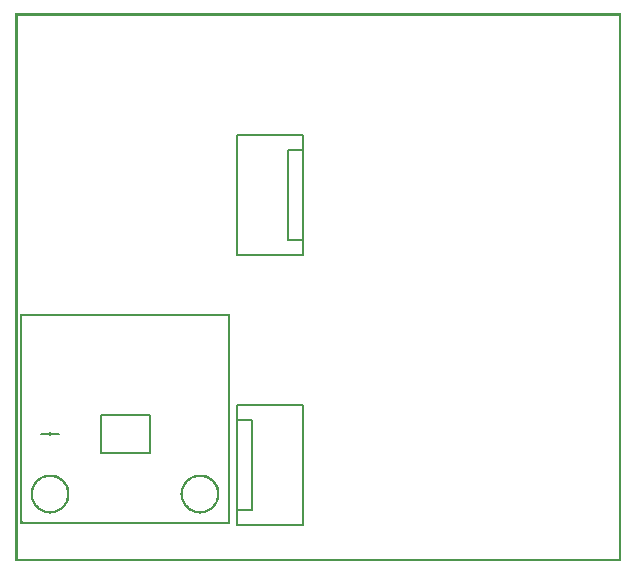
<source format=gto>
G04 MADE WITH FRITZING*
G04 WWW.FRITZING.ORG*
G04 DOUBLE SIDED*
G04 HOLES PLATED*
G04 CONTOUR ON CENTER OF CONTOUR VECTOR*
%ASAXBY*%
%FSLAX23Y23*%
%MOIN*%
%OFA0B0*%
%SFA1.0B1.0*%
%ADD10C,0.020075X0.0200748*%
%ADD11C,0.008000*%
%ADD12C,0.005000*%
%ADD13R,0.001000X0.001000*%
%LNSILK1*%
G90*
G70*
G54D10*
X457Y495D03*
G54D11*
X146Y424D02*
X116Y424D01*
D02*
X116Y424D02*
X86Y424D01*
G54D12*
D02*
X449Y487D02*
X284Y487D01*
D02*
X449Y361D02*
X449Y487D01*
D02*
X284Y361D02*
X449Y361D01*
D02*
X284Y487D02*
X284Y361D01*
D02*
X739Y1023D02*
X959Y1023D01*
D02*
X739Y1423D02*
X959Y1423D01*
D02*
X739Y1423D02*
X739Y1023D01*
D02*
X959Y1423D02*
X959Y1373D01*
D02*
X959Y1373D02*
X959Y1073D01*
D02*
X959Y1073D02*
X959Y1023D01*
D02*
X959Y1073D02*
X909Y1073D01*
D02*
X909Y1073D02*
X909Y1373D01*
D02*
X909Y1373D02*
X959Y1373D01*
D02*
X960Y523D02*
X740Y523D01*
D02*
X960Y123D02*
X740Y123D01*
D02*
X960Y123D02*
X960Y523D01*
D02*
X740Y123D02*
X740Y173D01*
D02*
X740Y173D02*
X740Y473D01*
D02*
X740Y473D02*
X740Y523D01*
D02*
X740Y473D02*
X790Y473D01*
D02*
X790Y473D02*
X790Y173D01*
D02*
X790Y173D02*
X740Y173D01*
G54D13*
X0Y1827D02*
X2020Y1827D01*
X0Y1826D02*
X2020Y1826D01*
X0Y1825D02*
X2020Y1825D01*
X0Y1824D02*
X2020Y1824D01*
X0Y1823D02*
X2020Y1823D01*
X0Y1822D02*
X2020Y1822D01*
X0Y1821D02*
X2020Y1821D01*
X0Y1820D02*
X2020Y1820D01*
X0Y1819D02*
X7Y1819D01*
X2013Y1819D02*
X2020Y1819D01*
X0Y1818D02*
X7Y1818D01*
X2013Y1818D02*
X2020Y1818D01*
X0Y1817D02*
X7Y1817D01*
X2013Y1817D02*
X2020Y1817D01*
X0Y1816D02*
X7Y1816D01*
X2013Y1816D02*
X2020Y1816D01*
X0Y1815D02*
X7Y1815D01*
X2013Y1815D02*
X2020Y1815D01*
X0Y1814D02*
X7Y1814D01*
X2013Y1814D02*
X2020Y1814D01*
X0Y1813D02*
X7Y1813D01*
X2013Y1813D02*
X2020Y1813D01*
X0Y1812D02*
X7Y1812D01*
X2013Y1812D02*
X2020Y1812D01*
X0Y1811D02*
X7Y1811D01*
X2013Y1811D02*
X2020Y1811D01*
X0Y1810D02*
X7Y1810D01*
X2013Y1810D02*
X2020Y1810D01*
X0Y1809D02*
X7Y1809D01*
X2013Y1809D02*
X2020Y1809D01*
X0Y1808D02*
X7Y1808D01*
X2013Y1808D02*
X2020Y1808D01*
X0Y1807D02*
X7Y1807D01*
X2013Y1807D02*
X2020Y1807D01*
X0Y1806D02*
X7Y1806D01*
X2013Y1806D02*
X2020Y1806D01*
X0Y1805D02*
X7Y1805D01*
X2013Y1805D02*
X2020Y1805D01*
X0Y1804D02*
X7Y1804D01*
X2013Y1804D02*
X2020Y1804D01*
X0Y1803D02*
X7Y1803D01*
X2013Y1803D02*
X2020Y1803D01*
X0Y1802D02*
X7Y1802D01*
X2013Y1802D02*
X2020Y1802D01*
X0Y1801D02*
X7Y1801D01*
X2013Y1801D02*
X2020Y1801D01*
X0Y1800D02*
X7Y1800D01*
X2013Y1800D02*
X2020Y1800D01*
X0Y1799D02*
X7Y1799D01*
X2013Y1799D02*
X2020Y1799D01*
X0Y1798D02*
X7Y1798D01*
X2013Y1798D02*
X2020Y1798D01*
X0Y1797D02*
X7Y1797D01*
X2013Y1797D02*
X2020Y1797D01*
X0Y1796D02*
X7Y1796D01*
X2013Y1796D02*
X2020Y1796D01*
X0Y1795D02*
X7Y1795D01*
X2013Y1795D02*
X2020Y1795D01*
X0Y1794D02*
X7Y1794D01*
X2013Y1794D02*
X2020Y1794D01*
X0Y1793D02*
X7Y1793D01*
X2013Y1793D02*
X2020Y1793D01*
X0Y1792D02*
X7Y1792D01*
X2013Y1792D02*
X2020Y1792D01*
X0Y1791D02*
X7Y1791D01*
X2013Y1791D02*
X2020Y1791D01*
X0Y1790D02*
X7Y1790D01*
X2013Y1790D02*
X2020Y1790D01*
X0Y1789D02*
X7Y1789D01*
X2013Y1789D02*
X2020Y1789D01*
X0Y1788D02*
X7Y1788D01*
X2013Y1788D02*
X2020Y1788D01*
X0Y1787D02*
X7Y1787D01*
X2013Y1787D02*
X2020Y1787D01*
X0Y1786D02*
X7Y1786D01*
X2013Y1786D02*
X2020Y1786D01*
X0Y1785D02*
X7Y1785D01*
X2013Y1785D02*
X2020Y1785D01*
X0Y1784D02*
X7Y1784D01*
X2013Y1784D02*
X2020Y1784D01*
X0Y1783D02*
X7Y1783D01*
X2013Y1783D02*
X2020Y1783D01*
X0Y1782D02*
X7Y1782D01*
X2013Y1782D02*
X2020Y1782D01*
X0Y1781D02*
X7Y1781D01*
X2013Y1781D02*
X2020Y1781D01*
X0Y1780D02*
X7Y1780D01*
X2013Y1780D02*
X2020Y1780D01*
X0Y1779D02*
X7Y1779D01*
X2013Y1779D02*
X2020Y1779D01*
X0Y1778D02*
X7Y1778D01*
X2013Y1778D02*
X2020Y1778D01*
X0Y1777D02*
X7Y1777D01*
X2013Y1777D02*
X2020Y1777D01*
X0Y1776D02*
X7Y1776D01*
X2013Y1776D02*
X2020Y1776D01*
X0Y1775D02*
X7Y1775D01*
X2013Y1775D02*
X2020Y1775D01*
X0Y1774D02*
X7Y1774D01*
X2013Y1774D02*
X2020Y1774D01*
X0Y1773D02*
X7Y1773D01*
X2013Y1773D02*
X2020Y1773D01*
X0Y1772D02*
X7Y1772D01*
X2013Y1772D02*
X2020Y1772D01*
X0Y1771D02*
X7Y1771D01*
X2013Y1771D02*
X2020Y1771D01*
X0Y1770D02*
X7Y1770D01*
X2013Y1770D02*
X2020Y1770D01*
X0Y1769D02*
X7Y1769D01*
X2013Y1769D02*
X2020Y1769D01*
X0Y1768D02*
X7Y1768D01*
X2013Y1768D02*
X2020Y1768D01*
X0Y1767D02*
X7Y1767D01*
X2013Y1767D02*
X2020Y1767D01*
X0Y1766D02*
X7Y1766D01*
X2013Y1766D02*
X2020Y1766D01*
X0Y1765D02*
X7Y1765D01*
X2013Y1765D02*
X2020Y1765D01*
X0Y1764D02*
X7Y1764D01*
X2013Y1764D02*
X2020Y1764D01*
X0Y1763D02*
X7Y1763D01*
X2013Y1763D02*
X2020Y1763D01*
X0Y1762D02*
X7Y1762D01*
X2013Y1762D02*
X2020Y1762D01*
X0Y1761D02*
X7Y1761D01*
X2013Y1761D02*
X2020Y1761D01*
X0Y1760D02*
X7Y1760D01*
X2013Y1760D02*
X2020Y1760D01*
X0Y1759D02*
X7Y1759D01*
X2013Y1759D02*
X2020Y1759D01*
X0Y1758D02*
X7Y1758D01*
X2013Y1758D02*
X2020Y1758D01*
X0Y1757D02*
X7Y1757D01*
X2013Y1757D02*
X2020Y1757D01*
X0Y1756D02*
X7Y1756D01*
X2013Y1756D02*
X2020Y1756D01*
X0Y1755D02*
X7Y1755D01*
X2013Y1755D02*
X2020Y1755D01*
X0Y1754D02*
X7Y1754D01*
X2013Y1754D02*
X2020Y1754D01*
X0Y1753D02*
X7Y1753D01*
X2013Y1753D02*
X2020Y1753D01*
X0Y1752D02*
X7Y1752D01*
X2013Y1752D02*
X2020Y1752D01*
X0Y1751D02*
X7Y1751D01*
X2013Y1751D02*
X2020Y1751D01*
X0Y1750D02*
X7Y1750D01*
X2013Y1750D02*
X2020Y1750D01*
X0Y1749D02*
X7Y1749D01*
X2013Y1749D02*
X2020Y1749D01*
X0Y1748D02*
X7Y1748D01*
X2013Y1748D02*
X2020Y1748D01*
X0Y1747D02*
X7Y1747D01*
X2013Y1747D02*
X2020Y1747D01*
X0Y1746D02*
X7Y1746D01*
X2013Y1746D02*
X2020Y1746D01*
X0Y1745D02*
X7Y1745D01*
X2013Y1745D02*
X2020Y1745D01*
X0Y1744D02*
X7Y1744D01*
X2013Y1744D02*
X2020Y1744D01*
X0Y1743D02*
X7Y1743D01*
X2013Y1743D02*
X2020Y1743D01*
X0Y1742D02*
X7Y1742D01*
X2013Y1742D02*
X2020Y1742D01*
X0Y1741D02*
X7Y1741D01*
X2013Y1741D02*
X2020Y1741D01*
X0Y1740D02*
X7Y1740D01*
X2013Y1740D02*
X2020Y1740D01*
X0Y1739D02*
X7Y1739D01*
X2013Y1739D02*
X2020Y1739D01*
X0Y1738D02*
X7Y1738D01*
X2013Y1738D02*
X2020Y1738D01*
X0Y1737D02*
X7Y1737D01*
X2013Y1737D02*
X2020Y1737D01*
X0Y1736D02*
X7Y1736D01*
X2013Y1736D02*
X2020Y1736D01*
X0Y1735D02*
X7Y1735D01*
X2013Y1735D02*
X2020Y1735D01*
X0Y1734D02*
X7Y1734D01*
X2013Y1734D02*
X2020Y1734D01*
X0Y1733D02*
X7Y1733D01*
X2013Y1733D02*
X2020Y1733D01*
X0Y1732D02*
X7Y1732D01*
X2013Y1732D02*
X2020Y1732D01*
X0Y1731D02*
X7Y1731D01*
X2013Y1731D02*
X2020Y1731D01*
X0Y1730D02*
X7Y1730D01*
X2013Y1730D02*
X2020Y1730D01*
X0Y1729D02*
X7Y1729D01*
X2013Y1729D02*
X2020Y1729D01*
X0Y1728D02*
X7Y1728D01*
X2013Y1728D02*
X2020Y1728D01*
X0Y1727D02*
X7Y1727D01*
X2013Y1727D02*
X2020Y1727D01*
X0Y1726D02*
X7Y1726D01*
X2013Y1726D02*
X2020Y1726D01*
X0Y1725D02*
X7Y1725D01*
X2013Y1725D02*
X2020Y1725D01*
X0Y1724D02*
X7Y1724D01*
X2013Y1724D02*
X2020Y1724D01*
X0Y1723D02*
X7Y1723D01*
X2013Y1723D02*
X2020Y1723D01*
X0Y1722D02*
X7Y1722D01*
X2013Y1722D02*
X2020Y1722D01*
X0Y1721D02*
X7Y1721D01*
X2013Y1721D02*
X2020Y1721D01*
X0Y1720D02*
X7Y1720D01*
X2013Y1720D02*
X2020Y1720D01*
X0Y1719D02*
X7Y1719D01*
X2013Y1719D02*
X2020Y1719D01*
X0Y1718D02*
X7Y1718D01*
X2013Y1718D02*
X2020Y1718D01*
X0Y1717D02*
X7Y1717D01*
X2013Y1717D02*
X2020Y1717D01*
X0Y1716D02*
X7Y1716D01*
X2013Y1716D02*
X2020Y1716D01*
X0Y1715D02*
X7Y1715D01*
X2013Y1715D02*
X2020Y1715D01*
X0Y1714D02*
X7Y1714D01*
X2013Y1714D02*
X2020Y1714D01*
X0Y1713D02*
X7Y1713D01*
X2013Y1713D02*
X2020Y1713D01*
X0Y1712D02*
X7Y1712D01*
X2013Y1712D02*
X2020Y1712D01*
X0Y1711D02*
X7Y1711D01*
X2013Y1711D02*
X2020Y1711D01*
X0Y1710D02*
X7Y1710D01*
X2013Y1710D02*
X2020Y1710D01*
X0Y1709D02*
X7Y1709D01*
X2013Y1709D02*
X2020Y1709D01*
X0Y1708D02*
X7Y1708D01*
X2013Y1708D02*
X2020Y1708D01*
X0Y1707D02*
X7Y1707D01*
X2013Y1707D02*
X2020Y1707D01*
X0Y1706D02*
X7Y1706D01*
X2013Y1706D02*
X2020Y1706D01*
X0Y1705D02*
X7Y1705D01*
X2013Y1705D02*
X2020Y1705D01*
X0Y1704D02*
X7Y1704D01*
X2013Y1704D02*
X2020Y1704D01*
X0Y1703D02*
X7Y1703D01*
X2013Y1703D02*
X2020Y1703D01*
X0Y1702D02*
X7Y1702D01*
X2013Y1702D02*
X2020Y1702D01*
X0Y1701D02*
X7Y1701D01*
X2013Y1701D02*
X2020Y1701D01*
X0Y1700D02*
X7Y1700D01*
X2013Y1700D02*
X2020Y1700D01*
X0Y1699D02*
X7Y1699D01*
X2013Y1699D02*
X2020Y1699D01*
X0Y1698D02*
X7Y1698D01*
X2013Y1698D02*
X2020Y1698D01*
X0Y1697D02*
X7Y1697D01*
X2013Y1697D02*
X2020Y1697D01*
X0Y1696D02*
X7Y1696D01*
X2013Y1696D02*
X2020Y1696D01*
X0Y1695D02*
X7Y1695D01*
X2013Y1695D02*
X2020Y1695D01*
X0Y1694D02*
X7Y1694D01*
X2013Y1694D02*
X2020Y1694D01*
X0Y1693D02*
X7Y1693D01*
X2013Y1693D02*
X2020Y1693D01*
X0Y1692D02*
X7Y1692D01*
X2013Y1692D02*
X2020Y1692D01*
X0Y1691D02*
X7Y1691D01*
X2013Y1691D02*
X2020Y1691D01*
X0Y1690D02*
X7Y1690D01*
X2013Y1690D02*
X2020Y1690D01*
X0Y1689D02*
X7Y1689D01*
X2013Y1689D02*
X2020Y1689D01*
X0Y1688D02*
X7Y1688D01*
X2013Y1688D02*
X2020Y1688D01*
X0Y1687D02*
X7Y1687D01*
X2013Y1687D02*
X2020Y1687D01*
X0Y1686D02*
X7Y1686D01*
X2013Y1686D02*
X2020Y1686D01*
X0Y1685D02*
X7Y1685D01*
X2013Y1685D02*
X2020Y1685D01*
X0Y1684D02*
X7Y1684D01*
X2013Y1684D02*
X2020Y1684D01*
X0Y1683D02*
X7Y1683D01*
X2013Y1683D02*
X2020Y1683D01*
X0Y1682D02*
X7Y1682D01*
X2013Y1682D02*
X2020Y1682D01*
X0Y1681D02*
X7Y1681D01*
X2013Y1681D02*
X2020Y1681D01*
X0Y1680D02*
X7Y1680D01*
X2013Y1680D02*
X2020Y1680D01*
X0Y1679D02*
X7Y1679D01*
X2013Y1679D02*
X2020Y1679D01*
X0Y1678D02*
X7Y1678D01*
X2013Y1678D02*
X2020Y1678D01*
X0Y1677D02*
X7Y1677D01*
X2013Y1677D02*
X2020Y1677D01*
X0Y1676D02*
X7Y1676D01*
X2013Y1676D02*
X2020Y1676D01*
X0Y1675D02*
X7Y1675D01*
X2013Y1675D02*
X2020Y1675D01*
X0Y1674D02*
X7Y1674D01*
X2013Y1674D02*
X2020Y1674D01*
X0Y1673D02*
X7Y1673D01*
X2013Y1673D02*
X2020Y1673D01*
X0Y1672D02*
X7Y1672D01*
X2013Y1672D02*
X2020Y1672D01*
X0Y1671D02*
X7Y1671D01*
X2013Y1671D02*
X2020Y1671D01*
X0Y1670D02*
X7Y1670D01*
X2013Y1670D02*
X2020Y1670D01*
X0Y1669D02*
X7Y1669D01*
X2013Y1669D02*
X2020Y1669D01*
X0Y1668D02*
X7Y1668D01*
X2013Y1668D02*
X2020Y1668D01*
X0Y1667D02*
X7Y1667D01*
X2013Y1667D02*
X2020Y1667D01*
X0Y1666D02*
X7Y1666D01*
X2013Y1666D02*
X2020Y1666D01*
X0Y1665D02*
X7Y1665D01*
X2013Y1665D02*
X2020Y1665D01*
X0Y1664D02*
X7Y1664D01*
X2013Y1664D02*
X2020Y1664D01*
X0Y1663D02*
X7Y1663D01*
X2013Y1663D02*
X2020Y1663D01*
X0Y1662D02*
X7Y1662D01*
X2013Y1662D02*
X2020Y1662D01*
X0Y1661D02*
X7Y1661D01*
X2013Y1661D02*
X2020Y1661D01*
X0Y1660D02*
X7Y1660D01*
X2013Y1660D02*
X2020Y1660D01*
X0Y1659D02*
X7Y1659D01*
X2013Y1659D02*
X2020Y1659D01*
X0Y1658D02*
X7Y1658D01*
X2013Y1658D02*
X2020Y1658D01*
X0Y1657D02*
X7Y1657D01*
X2013Y1657D02*
X2020Y1657D01*
X0Y1656D02*
X7Y1656D01*
X2013Y1656D02*
X2020Y1656D01*
X0Y1655D02*
X7Y1655D01*
X2013Y1655D02*
X2020Y1655D01*
X0Y1654D02*
X7Y1654D01*
X2013Y1654D02*
X2020Y1654D01*
X0Y1653D02*
X7Y1653D01*
X2013Y1653D02*
X2020Y1653D01*
X0Y1652D02*
X7Y1652D01*
X2013Y1652D02*
X2020Y1652D01*
X0Y1651D02*
X7Y1651D01*
X2013Y1651D02*
X2020Y1651D01*
X0Y1650D02*
X7Y1650D01*
X2013Y1650D02*
X2020Y1650D01*
X0Y1649D02*
X7Y1649D01*
X2013Y1649D02*
X2020Y1649D01*
X0Y1648D02*
X7Y1648D01*
X2013Y1648D02*
X2020Y1648D01*
X0Y1647D02*
X7Y1647D01*
X2013Y1647D02*
X2020Y1647D01*
X0Y1646D02*
X7Y1646D01*
X2013Y1646D02*
X2020Y1646D01*
X0Y1645D02*
X7Y1645D01*
X2013Y1645D02*
X2020Y1645D01*
X0Y1644D02*
X7Y1644D01*
X2013Y1644D02*
X2020Y1644D01*
X0Y1643D02*
X7Y1643D01*
X2013Y1643D02*
X2020Y1643D01*
X0Y1642D02*
X7Y1642D01*
X2013Y1642D02*
X2020Y1642D01*
X0Y1641D02*
X7Y1641D01*
X2013Y1641D02*
X2020Y1641D01*
X0Y1640D02*
X7Y1640D01*
X2013Y1640D02*
X2020Y1640D01*
X0Y1639D02*
X7Y1639D01*
X2013Y1639D02*
X2020Y1639D01*
X0Y1638D02*
X7Y1638D01*
X2013Y1638D02*
X2020Y1638D01*
X0Y1637D02*
X7Y1637D01*
X2013Y1637D02*
X2020Y1637D01*
X0Y1636D02*
X7Y1636D01*
X2013Y1636D02*
X2020Y1636D01*
X0Y1635D02*
X7Y1635D01*
X2013Y1635D02*
X2020Y1635D01*
X0Y1634D02*
X7Y1634D01*
X2013Y1634D02*
X2020Y1634D01*
X0Y1633D02*
X7Y1633D01*
X2013Y1633D02*
X2020Y1633D01*
X0Y1632D02*
X7Y1632D01*
X2013Y1632D02*
X2020Y1632D01*
X0Y1631D02*
X7Y1631D01*
X2013Y1631D02*
X2020Y1631D01*
X0Y1630D02*
X7Y1630D01*
X2013Y1630D02*
X2020Y1630D01*
X0Y1629D02*
X7Y1629D01*
X2013Y1629D02*
X2020Y1629D01*
X0Y1628D02*
X7Y1628D01*
X2013Y1628D02*
X2020Y1628D01*
X0Y1627D02*
X7Y1627D01*
X2013Y1627D02*
X2020Y1627D01*
X0Y1626D02*
X7Y1626D01*
X2013Y1626D02*
X2020Y1626D01*
X0Y1625D02*
X7Y1625D01*
X2013Y1625D02*
X2020Y1625D01*
X0Y1624D02*
X7Y1624D01*
X2013Y1624D02*
X2020Y1624D01*
X0Y1623D02*
X7Y1623D01*
X2013Y1623D02*
X2020Y1623D01*
X0Y1622D02*
X7Y1622D01*
X2013Y1622D02*
X2020Y1622D01*
X0Y1621D02*
X7Y1621D01*
X2013Y1621D02*
X2020Y1621D01*
X0Y1620D02*
X7Y1620D01*
X2013Y1620D02*
X2020Y1620D01*
X0Y1619D02*
X7Y1619D01*
X2013Y1619D02*
X2020Y1619D01*
X0Y1618D02*
X7Y1618D01*
X2013Y1618D02*
X2020Y1618D01*
X0Y1617D02*
X7Y1617D01*
X2013Y1617D02*
X2020Y1617D01*
X0Y1616D02*
X7Y1616D01*
X2013Y1616D02*
X2020Y1616D01*
X0Y1615D02*
X7Y1615D01*
X2013Y1615D02*
X2020Y1615D01*
X0Y1614D02*
X7Y1614D01*
X2013Y1614D02*
X2020Y1614D01*
X0Y1613D02*
X7Y1613D01*
X2013Y1613D02*
X2020Y1613D01*
X0Y1612D02*
X7Y1612D01*
X2013Y1612D02*
X2020Y1612D01*
X0Y1611D02*
X7Y1611D01*
X2013Y1611D02*
X2020Y1611D01*
X0Y1610D02*
X7Y1610D01*
X2013Y1610D02*
X2020Y1610D01*
X0Y1609D02*
X7Y1609D01*
X2013Y1609D02*
X2020Y1609D01*
X0Y1608D02*
X7Y1608D01*
X2013Y1608D02*
X2020Y1608D01*
X0Y1607D02*
X7Y1607D01*
X2013Y1607D02*
X2020Y1607D01*
X0Y1606D02*
X7Y1606D01*
X2013Y1606D02*
X2020Y1606D01*
X0Y1605D02*
X7Y1605D01*
X2013Y1605D02*
X2020Y1605D01*
X0Y1604D02*
X7Y1604D01*
X2013Y1604D02*
X2020Y1604D01*
X0Y1603D02*
X7Y1603D01*
X2013Y1603D02*
X2020Y1603D01*
X0Y1602D02*
X7Y1602D01*
X2013Y1602D02*
X2020Y1602D01*
X0Y1601D02*
X7Y1601D01*
X2013Y1601D02*
X2020Y1601D01*
X0Y1600D02*
X7Y1600D01*
X2013Y1600D02*
X2020Y1600D01*
X0Y1599D02*
X7Y1599D01*
X2013Y1599D02*
X2020Y1599D01*
X0Y1598D02*
X7Y1598D01*
X2013Y1598D02*
X2020Y1598D01*
X0Y1597D02*
X7Y1597D01*
X2013Y1597D02*
X2020Y1597D01*
X0Y1596D02*
X7Y1596D01*
X2013Y1596D02*
X2020Y1596D01*
X0Y1595D02*
X7Y1595D01*
X2013Y1595D02*
X2020Y1595D01*
X0Y1594D02*
X7Y1594D01*
X2013Y1594D02*
X2020Y1594D01*
X0Y1593D02*
X7Y1593D01*
X2013Y1593D02*
X2020Y1593D01*
X0Y1592D02*
X7Y1592D01*
X2013Y1592D02*
X2020Y1592D01*
X0Y1591D02*
X7Y1591D01*
X2013Y1591D02*
X2020Y1591D01*
X0Y1590D02*
X7Y1590D01*
X2013Y1590D02*
X2020Y1590D01*
X0Y1589D02*
X7Y1589D01*
X2013Y1589D02*
X2020Y1589D01*
X0Y1588D02*
X7Y1588D01*
X2013Y1588D02*
X2020Y1588D01*
X0Y1587D02*
X7Y1587D01*
X2013Y1587D02*
X2020Y1587D01*
X0Y1586D02*
X7Y1586D01*
X2013Y1586D02*
X2020Y1586D01*
X0Y1585D02*
X7Y1585D01*
X2013Y1585D02*
X2020Y1585D01*
X0Y1584D02*
X7Y1584D01*
X2013Y1584D02*
X2020Y1584D01*
X0Y1583D02*
X7Y1583D01*
X2013Y1583D02*
X2020Y1583D01*
X0Y1582D02*
X7Y1582D01*
X2013Y1582D02*
X2020Y1582D01*
X0Y1581D02*
X7Y1581D01*
X2013Y1581D02*
X2020Y1581D01*
X0Y1580D02*
X7Y1580D01*
X2013Y1580D02*
X2020Y1580D01*
X0Y1579D02*
X7Y1579D01*
X2013Y1579D02*
X2020Y1579D01*
X0Y1578D02*
X7Y1578D01*
X2013Y1578D02*
X2020Y1578D01*
X0Y1577D02*
X7Y1577D01*
X2013Y1577D02*
X2020Y1577D01*
X0Y1576D02*
X7Y1576D01*
X2013Y1576D02*
X2020Y1576D01*
X0Y1575D02*
X7Y1575D01*
X2013Y1575D02*
X2020Y1575D01*
X0Y1574D02*
X7Y1574D01*
X2013Y1574D02*
X2020Y1574D01*
X0Y1573D02*
X7Y1573D01*
X2013Y1573D02*
X2020Y1573D01*
X0Y1572D02*
X7Y1572D01*
X2013Y1572D02*
X2020Y1572D01*
X0Y1571D02*
X7Y1571D01*
X2013Y1571D02*
X2020Y1571D01*
X0Y1570D02*
X7Y1570D01*
X2013Y1570D02*
X2020Y1570D01*
X0Y1569D02*
X7Y1569D01*
X2013Y1569D02*
X2020Y1569D01*
X0Y1568D02*
X7Y1568D01*
X2013Y1568D02*
X2020Y1568D01*
X0Y1567D02*
X7Y1567D01*
X2013Y1567D02*
X2020Y1567D01*
X0Y1566D02*
X7Y1566D01*
X2013Y1566D02*
X2020Y1566D01*
X0Y1565D02*
X7Y1565D01*
X2013Y1565D02*
X2020Y1565D01*
X0Y1564D02*
X7Y1564D01*
X2013Y1564D02*
X2020Y1564D01*
X0Y1563D02*
X7Y1563D01*
X2013Y1563D02*
X2020Y1563D01*
X0Y1562D02*
X7Y1562D01*
X2013Y1562D02*
X2020Y1562D01*
X0Y1561D02*
X7Y1561D01*
X2013Y1561D02*
X2020Y1561D01*
X0Y1560D02*
X7Y1560D01*
X2013Y1560D02*
X2020Y1560D01*
X0Y1559D02*
X7Y1559D01*
X2013Y1559D02*
X2020Y1559D01*
X0Y1558D02*
X7Y1558D01*
X2013Y1558D02*
X2020Y1558D01*
X0Y1557D02*
X7Y1557D01*
X2013Y1557D02*
X2020Y1557D01*
X0Y1556D02*
X7Y1556D01*
X2013Y1556D02*
X2020Y1556D01*
X0Y1555D02*
X7Y1555D01*
X2013Y1555D02*
X2020Y1555D01*
X0Y1554D02*
X7Y1554D01*
X2013Y1554D02*
X2020Y1554D01*
X0Y1553D02*
X7Y1553D01*
X2013Y1553D02*
X2020Y1553D01*
X0Y1552D02*
X7Y1552D01*
X2013Y1552D02*
X2020Y1552D01*
X0Y1551D02*
X7Y1551D01*
X2013Y1551D02*
X2020Y1551D01*
X0Y1550D02*
X7Y1550D01*
X2013Y1550D02*
X2020Y1550D01*
X0Y1549D02*
X7Y1549D01*
X2013Y1549D02*
X2020Y1549D01*
X0Y1548D02*
X7Y1548D01*
X2013Y1548D02*
X2020Y1548D01*
X0Y1547D02*
X7Y1547D01*
X2013Y1547D02*
X2020Y1547D01*
X0Y1546D02*
X7Y1546D01*
X2013Y1546D02*
X2020Y1546D01*
X0Y1545D02*
X7Y1545D01*
X2013Y1545D02*
X2020Y1545D01*
X0Y1544D02*
X7Y1544D01*
X2013Y1544D02*
X2020Y1544D01*
X0Y1543D02*
X7Y1543D01*
X2013Y1543D02*
X2020Y1543D01*
X0Y1542D02*
X7Y1542D01*
X2013Y1542D02*
X2020Y1542D01*
X0Y1541D02*
X7Y1541D01*
X2013Y1541D02*
X2020Y1541D01*
X0Y1540D02*
X7Y1540D01*
X2013Y1540D02*
X2020Y1540D01*
X0Y1539D02*
X7Y1539D01*
X2013Y1539D02*
X2020Y1539D01*
X0Y1538D02*
X7Y1538D01*
X2013Y1538D02*
X2020Y1538D01*
X0Y1537D02*
X7Y1537D01*
X2013Y1537D02*
X2020Y1537D01*
X0Y1536D02*
X7Y1536D01*
X2013Y1536D02*
X2020Y1536D01*
X0Y1535D02*
X7Y1535D01*
X2013Y1535D02*
X2020Y1535D01*
X0Y1534D02*
X7Y1534D01*
X2013Y1534D02*
X2020Y1534D01*
X0Y1533D02*
X7Y1533D01*
X2013Y1533D02*
X2020Y1533D01*
X0Y1532D02*
X7Y1532D01*
X2013Y1532D02*
X2020Y1532D01*
X0Y1531D02*
X7Y1531D01*
X2013Y1531D02*
X2020Y1531D01*
X0Y1530D02*
X7Y1530D01*
X2013Y1530D02*
X2020Y1530D01*
X0Y1529D02*
X7Y1529D01*
X2013Y1529D02*
X2020Y1529D01*
X0Y1528D02*
X7Y1528D01*
X2013Y1528D02*
X2020Y1528D01*
X0Y1527D02*
X7Y1527D01*
X2013Y1527D02*
X2020Y1527D01*
X0Y1526D02*
X7Y1526D01*
X2013Y1526D02*
X2020Y1526D01*
X0Y1525D02*
X7Y1525D01*
X2013Y1525D02*
X2020Y1525D01*
X0Y1524D02*
X7Y1524D01*
X2013Y1524D02*
X2020Y1524D01*
X0Y1523D02*
X7Y1523D01*
X2013Y1523D02*
X2020Y1523D01*
X0Y1522D02*
X7Y1522D01*
X2013Y1522D02*
X2020Y1522D01*
X0Y1521D02*
X7Y1521D01*
X2013Y1521D02*
X2020Y1521D01*
X0Y1520D02*
X7Y1520D01*
X2013Y1520D02*
X2020Y1520D01*
X0Y1519D02*
X7Y1519D01*
X2013Y1519D02*
X2020Y1519D01*
X0Y1518D02*
X7Y1518D01*
X2013Y1518D02*
X2020Y1518D01*
X0Y1517D02*
X7Y1517D01*
X2013Y1517D02*
X2020Y1517D01*
X0Y1516D02*
X7Y1516D01*
X2013Y1516D02*
X2020Y1516D01*
X0Y1515D02*
X7Y1515D01*
X2013Y1515D02*
X2020Y1515D01*
X0Y1514D02*
X7Y1514D01*
X2013Y1514D02*
X2020Y1514D01*
X0Y1513D02*
X7Y1513D01*
X2013Y1513D02*
X2020Y1513D01*
X0Y1512D02*
X7Y1512D01*
X2013Y1512D02*
X2020Y1512D01*
X0Y1511D02*
X7Y1511D01*
X2013Y1511D02*
X2020Y1511D01*
X0Y1510D02*
X7Y1510D01*
X2013Y1510D02*
X2020Y1510D01*
X0Y1509D02*
X7Y1509D01*
X2013Y1509D02*
X2020Y1509D01*
X0Y1508D02*
X7Y1508D01*
X2013Y1508D02*
X2020Y1508D01*
X0Y1507D02*
X7Y1507D01*
X2013Y1507D02*
X2020Y1507D01*
X0Y1506D02*
X7Y1506D01*
X2013Y1506D02*
X2020Y1506D01*
X0Y1505D02*
X7Y1505D01*
X2013Y1505D02*
X2020Y1505D01*
X0Y1504D02*
X7Y1504D01*
X2013Y1504D02*
X2020Y1504D01*
X0Y1503D02*
X7Y1503D01*
X2013Y1503D02*
X2020Y1503D01*
X0Y1502D02*
X7Y1502D01*
X2013Y1502D02*
X2020Y1502D01*
X0Y1501D02*
X7Y1501D01*
X2013Y1501D02*
X2020Y1501D01*
X0Y1500D02*
X7Y1500D01*
X2013Y1500D02*
X2020Y1500D01*
X0Y1499D02*
X7Y1499D01*
X2013Y1499D02*
X2020Y1499D01*
X0Y1498D02*
X7Y1498D01*
X2013Y1498D02*
X2020Y1498D01*
X0Y1497D02*
X7Y1497D01*
X2013Y1497D02*
X2020Y1497D01*
X0Y1496D02*
X7Y1496D01*
X2013Y1496D02*
X2020Y1496D01*
X0Y1495D02*
X7Y1495D01*
X2013Y1495D02*
X2020Y1495D01*
X0Y1494D02*
X7Y1494D01*
X2013Y1494D02*
X2020Y1494D01*
X0Y1493D02*
X7Y1493D01*
X2013Y1493D02*
X2020Y1493D01*
X0Y1492D02*
X7Y1492D01*
X2013Y1492D02*
X2020Y1492D01*
X0Y1491D02*
X7Y1491D01*
X2013Y1491D02*
X2020Y1491D01*
X0Y1490D02*
X7Y1490D01*
X2013Y1490D02*
X2020Y1490D01*
X0Y1489D02*
X7Y1489D01*
X2013Y1489D02*
X2020Y1489D01*
X0Y1488D02*
X7Y1488D01*
X2013Y1488D02*
X2020Y1488D01*
X0Y1487D02*
X7Y1487D01*
X2013Y1487D02*
X2020Y1487D01*
X0Y1486D02*
X7Y1486D01*
X2013Y1486D02*
X2020Y1486D01*
X0Y1485D02*
X7Y1485D01*
X2013Y1485D02*
X2020Y1485D01*
X0Y1484D02*
X7Y1484D01*
X2013Y1484D02*
X2020Y1484D01*
X0Y1483D02*
X7Y1483D01*
X2013Y1483D02*
X2020Y1483D01*
X0Y1482D02*
X7Y1482D01*
X2013Y1482D02*
X2020Y1482D01*
X0Y1481D02*
X7Y1481D01*
X2013Y1481D02*
X2020Y1481D01*
X0Y1480D02*
X7Y1480D01*
X2013Y1480D02*
X2020Y1480D01*
X0Y1479D02*
X7Y1479D01*
X2013Y1479D02*
X2020Y1479D01*
X0Y1478D02*
X7Y1478D01*
X2013Y1478D02*
X2020Y1478D01*
X0Y1477D02*
X7Y1477D01*
X2013Y1477D02*
X2020Y1477D01*
X0Y1476D02*
X7Y1476D01*
X2013Y1476D02*
X2020Y1476D01*
X0Y1475D02*
X7Y1475D01*
X2013Y1475D02*
X2020Y1475D01*
X0Y1474D02*
X7Y1474D01*
X2013Y1474D02*
X2020Y1474D01*
X0Y1473D02*
X7Y1473D01*
X2013Y1473D02*
X2020Y1473D01*
X0Y1472D02*
X7Y1472D01*
X2013Y1472D02*
X2020Y1472D01*
X0Y1471D02*
X7Y1471D01*
X2013Y1471D02*
X2020Y1471D01*
X0Y1470D02*
X7Y1470D01*
X2013Y1470D02*
X2020Y1470D01*
X0Y1469D02*
X7Y1469D01*
X2013Y1469D02*
X2020Y1469D01*
X0Y1468D02*
X7Y1468D01*
X2013Y1468D02*
X2020Y1468D01*
X0Y1467D02*
X7Y1467D01*
X2013Y1467D02*
X2020Y1467D01*
X0Y1466D02*
X7Y1466D01*
X2013Y1466D02*
X2020Y1466D01*
X0Y1465D02*
X7Y1465D01*
X2013Y1465D02*
X2020Y1465D01*
X0Y1464D02*
X7Y1464D01*
X2013Y1464D02*
X2020Y1464D01*
X0Y1463D02*
X7Y1463D01*
X2013Y1463D02*
X2020Y1463D01*
X0Y1462D02*
X7Y1462D01*
X2013Y1462D02*
X2020Y1462D01*
X0Y1461D02*
X7Y1461D01*
X2013Y1461D02*
X2020Y1461D01*
X0Y1460D02*
X7Y1460D01*
X2013Y1460D02*
X2020Y1460D01*
X0Y1459D02*
X7Y1459D01*
X2013Y1459D02*
X2020Y1459D01*
X0Y1458D02*
X7Y1458D01*
X2013Y1458D02*
X2020Y1458D01*
X0Y1457D02*
X7Y1457D01*
X2013Y1457D02*
X2020Y1457D01*
X0Y1456D02*
X7Y1456D01*
X2013Y1456D02*
X2020Y1456D01*
X0Y1455D02*
X7Y1455D01*
X2013Y1455D02*
X2020Y1455D01*
X0Y1454D02*
X7Y1454D01*
X2013Y1454D02*
X2020Y1454D01*
X0Y1453D02*
X7Y1453D01*
X2013Y1453D02*
X2020Y1453D01*
X0Y1452D02*
X7Y1452D01*
X2013Y1452D02*
X2020Y1452D01*
X0Y1451D02*
X7Y1451D01*
X2013Y1451D02*
X2020Y1451D01*
X0Y1450D02*
X7Y1450D01*
X2013Y1450D02*
X2020Y1450D01*
X0Y1449D02*
X7Y1449D01*
X2013Y1449D02*
X2020Y1449D01*
X0Y1448D02*
X7Y1448D01*
X2013Y1448D02*
X2020Y1448D01*
X0Y1447D02*
X7Y1447D01*
X2013Y1447D02*
X2020Y1447D01*
X0Y1446D02*
X7Y1446D01*
X2013Y1446D02*
X2020Y1446D01*
X0Y1445D02*
X7Y1445D01*
X2013Y1445D02*
X2020Y1445D01*
X0Y1444D02*
X7Y1444D01*
X2013Y1444D02*
X2020Y1444D01*
X0Y1443D02*
X7Y1443D01*
X2013Y1443D02*
X2020Y1443D01*
X0Y1442D02*
X7Y1442D01*
X2013Y1442D02*
X2020Y1442D01*
X0Y1441D02*
X7Y1441D01*
X2013Y1441D02*
X2020Y1441D01*
X0Y1440D02*
X7Y1440D01*
X2013Y1440D02*
X2020Y1440D01*
X0Y1439D02*
X7Y1439D01*
X2013Y1439D02*
X2020Y1439D01*
X0Y1438D02*
X7Y1438D01*
X2013Y1438D02*
X2020Y1438D01*
X0Y1437D02*
X7Y1437D01*
X2013Y1437D02*
X2020Y1437D01*
X0Y1436D02*
X7Y1436D01*
X2013Y1436D02*
X2020Y1436D01*
X0Y1435D02*
X7Y1435D01*
X2013Y1435D02*
X2020Y1435D01*
X0Y1434D02*
X7Y1434D01*
X2013Y1434D02*
X2020Y1434D01*
X0Y1433D02*
X7Y1433D01*
X2013Y1433D02*
X2020Y1433D01*
X0Y1432D02*
X7Y1432D01*
X2013Y1432D02*
X2020Y1432D01*
X0Y1431D02*
X7Y1431D01*
X2013Y1431D02*
X2020Y1431D01*
X0Y1430D02*
X7Y1430D01*
X2013Y1430D02*
X2020Y1430D01*
X0Y1429D02*
X7Y1429D01*
X2013Y1429D02*
X2020Y1429D01*
X0Y1428D02*
X7Y1428D01*
X2013Y1428D02*
X2020Y1428D01*
X0Y1427D02*
X7Y1427D01*
X2013Y1427D02*
X2020Y1427D01*
X0Y1426D02*
X7Y1426D01*
X2013Y1426D02*
X2020Y1426D01*
X0Y1425D02*
X7Y1425D01*
X2013Y1425D02*
X2020Y1425D01*
X0Y1424D02*
X7Y1424D01*
X2013Y1424D02*
X2020Y1424D01*
X0Y1423D02*
X7Y1423D01*
X2013Y1423D02*
X2020Y1423D01*
X0Y1422D02*
X7Y1422D01*
X2013Y1422D02*
X2020Y1422D01*
X0Y1421D02*
X7Y1421D01*
X2013Y1421D02*
X2020Y1421D01*
X0Y1420D02*
X7Y1420D01*
X2013Y1420D02*
X2020Y1420D01*
X0Y1419D02*
X7Y1419D01*
X2013Y1419D02*
X2020Y1419D01*
X0Y1418D02*
X7Y1418D01*
X2013Y1418D02*
X2020Y1418D01*
X0Y1417D02*
X7Y1417D01*
X2013Y1417D02*
X2020Y1417D01*
X0Y1416D02*
X7Y1416D01*
X2013Y1416D02*
X2020Y1416D01*
X0Y1415D02*
X7Y1415D01*
X2013Y1415D02*
X2020Y1415D01*
X0Y1414D02*
X7Y1414D01*
X2013Y1414D02*
X2020Y1414D01*
X0Y1413D02*
X7Y1413D01*
X2013Y1413D02*
X2020Y1413D01*
X0Y1412D02*
X7Y1412D01*
X2013Y1412D02*
X2020Y1412D01*
X0Y1411D02*
X7Y1411D01*
X2013Y1411D02*
X2020Y1411D01*
X0Y1410D02*
X7Y1410D01*
X2013Y1410D02*
X2020Y1410D01*
X0Y1409D02*
X7Y1409D01*
X2013Y1409D02*
X2020Y1409D01*
X0Y1408D02*
X7Y1408D01*
X2013Y1408D02*
X2020Y1408D01*
X0Y1407D02*
X7Y1407D01*
X2013Y1407D02*
X2020Y1407D01*
X0Y1406D02*
X7Y1406D01*
X2013Y1406D02*
X2020Y1406D01*
X0Y1405D02*
X7Y1405D01*
X2013Y1405D02*
X2020Y1405D01*
X0Y1404D02*
X7Y1404D01*
X2013Y1404D02*
X2020Y1404D01*
X0Y1403D02*
X7Y1403D01*
X2013Y1403D02*
X2020Y1403D01*
X0Y1402D02*
X7Y1402D01*
X2013Y1402D02*
X2020Y1402D01*
X0Y1401D02*
X7Y1401D01*
X2013Y1401D02*
X2020Y1401D01*
X0Y1400D02*
X7Y1400D01*
X2013Y1400D02*
X2020Y1400D01*
X0Y1399D02*
X7Y1399D01*
X2013Y1399D02*
X2020Y1399D01*
X0Y1398D02*
X7Y1398D01*
X2013Y1398D02*
X2020Y1398D01*
X0Y1397D02*
X7Y1397D01*
X2013Y1397D02*
X2020Y1397D01*
X0Y1396D02*
X7Y1396D01*
X2013Y1396D02*
X2020Y1396D01*
X0Y1395D02*
X7Y1395D01*
X2013Y1395D02*
X2020Y1395D01*
X0Y1394D02*
X7Y1394D01*
X2013Y1394D02*
X2020Y1394D01*
X0Y1393D02*
X7Y1393D01*
X2013Y1393D02*
X2020Y1393D01*
X0Y1392D02*
X7Y1392D01*
X2013Y1392D02*
X2020Y1392D01*
X0Y1391D02*
X7Y1391D01*
X2013Y1391D02*
X2020Y1391D01*
X0Y1390D02*
X7Y1390D01*
X2013Y1390D02*
X2020Y1390D01*
X0Y1389D02*
X7Y1389D01*
X2013Y1389D02*
X2020Y1389D01*
X0Y1388D02*
X7Y1388D01*
X2013Y1388D02*
X2020Y1388D01*
X0Y1387D02*
X7Y1387D01*
X2013Y1387D02*
X2020Y1387D01*
X0Y1386D02*
X7Y1386D01*
X2013Y1386D02*
X2020Y1386D01*
X0Y1385D02*
X7Y1385D01*
X2013Y1385D02*
X2020Y1385D01*
X0Y1384D02*
X7Y1384D01*
X2013Y1384D02*
X2020Y1384D01*
X0Y1383D02*
X7Y1383D01*
X2013Y1383D02*
X2020Y1383D01*
X0Y1382D02*
X7Y1382D01*
X2013Y1382D02*
X2020Y1382D01*
X0Y1381D02*
X7Y1381D01*
X2013Y1381D02*
X2020Y1381D01*
X0Y1380D02*
X7Y1380D01*
X2013Y1380D02*
X2020Y1380D01*
X0Y1379D02*
X7Y1379D01*
X2013Y1379D02*
X2020Y1379D01*
X0Y1378D02*
X7Y1378D01*
X2013Y1378D02*
X2020Y1378D01*
X0Y1377D02*
X7Y1377D01*
X2013Y1377D02*
X2020Y1377D01*
X0Y1376D02*
X7Y1376D01*
X2013Y1376D02*
X2020Y1376D01*
X0Y1375D02*
X7Y1375D01*
X2013Y1375D02*
X2020Y1375D01*
X0Y1374D02*
X7Y1374D01*
X2013Y1374D02*
X2020Y1374D01*
X0Y1373D02*
X7Y1373D01*
X2013Y1373D02*
X2020Y1373D01*
X0Y1372D02*
X7Y1372D01*
X2013Y1372D02*
X2020Y1372D01*
X0Y1371D02*
X7Y1371D01*
X2013Y1371D02*
X2020Y1371D01*
X0Y1370D02*
X7Y1370D01*
X2013Y1370D02*
X2020Y1370D01*
X0Y1369D02*
X7Y1369D01*
X2013Y1369D02*
X2020Y1369D01*
X0Y1368D02*
X7Y1368D01*
X2013Y1368D02*
X2020Y1368D01*
X0Y1367D02*
X7Y1367D01*
X2013Y1367D02*
X2020Y1367D01*
X0Y1366D02*
X7Y1366D01*
X2013Y1366D02*
X2020Y1366D01*
X0Y1365D02*
X7Y1365D01*
X2013Y1365D02*
X2020Y1365D01*
X0Y1364D02*
X7Y1364D01*
X2013Y1364D02*
X2020Y1364D01*
X0Y1363D02*
X7Y1363D01*
X2013Y1363D02*
X2020Y1363D01*
X0Y1362D02*
X7Y1362D01*
X2013Y1362D02*
X2020Y1362D01*
X0Y1361D02*
X7Y1361D01*
X2013Y1361D02*
X2020Y1361D01*
X0Y1360D02*
X7Y1360D01*
X2013Y1360D02*
X2020Y1360D01*
X0Y1359D02*
X7Y1359D01*
X2013Y1359D02*
X2020Y1359D01*
X0Y1358D02*
X7Y1358D01*
X2013Y1358D02*
X2020Y1358D01*
X0Y1357D02*
X7Y1357D01*
X2013Y1357D02*
X2020Y1357D01*
X0Y1356D02*
X7Y1356D01*
X2013Y1356D02*
X2020Y1356D01*
X0Y1355D02*
X7Y1355D01*
X2013Y1355D02*
X2020Y1355D01*
X0Y1354D02*
X7Y1354D01*
X2013Y1354D02*
X2020Y1354D01*
X0Y1353D02*
X7Y1353D01*
X2013Y1353D02*
X2020Y1353D01*
X0Y1352D02*
X7Y1352D01*
X2013Y1352D02*
X2020Y1352D01*
X0Y1351D02*
X7Y1351D01*
X2013Y1351D02*
X2020Y1351D01*
X0Y1350D02*
X7Y1350D01*
X2013Y1350D02*
X2020Y1350D01*
X0Y1349D02*
X7Y1349D01*
X2013Y1349D02*
X2020Y1349D01*
X0Y1348D02*
X7Y1348D01*
X2013Y1348D02*
X2020Y1348D01*
X0Y1347D02*
X7Y1347D01*
X2013Y1347D02*
X2020Y1347D01*
X0Y1346D02*
X7Y1346D01*
X2013Y1346D02*
X2020Y1346D01*
X0Y1345D02*
X7Y1345D01*
X2013Y1345D02*
X2020Y1345D01*
X0Y1344D02*
X7Y1344D01*
X2013Y1344D02*
X2020Y1344D01*
X0Y1343D02*
X7Y1343D01*
X2013Y1343D02*
X2020Y1343D01*
X0Y1342D02*
X7Y1342D01*
X2013Y1342D02*
X2020Y1342D01*
X0Y1341D02*
X7Y1341D01*
X2013Y1341D02*
X2020Y1341D01*
X0Y1340D02*
X7Y1340D01*
X2013Y1340D02*
X2020Y1340D01*
X0Y1339D02*
X7Y1339D01*
X2013Y1339D02*
X2020Y1339D01*
X0Y1338D02*
X7Y1338D01*
X2013Y1338D02*
X2020Y1338D01*
X0Y1337D02*
X7Y1337D01*
X2013Y1337D02*
X2020Y1337D01*
X0Y1336D02*
X7Y1336D01*
X2013Y1336D02*
X2020Y1336D01*
X0Y1335D02*
X7Y1335D01*
X2013Y1335D02*
X2020Y1335D01*
X0Y1334D02*
X7Y1334D01*
X2013Y1334D02*
X2020Y1334D01*
X0Y1333D02*
X7Y1333D01*
X2013Y1333D02*
X2020Y1333D01*
X0Y1332D02*
X7Y1332D01*
X2013Y1332D02*
X2020Y1332D01*
X0Y1331D02*
X7Y1331D01*
X2013Y1331D02*
X2020Y1331D01*
X0Y1330D02*
X7Y1330D01*
X2013Y1330D02*
X2020Y1330D01*
X0Y1329D02*
X7Y1329D01*
X2013Y1329D02*
X2020Y1329D01*
X0Y1328D02*
X7Y1328D01*
X2013Y1328D02*
X2020Y1328D01*
X0Y1327D02*
X7Y1327D01*
X2013Y1327D02*
X2020Y1327D01*
X0Y1326D02*
X7Y1326D01*
X2013Y1326D02*
X2020Y1326D01*
X0Y1325D02*
X7Y1325D01*
X2013Y1325D02*
X2020Y1325D01*
X0Y1324D02*
X7Y1324D01*
X2013Y1324D02*
X2020Y1324D01*
X0Y1323D02*
X7Y1323D01*
X2013Y1323D02*
X2020Y1323D01*
X0Y1322D02*
X7Y1322D01*
X2013Y1322D02*
X2020Y1322D01*
X0Y1321D02*
X7Y1321D01*
X2013Y1321D02*
X2020Y1321D01*
X0Y1320D02*
X7Y1320D01*
X2013Y1320D02*
X2020Y1320D01*
X0Y1319D02*
X7Y1319D01*
X2013Y1319D02*
X2020Y1319D01*
X0Y1318D02*
X7Y1318D01*
X2013Y1318D02*
X2020Y1318D01*
X0Y1317D02*
X7Y1317D01*
X2013Y1317D02*
X2020Y1317D01*
X0Y1316D02*
X7Y1316D01*
X2013Y1316D02*
X2020Y1316D01*
X0Y1315D02*
X7Y1315D01*
X2013Y1315D02*
X2020Y1315D01*
X0Y1314D02*
X7Y1314D01*
X2013Y1314D02*
X2020Y1314D01*
X0Y1313D02*
X7Y1313D01*
X2013Y1313D02*
X2020Y1313D01*
X0Y1312D02*
X7Y1312D01*
X2013Y1312D02*
X2020Y1312D01*
X0Y1311D02*
X7Y1311D01*
X2013Y1311D02*
X2020Y1311D01*
X0Y1310D02*
X7Y1310D01*
X2013Y1310D02*
X2020Y1310D01*
X0Y1309D02*
X7Y1309D01*
X2013Y1309D02*
X2020Y1309D01*
X0Y1308D02*
X7Y1308D01*
X2013Y1308D02*
X2020Y1308D01*
X0Y1307D02*
X7Y1307D01*
X2013Y1307D02*
X2020Y1307D01*
X0Y1306D02*
X7Y1306D01*
X2013Y1306D02*
X2020Y1306D01*
X0Y1305D02*
X7Y1305D01*
X2013Y1305D02*
X2020Y1305D01*
X0Y1304D02*
X7Y1304D01*
X2013Y1304D02*
X2020Y1304D01*
X0Y1303D02*
X7Y1303D01*
X2013Y1303D02*
X2020Y1303D01*
X0Y1302D02*
X7Y1302D01*
X2013Y1302D02*
X2020Y1302D01*
X0Y1301D02*
X7Y1301D01*
X2013Y1301D02*
X2020Y1301D01*
X0Y1300D02*
X7Y1300D01*
X2013Y1300D02*
X2020Y1300D01*
X0Y1299D02*
X7Y1299D01*
X2013Y1299D02*
X2020Y1299D01*
X0Y1298D02*
X7Y1298D01*
X2013Y1298D02*
X2020Y1298D01*
X0Y1297D02*
X7Y1297D01*
X2013Y1297D02*
X2020Y1297D01*
X0Y1296D02*
X7Y1296D01*
X2013Y1296D02*
X2020Y1296D01*
X0Y1295D02*
X7Y1295D01*
X2013Y1295D02*
X2020Y1295D01*
X0Y1294D02*
X7Y1294D01*
X2013Y1294D02*
X2020Y1294D01*
X0Y1293D02*
X7Y1293D01*
X2013Y1293D02*
X2020Y1293D01*
X0Y1292D02*
X7Y1292D01*
X2013Y1292D02*
X2020Y1292D01*
X0Y1291D02*
X7Y1291D01*
X2013Y1291D02*
X2020Y1291D01*
X0Y1290D02*
X7Y1290D01*
X2013Y1290D02*
X2020Y1290D01*
X0Y1289D02*
X7Y1289D01*
X2013Y1289D02*
X2020Y1289D01*
X0Y1288D02*
X7Y1288D01*
X2013Y1288D02*
X2020Y1288D01*
X0Y1287D02*
X7Y1287D01*
X2013Y1287D02*
X2020Y1287D01*
X0Y1286D02*
X7Y1286D01*
X2013Y1286D02*
X2020Y1286D01*
X0Y1285D02*
X7Y1285D01*
X2013Y1285D02*
X2020Y1285D01*
X0Y1284D02*
X7Y1284D01*
X2013Y1284D02*
X2020Y1284D01*
X0Y1283D02*
X7Y1283D01*
X2013Y1283D02*
X2020Y1283D01*
X0Y1282D02*
X7Y1282D01*
X2013Y1282D02*
X2020Y1282D01*
X0Y1281D02*
X7Y1281D01*
X2013Y1281D02*
X2020Y1281D01*
X0Y1280D02*
X7Y1280D01*
X2013Y1280D02*
X2020Y1280D01*
X0Y1279D02*
X7Y1279D01*
X2013Y1279D02*
X2020Y1279D01*
X0Y1278D02*
X7Y1278D01*
X2013Y1278D02*
X2020Y1278D01*
X0Y1277D02*
X7Y1277D01*
X2013Y1277D02*
X2020Y1277D01*
X0Y1276D02*
X7Y1276D01*
X2013Y1276D02*
X2020Y1276D01*
X0Y1275D02*
X7Y1275D01*
X2013Y1275D02*
X2020Y1275D01*
X0Y1274D02*
X7Y1274D01*
X2013Y1274D02*
X2020Y1274D01*
X0Y1273D02*
X7Y1273D01*
X2013Y1273D02*
X2020Y1273D01*
X0Y1272D02*
X7Y1272D01*
X2013Y1272D02*
X2020Y1272D01*
X0Y1271D02*
X7Y1271D01*
X2013Y1271D02*
X2020Y1271D01*
X0Y1270D02*
X7Y1270D01*
X2013Y1270D02*
X2020Y1270D01*
X0Y1269D02*
X7Y1269D01*
X2013Y1269D02*
X2020Y1269D01*
X0Y1268D02*
X7Y1268D01*
X2013Y1268D02*
X2020Y1268D01*
X0Y1267D02*
X7Y1267D01*
X2013Y1267D02*
X2020Y1267D01*
X0Y1266D02*
X7Y1266D01*
X2013Y1266D02*
X2020Y1266D01*
X0Y1265D02*
X7Y1265D01*
X2013Y1265D02*
X2020Y1265D01*
X0Y1264D02*
X7Y1264D01*
X2013Y1264D02*
X2020Y1264D01*
X0Y1263D02*
X7Y1263D01*
X2013Y1263D02*
X2020Y1263D01*
X0Y1262D02*
X7Y1262D01*
X2013Y1262D02*
X2020Y1262D01*
X0Y1261D02*
X7Y1261D01*
X2013Y1261D02*
X2020Y1261D01*
X0Y1260D02*
X7Y1260D01*
X2013Y1260D02*
X2020Y1260D01*
X0Y1259D02*
X7Y1259D01*
X2013Y1259D02*
X2020Y1259D01*
X0Y1258D02*
X7Y1258D01*
X2013Y1258D02*
X2020Y1258D01*
X0Y1257D02*
X7Y1257D01*
X2013Y1257D02*
X2020Y1257D01*
X0Y1256D02*
X7Y1256D01*
X2013Y1256D02*
X2020Y1256D01*
X0Y1255D02*
X7Y1255D01*
X2013Y1255D02*
X2020Y1255D01*
X0Y1254D02*
X7Y1254D01*
X2013Y1254D02*
X2020Y1254D01*
X0Y1253D02*
X7Y1253D01*
X2013Y1253D02*
X2020Y1253D01*
X0Y1252D02*
X7Y1252D01*
X2013Y1252D02*
X2020Y1252D01*
X0Y1251D02*
X7Y1251D01*
X2013Y1251D02*
X2020Y1251D01*
X0Y1250D02*
X7Y1250D01*
X2013Y1250D02*
X2020Y1250D01*
X0Y1249D02*
X7Y1249D01*
X2013Y1249D02*
X2020Y1249D01*
X0Y1248D02*
X7Y1248D01*
X2013Y1248D02*
X2020Y1248D01*
X0Y1247D02*
X7Y1247D01*
X2013Y1247D02*
X2020Y1247D01*
X0Y1246D02*
X7Y1246D01*
X2013Y1246D02*
X2020Y1246D01*
X0Y1245D02*
X7Y1245D01*
X2013Y1245D02*
X2020Y1245D01*
X0Y1244D02*
X7Y1244D01*
X2013Y1244D02*
X2020Y1244D01*
X0Y1243D02*
X7Y1243D01*
X2013Y1243D02*
X2020Y1243D01*
X0Y1242D02*
X7Y1242D01*
X2013Y1242D02*
X2020Y1242D01*
X0Y1241D02*
X7Y1241D01*
X2013Y1241D02*
X2020Y1241D01*
X0Y1240D02*
X7Y1240D01*
X2013Y1240D02*
X2020Y1240D01*
X0Y1239D02*
X7Y1239D01*
X2013Y1239D02*
X2020Y1239D01*
X0Y1238D02*
X7Y1238D01*
X2013Y1238D02*
X2020Y1238D01*
X0Y1237D02*
X7Y1237D01*
X2013Y1237D02*
X2020Y1237D01*
X0Y1236D02*
X7Y1236D01*
X2013Y1236D02*
X2020Y1236D01*
X0Y1235D02*
X7Y1235D01*
X2013Y1235D02*
X2020Y1235D01*
X0Y1234D02*
X7Y1234D01*
X2013Y1234D02*
X2020Y1234D01*
X0Y1233D02*
X7Y1233D01*
X2013Y1233D02*
X2020Y1233D01*
X0Y1232D02*
X7Y1232D01*
X2013Y1232D02*
X2020Y1232D01*
X0Y1231D02*
X7Y1231D01*
X2013Y1231D02*
X2020Y1231D01*
X0Y1230D02*
X7Y1230D01*
X2013Y1230D02*
X2020Y1230D01*
X0Y1229D02*
X7Y1229D01*
X2013Y1229D02*
X2020Y1229D01*
X0Y1228D02*
X7Y1228D01*
X2013Y1228D02*
X2020Y1228D01*
X0Y1227D02*
X7Y1227D01*
X2013Y1227D02*
X2020Y1227D01*
X0Y1226D02*
X7Y1226D01*
X2013Y1226D02*
X2020Y1226D01*
X0Y1225D02*
X7Y1225D01*
X2013Y1225D02*
X2020Y1225D01*
X0Y1224D02*
X7Y1224D01*
X2013Y1224D02*
X2020Y1224D01*
X0Y1223D02*
X7Y1223D01*
X2013Y1223D02*
X2020Y1223D01*
X0Y1222D02*
X7Y1222D01*
X2013Y1222D02*
X2020Y1222D01*
X0Y1221D02*
X7Y1221D01*
X2013Y1221D02*
X2020Y1221D01*
X0Y1220D02*
X7Y1220D01*
X2013Y1220D02*
X2020Y1220D01*
X0Y1219D02*
X7Y1219D01*
X2013Y1219D02*
X2020Y1219D01*
X0Y1218D02*
X7Y1218D01*
X2013Y1218D02*
X2020Y1218D01*
X0Y1217D02*
X7Y1217D01*
X2013Y1217D02*
X2020Y1217D01*
X0Y1216D02*
X7Y1216D01*
X2013Y1216D02*
X2020Y1216D01*
X0Y1215D02*
X7Y1215D01*
X2013Y1215D02*
X2020Y1215D01*
X0Y1214D02*
X7Y1214D01*
X2013Y1214D02*
X2020Y1214D01*
X0Y1213D02*
X7Y1213D01*
X2013Y1213D02*
X2020Y1213D01*
X0Y1212D02*
X7Y1212D01*
X2013Y1212D02*
X2020Y1212D01*
X0Y1211D02*
X7Y1211D01*
X2013Y1211D02*
X2020Y1211D01*
X0Y1210D02*
X7Y1210D01*
X2013Y1210D02*
X2020Y1210D01*
X0Y1209D02*
X7Y1209D01*
X2013Y1209D02*
X2020Y1209D01*
X0Y1208D02*
X7Y1208D01*
X2013Y1208D02*
X2020Y1208D01*
X0Y1207D02*
X7Y1207D01*
X2013Y1207D02*
X2020Y1207D01*
X0Y1206D02*
X7Y1206D01*
X2013Y1206D02*
X2020Y1206D01*
X0Y1205D02*
X7Y1205D01*
X2013Y1205D02*
X2020Y1205D01*
X0Y1204D02*
X7Y1204D01*
X2013Y1204D02*
X2020Y1204D01*
X0Y1203D02*
X7Y1203D01*
X2013Y1203D02*
X2020Y1203D01*
X0Y1202D02*
X7Y1202D01*
X2013Y1202D02*
X2020Y1202D01*
X0Y1201D02*
X7Y1201D01*
X2013Y1201D02*
X2020Y1201D01*
X0Y1200D02*
X7Y1200D01*
X2013Y1200D02*
X2020Y1200D01*
X0Y1199D02*
X7Y1199D01*
X2013Y1199D02*
X2020Y1199D01*
X0Y1198D02*
X7Y1198D01*
X2013Y1198D02*
X2020Y1198D01*
X0Y1197D02*
X7Y1197D01*
X2013Y1197D02*
X2020Y1197D01*
X0Y1196D02*
X7Y1196D01*
X2013Y1196D02*
X2020Y1196D01*
X0Y1195D02*
X7Y1195D01*
X2013Y1195D02*
X2020Y1195D01*
X0Y1194D02*
X7Y1194D01*
X2013Y1194D02*
X2020Y1194D01*
X0Y1193D02*
X7Y1193D01*
X2013Y1193D02*
X2020Y1193D01*
X0Y1192D02*
X7Y1192D01*
X2013Y1192D02*
X2020Y1192D01*
X0Y1191D02*
X7Y1191D01*
X2013Y1191D02*
X2020Y1191D01*
X0Y1190D02*
X7Y1190D01*
X2013Y1190D02*
X2020Y1190D01*
X0Y1189D02*
X7Y1189D01*
X2013Y1189D02*
X2020Y1189D01*
X0Y1188D02*
X7Y1188D01*
X2013Y1188D02*
X2020Y1188D01*
X0Y1187D02*
X7Y1187D01*
X2013Y1187D02*
X2020Y1187D01*
X0Y1186D02*
X7Y1186D01*
X2013Y1186D02*
X2020Y1186D01*
X0Y1185D02*
X7Y1185D01*
X2013Y1185D02*
X2020Y1185D01*
X0Y1184D02*
X7Y1184D01*
X2013Y1184D02*
X2020Y1184D01*
X0Y1183D02*
X7Y1183D01*
X2013Y1183D02*
X2020Y1183D01*
X0Y1182D02*
X7Y1182D01*
X2013Y1182D02*
X2020Y1182D01*
X0Y1181D02*
X7Y1181D01*
X2013Y1181D02*
X2020Y1181D01*
X0Y1180D02*
X7Y1180D01*
X2013Y1180D02*
X2020Y1180D01*
X0Y1179D02*
X7Y1179D01*
X2013Y1179D02*
X2020Y1179D01*
X0Y1178D02*
X7Y1178D01*
X2013Y1178D02*
X2020Y1178D01*
X0Y1177D02*
X7Y1177D01*
X2013Y1177D02*
X2020Y1177D01*
X0Y1176D02*
X7Y1176D01*
X2013Y1176D02*
X2020Y1176D01*
X0Y1175D02*
X7Y1175D01*
X2013Y1175D02*
X2020Y1175D01*
X0Y1174D02*
X7Y1174D01*
X2013Y1174D02*
X2020Y1174D01*
X0Y1173D02*
X7Y1173D01*
X2013Y1173D02*
X2020Y1173D01*
X0Y1172D02*
X7Y1172D01*
X2013Y1172D02*
X2020Y1172D01*
X0Y1171D02*
X7Y1171D01*
X2013Y1171D02*
X2020Y1171D01*
X0Y1170D02*
X7Y1170D01*
X2013Y1170D02*
X2020Y1170D01*
X0Y1169D02*
X7Y1169D01*
X2013Y1169D02*
X2020Y1169D01*
X0Y1168D02*
X7Y1168D01*
X2013Y1168D02*
X2020Y1168D01*
X0Y1167D02*
X7Y1167D01*
X2013Y1167D02*
X2020Y1167D01*
X0Y1166D02*
X7Y1166D01*
X2013Y1166D02*
X2020Y1166D01*
X0Y1165D02*
X7Y1165D01*
X2013Y1165D02*
X2020Y1165D01*
X0Y1164D02*
X7Y1164D01*
X2013Y1164D02*
X2020Y1164D01*
X0Y1163D02*
X7Y1163D01*
X2013Y1163D02*
X2020Y1163D01*
X0Y1162D02*
X7Y1162D01*
X2013Y1162D02*
X2020Y1162D01*
X0Y1161D02*
X7Y1161D01*
X2013Y1161D02*
X2020Y1161D01*
X0Y1160D02*
X7Y1160D01*
X2013Y1160D02*
X2020Y1160D01*
X0Y1159D02*
X7Y1159D01*
X2013Y1159D02*
X2020Y1159D01*
X0Y1158D02*
X7Y1158D01*
X2013Y1158D02*
X2020Y1158D01*
X0Y1157D02*
X7Y1157D01*
X2013Y1157D02*
X2020Y1157D01*
X0Y1156D02*
X7Y1156D01*
X2013Y1156D02*
X2020Y1156D01*
X0Y1155D02*
X7Y1155D01*
X2013Y1155D02*
X2020Y1155D01*
X0Y1154D02*
X7Y1154D01*
X2013Y1154D02*
X2020Y1154D01*
X0Y1153D02*
X7Y1153D01*
X2013Y1153D02*
X2020Y1153D01*
X0Y1152D02*
X7Y1152D01*
X2013Y1152D02*
X2020Y1152D01*
X0Y1151D02*
X7Y1151D01*
X2013Y1151D02*
X2020Y1151D01*
X0Y1150D02*
X7Y1150D01*
X2013Y1150D02*
X2020Y1150D01*
X0Y1149D02*
X7Y1149D01*
X2013Y1149D02*
X2020Y1149D01*
X0Y1148D02*
X7Y1148D01*
X2013Y1148D02*
X2020Y1148D01*
X0Y1147D02*
X7Y1147D01*
X2013Y1147D02*
X2020Y1147D01*
X0Y1146D02*
X7Y1146D01*
X2013Y1146D02*
X2020Y1146D01*
X0Y1145D02*
X7Y1145D01*
X2013Y1145D02*
X2020Y1145D01*
X0Y1144D02*
X7Y1144D01*
X2013Y1144D02*
X2020Y1144D01*
X0Y1143D02*
X7Y1143D01*
X2013Y1143D02*
X2020Y1143D01*
X0Y1142D02*
X7Y1142D01*
X2013Y1142D02*
X2020Y1142D01*
X0Y1141D02*
X7Y1141D01*
X2013Y1141D02*
X2020Y1141D01*
X0Y1140D02*
X7Y1140D01*
X2013Y1140D02*
X2020Y1140D01*
X0Y1139D02*
X7Y1139D01*
X2013Y1139D02*
X2020Y1139D01*
X0Y1138D02*
X7Y1138D01*
X2013Y1138D02*
X2020Y1138D01*
X0Y1137D02*
X7Y1137D01*
X2013Y1137D02*
X2020Y1137D01*
X0Y1136D02*
X7Y1136D01*
X2013Y1136D02*
X2020Y1136D01*
X0Y1135D02*
X7Y1135D01*
X2013Y1135D02*
X2020Y1135D01*
X0Y1134D02*
X7Y1134D01*
X2013Y1134D02*
X2020Y1134D01*
X0Y1133D02*
X7Y1133D01*
X2013Y1133D02*
X2020Y1133D01*
X0Y1132D02*
X7Y1132D01*
X2013Y1132D02*
X2020Y1132D01*
X0Y1131D02*
X7Y1131D01*
X2013Y1131D02*
X2020Y1131D01*
X0Y1130D02*
X7Y1130D01*
X2013Y1130D02*
X2020Y1130D01*
X0Y1129D02*
X7Y1129D01*
X2013Y1129D02*
X2020Y1129D01*
X0Y1128D02*
X7Y1128D01*
X2013Y1128D02*
X2020Y1128D01*
X0Y1127D02*
X7Y1127D01*
X2013Y1127D02*
X2020Y1127D01*
X0Y1126D02*
X7Y1126D01*
X2013Y1126D02*
X2020Y1126D01*
X0Y1125D02*
X7Y1125D01*
X2013Y1125D02*
X2020Y1125D01*
X0Y1124D02*
X7Y1124D01*
X2013Y1124D02*
X2020Y1124D01*
X0Y1123D02*
X7Y1123D01*
X2013Y1123D02*
X2020Y1123D01*
X0Y1122D02*
X7Y1122D01*
X2013Y1122D02*
X2020Y1122D01*
X0Y1121D02*
X7Y1121D01*
X2013Y1121D02*
X2020Y1121D01*
X0Y1120D02*
X7Y1120D01*
X2013Y1120D02*
X2020Y1120D01*
X0Y1119D02*
X7Y1119D01*
X2013Y1119D02*
X2020Y1119D01*
X0Y1118D02*
X7Y1118D01*
X2013Y1118D02*
X2020Y1118D01*
X0Y1117D02*
X7Y1117D01*
X2013Y1117D02*
X2020Y1117D01*
X0Y1116D02*
X7Y1116D01*
X2013Y1116D02*
X2020Y1116D01*
X0Y1115D02*
X7Y1115D01*
X2013Y1115D02*
X2020Y1115D01*
X0Y1114D02*
X7Y1114D01*
X2013Y1114D02*
X2020Y1114D01*
X0Y1113D02*
X7Y1113D01*
X2013Y1113D02*
X2020Y1113D01*
X0Y1112D02*
X7Y1112D01*
X2013Y1112D02*
X2020Y1112D01*
X0Y1111D02*
X7Y1111D01*
X2013Y1111D02*
X2020Y1111D01*
X0Y1110D02*
X7Y1110D01*
X2013Y1110D02*
X2020Y1110D01*
X0Y1109D02*
X7Y1109D01*
X2013Y1109D02*
X2020Y1109D01*
X0Y1108D02*
X7Y1108D01*
X2013Y1108D02*
X2020Y1108D01*
X0Y1107D02*
X7Y1107D01*
X2013Y1107D02*
X2020Y1107D01*
X0Y1106D02*
X7Y1106D01*
X2013Y1106D02*
X2020Y1106D01*
X0Y1105D02*
X7Y1105D01*
X2013Y1105D02*
X2020Y1105D01*
X0Y1104D02*
X7Y1104D01*
X2013Y1104D02*
X2020Y1104D01*
X0Y1103D02*
X7Y1103D01*
X2013Y1103D02*
X2020Y1103D01*
X0Y1102D02*
X7Y1102D01*
X2013Y1102D02*
X2020Y1102D01*
X0Y1101D02*
X7Y1101D01*
X2013Y1101D02*
X2020Y1101D01*
X0Y1100D02*
X7Y1100D01*
X2013Y1100D02*
X2020Y1100D01*
X0Y1099D02*
X7Y1099D01*
X2013Y1099D02*
X2020Y1099D01*
X0Y1098D02*
X7Y1098D01*
X2013Y1098D02*
X2020Y1098D01*
X0Y1097D02*
X7Y1097D01*
X2013Y1097D02*
X2020Y1097D01*
X0Y1096D02*
X7Y1096D01*
X2013Y1096D02*
X2020Y1096D01*
X0Y1095D02*
X7Y1095D01*
X2013Y1095D02*
X2020Y1095D01*
X0Y1094D02*
X7Y1094D01*
X2013Y1094D02*
X2020Y1094D01*
X0Y1093D02*
X7Y1093D01*
X2013Y1093D02*
X2020Y1093D01*
X0Y1092D02*
X7Y1092D01*
X2013Y1092D02*
X2020Y1092D01*
X0Y1091D02*
X7Y1091D01*
X2013Y1091D02*
X2020Y1091D01*
X0Y1090D02*
X7Y1090D01*
X2013Y1090D02*
X2020Y1090D01*
X0Y1089D02*
X7Y1089D01*
X2013Y1089D02*
X2020Y1089D01*
X0Y1088D02*
X7Y1088D01*
X2013Y1088D02*
X2020Y1088D01*
X0Y1087D02*
X7Y1087D01*
X2013Y1087D02*
X2020Y1087D01*
X0Y1086D02*
X7Y1086D01*
X2013Y1086D02*
X2020Y1086D01*
X0Y1085D02*
X7Y1085D01*
X2013Y1085D02*
X2020Y1085D01*
X0Y1084D02*
X7Y1084D01*
X2013Y1084D02*
X2020Y1084D01*
X0Y1083D02*
X7Y1083D01*
X2013Y1083D02*
X2020Y1083D01*
X0Y1082D02*
X7Y1082D01*
X2013Y1082D02*
X2020Y1082D01*
X0Y1081D02*
X7Y1081D01*
X2013Y1081D02*
X2020Y1081D01*
X0Y1080D02*
X7Y1080D01*
X2013Y1080D02*
X2020Y1080D01*
X0Y1079D02*
X7Y1079D01*
X2013Y1079D02*
X2020Y1079D01*
X0Y1078D02*
X7Y1078D01*
X2013Y1078D02*
X2020Y1078D01*
X0Y1077D02*
X7Y1077D01*
X2013Y1077D02*
X2020Y1077D01*
X0Y1076D02*
X7Y1076D01*
X2013Y1076D02*
X2020Y1076D01*
X0Y1075D02*
X7Y1075D01*
X2013Y1075D02*
X2020Y1075D01*
X0Y1074D02*
X7Y1074D01*
X2013Y1074D02*
X2020Y1074D01*
X0Y1073D02*
X7Y1073D01*
X2013Y1073D02*
X2020Y1073D01*
X0Y1072D02*
X7Y1072D01*
X2013Y1072D02*
X2020Y1072D01*
X0Y1071D02*
X7Y1071D01*
X2013Y1071D02*
X2020Y1071D01*
X0Y1070D02*
X7Y1070D01*
X2013Y1070D02*
X2020Y1070D01*
X0Y1069D02*
X7Y1069D01*
X2013Y1069D02*
X2020Y1069D01*
X0Y1068D02*
X7Y1068D01*
X2013Y1068D02*
X2020Y1068D01*
X0Y1067D02*
X7Y1067D01*
X2013Y1067D02*
X2020Y1067D01*
X0Y1066D02*
X7Y1066D01*
X2013Y1066D02*
X2020Y1066D01*
X0Y1065D02*
X7Y1065D01*
X2013Y1065D02*
X2020Y1065D01*
X0Y1064D02*
X7Y1064D01*
X2013Y1064D02*
X2020Y1064D01*
X0Y1063D02*
X7Y1063D01*
X2013Y1063D02*
X2020Y1063D01*
X0Y1062D02*
X7Y1062D01*
X2013Y1062D02*
X2020Y1062D01*
X0Y1061D02*
X7Y1061D01*
X2013Y1061D02*
X2020Y1061D01*
X0Y1060D02*
X7Y1060D01*
X2013Y1060D02*
X2020Y1060D01*
X0Y1059D02*
X7Y1059D01*
X2013Y1059D02*
X2020Y1059D01*
X0Y1058D02*
X7Y1058D01*
X2013Y1058D02*
X2020Y1058D01*
X0Y1057D02*
X7Y1057D01*
X2013Y1057D02*
X2020Y1057D01*
X0Y1056D02*
X7Y1056D01*
X2013Y1056D02*
X2020Y1056D01*
X0Y1055D02*
X7Y1055D01*
X2013Y1055D02*
X2020Y1055D01*
X0Y1054D02*
X7Y1054D01*
X2013Y1054D02*
X2020Y1054D01*
X0Y1053D02*
X7Y1053D01*
X2013Y1053D02*
X2020Y1053D01*
X0Y1052D02*
X7Y1052D01*
X2013Y1052D02*
X2020Y1052D01*
X0Y1051D02*
X7Y1051D01*
X2013Y1051D02*
X2020Y1051D01*
X0Y1050D02*
X7Y1050D01*
X2013Y1050D02*
X2020Y1050D01*
X0Y1049D02*
X7Y1049D01*
X2013Y1049D02*
X2020Y1049D01*
X0Y1048D02*
X7Y1048D01*
X2013Y1048D02*
X2020Y1048D01*
X0Y1047D02*
X7Y1047D01*
X2013Y1047D02*
X2020Y1047D01*
X0Y1046D02*
X7Y1046D01*
X2013Y1046D02*
X2020Y1046D01*
X0Y1045D02*
X7Y1045D01*
X2013Y1045D02*
X2020Y1045D01*
X0Y1044D02*
X7Y1044D01*
X2013Y1044D02*
X2020Y1044D01*
X0Y1043D02*
X7Y1043D01*
X2013Y1043D02*
X2020Y1043D01*
X0Y1042D02*
X7Y1042D01*
X2013Y1042D02*
X2020Y1042D01*
X0Y1041D02*
X7Y1041D01*
X2013Y1041D02*
X2020Y1041D01*
X0Y1040D02*
X7Y1040D01*
X2013Y1040D02*
X2020Y1040D01*
X0Y1039D02*
X7Y1039D01*
X2013Y1039D02*
X2020Y1039D01*
X0Y1038D02*
X7Y1038D01*
X2013Y1038D02*
X2020Y1038D01*
X0Y1037D02*
X7Y1037D01*
X2013Y1037D02*
X2020Y1037D01*
X0Y1036D02*
X7Y1036D01*
X2013Y1036D02*
X2020Y1036D01*
X0Y1035D02*
X7Y1035D01*
X2013Y1035D02*
X2020Y1035D01*
X0Y1034D02*
X7Y1034D01*
X2013Y1034D02*
X2020Y1034D01*
X0Y1033D02*
X7Y1033D01*
X2013Y1033D02*
X2020Y1033D01*
X0Y1032D02*
X7Y1032D01*
X2013Y1032D02*
X2020Y1032D01*
X0Y1031D02*
X7Y1031D01*
X2013Y1031D02*
X2020Y1031D01*
X0Y1030D02*
X7Y1030D01*
X2013Y1030D02*
X2020Y1030D01*
X0Y1029D02*
X7Y1029D01*
X2013Y1029D02*
X2020Y1029D01*
X0Y1028D02*
X7Y1028D01*
X2013Y1028D02*
X2020Y1028D01*
X0Y1027D02*
X7Y1027D01*
X2013Y1027D02*
X2020Y1027D01*
X0Y1026D02*
X7Y1026D01*
X2013Y1026D02*
X2020Y1026D01*
X0Y1025D02*
X7Y1025D01*
X2013Y1025D02*
X2020Y1025D01*
X0Y1024D02*
X7Y1024D01*
X2013Y1024D02*
X2020Y1024D01*
X0Y1023D02*
X7Y1023D01*
X2013Y1023D02*
X2020Y1023D01*
X0Y1022D02*
X7Y1022D01*
X2013Y1022D02*
X2020Y1022D01*
X0Y1021D02*
X7Y1021D01*
X2013Y1021D02*
X2020Y1021D01*
X0Y1020D02*
X7Y1020D01*
X2013Y1020D02*
X2020Y1020D01*
X0Y1019D02*
X7Y1019D01*
X2013Y1019D02*
X2020Y1019D01*
X0Y1018D02*
X7Y1018D01*
X2013Y1018D02*
X2020Y1018D01*
X0Y1017D02*
X7Y1017D01*
X2013Y1017D02*
X2020Y1017D01*
X0Y1016D02*
X7Y1016D01*
X2013Y1016D02*
X2020Y1016D01*
X0Y1015D02*
X7Y1015D01*
X2013Y1015D02*
X2020Y1015D01*
X0Y1014D02*
X7Y1014D01*
X2013Y1014D02*
X2020Y1014D01*
X0Y1013D02*
X7Y1013D01*
X2013Y1013D02*
X2020Y1013D01*
X0Y1012D02*
X7Y1012D01*
X2013Y1012D02*
X2020Y1012D01*
X0Y1011D02*
X7Y1011D01*
X2013Y1011D02*
X2020Y1011D01*
X0Y1010D02*
X7Y1010D01*
X2013Y1010D02*
X2020Y1010D01*
X0Y1009D02*
X7Y1009D01*
X2013Y1009D02*
X2020Y1009D01*
X0Y1008D02*
X7Y1008D01*
X2013Y1008D02*
X2020Y1008D01*
X0Y1007D02*
X7Y1007D01*
X2013Y1007D02*
X2020Y1007D01*
X0Y1006D02*
X7Y1006D01*
X2013Y1006D02*
X2020Y1006D01*
X0Y1005D02*
X7Y1005D01*
X2013Y1005D02*
X2020Y1005D01*
X0Y1004D02*
X7Y1004D01*
X2013Y1004D02*
X2020Y1004D01*
X0Y1003D02*
X7Y1003D01*
X2013Y1003D02*
X2020Y1003D01*
X0Y1002D02*
X7Y1002D01*
X2013Y1002D02*
X2020Y1002D01*
X0Y1001D02*
X7Y1001D01*
X2013Y1001D02*
X2020Y1001D01*
X0Y1000D02*
X7Y1000D01*
X2013Y1000D02*
X2020Y1000D01*
X0Y999D02*
X7Y999D01*
X2013Y999D02*
X2020Y999D01*
X0Y998D02*
X7Y998D01*
X2013Y998D02*
X2020Y998D01*
X0Y997D02*
X7Y997D01*
X2013Y997D02*
X2020Y997D01*
X0Y996D02*
X7Y996D01*
X2013Y996D02*
X2020Y996D01*
X0Y995D02*
X7Y995D01*
X2013Y995D02*
X2020Y995D01*
X0Y994D02*
X7Y994D01*
X2013Y994D02*
X2020Y994D01*
X0Y993D02*
X7Y993D01*
X2013Y993D02*
X2020Y993D01*
X0Y992D02*
X7Y992D01*
X2013Y992D02*
X2020Y992D01*
X0Y991D02*
X7Y991D01*
X2013Y991D02*
X2020Y991D01*
X0Y990D02*
X7Y990D01*
X2013Y990D02*
X2020Y990D01*
X0Y989D02*
X7Y989D01*
X2013Y989D02*
X2020Y989D01*
X0Y988D02*
X7Y988D01*
X2013Y988D02*
X2020Y988D01*
X0Y987D02*
X7Y987D01*
X2013Y987D02*
X2020Y987D01*
X0Y986D02*
X7Y986D01*
X2013Y986D02*
X2020Y986D01*
X0Y985D02*
X7Y985D01*
X2013Y985D02*
X2020Y985D01*
X0Y984D02*
X7Y984D01*
X2013Y984D02*
X2020Y984D01*
X0Y983D02*
X7Y983D01*
X2013Y983D02*
X2020Y983D01*
X0Y982D02*
X7Y982D01*
X2013Y982D02*
X2020Y982D01*
X0Y981D02*
X7Y981D01*
X2013Y981D02*
X2020Y981D01*
X0Y980D02*
X7Y980D01*
X2013Y980D02*
X2020Y980D01*
X0Y979D02*
X7Y979D01*
X2013Y979D02*
X2020Y979D01*
X0Y978D02*
X7Y978D01*
X2013Y978D02*
X2020Y978D01*
X0Y977D02*
X7Y977D01*
X2013Y977D02*
X2020Y977D01*
X0Y976D02*
X7Y976D01*
X2013Y976D02*
X2020Y976D01*
X0Y975D02*
X7Y975D01*
X2013Y975D02*
X2020Y975D01*
X0Y974D02*
X7Y974D01*
X2013Y974D02*
X2020Y974D01*
X0Y973D02*
X7Y973D01*
X2013Y973D02*
X2020Y973D01*
X0Y972D02*
X7Y972D01*
X2013Y972D02*
X2020Y972D01*
X0Y971D02*
X7Y971D01*
X2013Y971D02*
X2020Y971D01*
X0Y970D02*
X7Y970D01*
X2013Y970D02*
X2020Y970D01*
X0Y969D02*
X7Y969D01*
X2013Y969D02*
X2020Y969D01*
X0Y968D02*
X7Y968D01*
X2013Y968D02*
X2020Y968D01*
X0Y967D02*
X7Y967D01*
X2013Y967D02*
X2020Y967D01*
X0Y966D02*
X7Y966D01*
X2013Y966D02*
X2020Y966D01*
X0Y965D02*
X7Y965D01*
X2013Y965D02*
X2020Y965D01*
X0Y964D02*
X7Y964D01*
X2013Y964D02*
X2020Y964D01*
X0Y963D02*
X7Y963D01*
X2013Y963D02*
X2020Y963D01*
X0Y962D02*
X7Y962D01*
X2013Y962D02*
X2020Y962D01*
X0Y961D02*
X7Y961D01*
X2013Y961D02*
X2020Y961D01*
X0Y960D02*
X7Y960D01*
X2013Y960D02*
X2020Y960D01*
X0Y959D02*
X7Y959D01*
X2013Y959D02*
X2020Y959D01*
X0Y958D02*
X7Y958D01*
X2013Y958D02*
X2020Y958D01*
X0Y957D02*
X7Y957D01*
X2013Y957D02*
X2020Y957D01*
X0Y956D02*
X7Y956D01*
X2013Y956D02*
X2020Y956D01*
X0Y955D02*
X7Y955D01*
X2013Y955D02*
X2020Y955D01*
X0Y954D02*
X7Y954D01*
X2013Y954D02*
X2020Y954D01*
X0Y953D02*
X7Y953D01*
X2013Y953D02*
X2020Y953D01*
X0Y952D02*
X7Y952D01*
X2013Y952D02*
X2020Y952D01*
X0Y951D02*
X7Y951D01*
X2013Y951D02*
X2020Y951D01*
X0Y950D02*
X7Y950D01*
X2013Y950D02*
X2020Y950D01*
X0Y949D02*
X7Y949D01*
X2013Y949D02*
X2020Y949D01*
X0Y948D02*
X7Y948D01*
X2013Y948D02*
X2020Y948D01*
X0Y947D02*
X7Y947D01*
X2013Y947D02*
X2020Y947D01*
X0Y946D02*
X7Y946D01*
X2013Y946D02*
X2020Y946D01*
X0Y945D02*
X7Y945D01*
X2013Y945D02*
X2020Y945D01*
X0Y944D02*
X7Y944D01*
X2013Y944D02*
X2020Y944D01*
X0Y943D02*
X7Y943D01*
X2013Y943D02*
X2020Y943D01*
X0Y942D02*
X7Y942D01*
X2013Y942D02*
X2020Y942D01*
X0Y941D02*
X7Y941D01*
X2013Y941D02*
X2020Y941D01*
X0Y940D02*
X7Y940D01*
X2013Y940D02*
X2020Y940D01*
X0Y939D02*
X7Y939D01*
X2013Y939D02*
X2020Y939D01*
X0Y938D02*
X7Y938D01*
X2013Y938D02*
X2020Y938D01*
X0Y937D02*
X7Y937D01*
X2013Y937D02*
X2020Y937D01*
X0Y936D02*
X7Y936D01*
X2013Y936D02*
X2020Y936D01*
X0Y935D02*
X7Y935D01*
X2013Y935D02*
X2020Y935D01*
X0Y934D02*
X7Y934D01*
X2013Y934D02*
X2020Y934D01*
X0Y933D02*
X7Y933D01*
X2013Y933D02*
X2020Y933D01*
X0Y932D02*
X7Y932D01*
X2013Y932D02*
X2020Y932D01*
X0Y931D02*
X7Y931D01*
X2013Y931D02*
X2020Y931D01*
X0Y930D02*
X7Y930D01*
X2013Y930D02*
X2020Y930D01*
X0Y929D02*
X7Y929D01*
X2013Y929D02*
X2020Y929D01*
X0Y928D02*
X7Y928D01*
X2013Y928D02*
X2020Y928D01*
X0Y927D02*
X7Y927D01*
X2013Y927D02*
X2020Y927D01*
X0Y926D02*
X7Y926D01*
X2013Y926D02*
X2020Y926D01*
X0Y925D02*
X7Y925D01*
X2013Y925D02*
X2020Y925D01*
X0Y924D02*
X7Y924D01*
X2013Y924D02*
X2020Y924D01*
X0Y923D02*
X7Y923D01*
X2013Y923D02*
X2020Y923D01*
X0Y922D02*
X7Y922D01*
X2013Y922D02*
X2020Y922D01*
X0Y921D02*
X7Y921D01*
X2013Y921D02*
X2020Y921D01*
X0Y920D02*
X7Y920D01*
X2013Y920D02*
X2020Y920D01*
X0Y919D02*
X7Y919D01*
X2013Y919D02*
X2020Y919D01*
X0Y918D02*
X7Y918D01*
X2013Y918D02*
X2020Y918D01*
X0Y917D02*
X7Y917D01*
X2013Y917D02*
X2020Y917D01*
X0Y916D02*
X7Y916D01*
X2013Y916D02*
X2020Y916D01*
X0Y915D02*
X7Y915D01*
X2013Y915D02*
X2020Y915D01*
X0Y914D02*
X7Y914D01*
X2013Y914D02*
X2020Y914D01*
X0Y913D02*
X7Y913D01*
X2013Y913D02*
X2020Y913D01*
X0Y912D02*
X7Y912D01*
X2013Y912D02*
X2020Y912D01*
X0Y911D02*
X7Y911D01*
X2013Y911D02*
X2020Y911D01*
X0Y910D02*
X7Y910D01*
X2013Y910D02*
X2020Y910D01*
X0Y909D02*
X7Y909D01*
X2013Y909D02*
X2020Y909D01*
X0Y908D02*
X7Y908D01*
X2013Y908D02*
X2020Y908D01*
X0Y907D02*
X7Y907D01*
X2013Y907D02*
X2020Y907D01*
X0Y906D02*
X7Y906D01*
X2013Y906D02*
X2020Y906D01*
X0Y905D02*
X7Y905D01*
X2013Y905D02*
X2020Y905D01*
X0Y904D02*
X7Y904D01*
X2013Y904D02*
X2020Y904D01*
X0Y903D02*
X7Y903D01*
X2013Y903D02*
X2020Y903D01*
X0Y902D02*
X7Y902D01*
X2013Y902D02*
X2020Y902D01*
X0Y901D02*
X7Y901D01*
X2013Y901D02*
X2020Y901D01*
X0Y900D02*
X7Y900D01*
X2013Y900D02*
X2020Y900D01*
X0Y899D02*
X7Y899D01*
X2013Y899D02*
X2020Y899D01*
X0Y898D02*
X7Y898D01*
X2013Y898D02*
X2020Y898D01*
X0Y897D02*
X7Y897D01*
X2013Y897D02*
X2020Y897D01*
X0Y896D02*
X7Y896D01*
X2013Y896D02*
X2020Y896D01*
X0Y895D02*
X7Y895D01*
X2013Y895D02*
X2020Y895D01*
X0Y894D02*
X7Y894D01*
X2013Y894D02*
X2020Y894D01*
X0Y893D02*
X7Y893D01*
X2013Y893D02*
X2020Y893D01*
X0Y892D02*
X7Y892D01*
X2013Y892D02*
X2020Y892D01*
X0Y891D02*
X7Y891D01*
X2013Y891D02*
X2020Y891D01*
X0Y890D02*
X7Y890D01*
X2013Y890D02*
X2020Y890D01*
X0Y889D02*
X7Y889D01*
X2013Y889D02*
X2020Y889D01*
X0Y888D02*
X7Y888D01*
X2013Y888D02*
X2020Y888D01*
X0Y887D02*
X7Y887D01*
X2013Y887D02*
X2020Y887D01*
X0Y886D02*
X7Y886D01*
X2013Y886D02*
X2020Y886D01*
X0Y885D02*
X7Y885D01*
X2013Y885D02*
X2020Y885D01*
X0Y884D02*
X7Y884D01*
X2013Y884D02*
X2020Y884D01*
X0Y883D02*
X7Y883D01*
X2013Y883D02*
X2020Y883D01*
X0Y882D02*
X7Y882D01*
X2013Y882D02*
X2020Y882D01*
X0Y881D02*
X7Y881D01*
X2013Y881D02*
X2020Y881D01*
X0Y880D02*
X7Y880D01*
X2013Y880D02*
X2020Y880D01*
X0Y879D02*
X7Y879D01*
X2013Y879D02*
X2020Y879D01*
X0Y878D02*
X7Y878D01*
X2013Y878D02*
X2020Y878D01*
X0Y877D02*
X7Y877D01*
X2013Y877D02*
X2020Y877D01*
X0Y876D02*
X7Y876D01*
X2013Y876D02*
X2020Y876D01*
X0Y875D02*
X7Y875D01*
X2013Y875D02*
X2020Y875D01*
X0Y874D02*
X7Y874D01*
X2013Y874D02*
X2020Y874D01*
X0Y873D02*
X7Y873D01*
X2013Y873D02*
X2020Y873D01*
X0Y872D02*
X7Y872D01*
X2013Y872D02*
X2020Y872D01*
X0Y871D02*
X7Y871D01*
X2013Y871D02*
X2020Y871D01*
X0Y870D02*
X7Y870D01*
X2013Y870D02*
X2020Y870D01*
X0Y869D02*
X7Y869D01*
X2013Y869D02*
X2020Y869D01*
X0Y868D02*
X7Y868D01*
X2013Y868D02*
X2020Y868D01*
X0Y867D02*
X7Y867D01*
X2013Y867D02*
X2020Y867D01*
X0Y866D02*
X7Y866D01*
X2013Y866D02*
X2020Y866D01*
X0Y865D02*
X7Y865D01*
X2013Y865D02*
X2020Y865D01*
X0Y864D02*
X7Y864D01*
X2013Y864D02*
X2020Y864D01*
X0Y863D02*
X7Y863D01*
X2013Y863D02*
X2020Y863D01*
X0Y862D02*
X7Y862D01*
X2013Y862D02*
X2020Y862D01*
X0Y861D02*
X7Y861D01*
X2013Y861D02*
X2020Y861D01*
X0Y860D02*
X7Y860D01*
X2013Y860D02*
X2020Y860D01*
X0Y859D02*
X7Y859D01*
X2013Y859D02*
X2020Y859D01*
X0Y858D02*
X7Y858D01*
X2013Y858D02*
X2020Y858D01*
X0Y857D02*
X7Y857D01*
X2013Y857D02*
X2020Y857D01*
X0Y856D02*
X7Y856D01*
X2013Y856D02*
X2020Y856D01*
X0Y855D02*
X7Y855D01*
X2013Y855D02*
X2020Y855D01*
X0Y854D02*
X7Y854D01*
X2013Y854D02*
X2020Y854D01*
X0Y853D02*
X7Y853D01*
X2013Y853D02*
X2020Y853D01*
X0Y852D02*
X7Y852D01*
X2013Y852D02*
X2020Y852D01*
X0Y851D02*
X7Y851D01*
X2013Y851D02*
X2020Y851D01*
X0Y850D02*
X7Y850D01*
X2013Y850D02*
X2020Y850D01*
X0Y849D02*
X7Y849D01*
X2013Y849D02*
X2020Y849D01*
X0Y848D02*
X7Y848D01*
X2013Y848D02*
X2020Y848D01*
X0Y847D02*
X7Y847D01*
X2013Y847D02*
X2020Y847D01*
X0Y846D02*
X7Y846D01*
X2013Y846D02*
X2020Y846D01*
X0Y845D02*
X7Y845D01*
X2013Y845D02*
X2020Y845D01*
X0Y844D02*
X7Y844D01*
X2013Y844D02*
X2020Y844D01*
X0Y843D02*
X7Y843D01*
X2013Y843D02*
X2020Y843D01*
X0Y842D02*
X7Y842D01*
X2013Y842D02*
X2020Y842D01*
X0Y841D02*
X7Y841D01*
X2013Y841D02*
X2020Y841D01*
X0Y840D02*
X7Y840D01*
X2013Y840D02*
X2020Y840D01*
X0Y839D02*
X7Y839D01*
X2013Y839D02*
X2020Y839D01*
X0Y838D02*
X7Y838D01*
X2013Y838D02*
X2020Y838D01*
X0Y837D02*
X7Y837D01*
X2013Y837D02*
X2020Y837D01*
X0Y836D02*
X7Y836D01*
X2013Y836D02*
X2020Y836D01*
X0Y835D02*
X7Y835D01*
X2013Y835D02*
X2020Y835D01*
X0Y834D02*
X7Y834D01*
X2013Y834D02*
X2020Y834D01*
X0Y833D02*
X7Y833D01*
X2013Y833D02*
X2020Y833D01*
X0Y832D02*
X7Y832D01*
X2013Y832D02*
X2020Y832D01*
X0Y831D02*
X7Y831D01*
X2013Y831D02*
X2020Y831D01*
X0Y830D02*
X7Y830D01*
X2013Y830D02*
X2020Y830D01*
X0Y829D02*
X7Y829D01*
X2013Y829D02*
X2020Y829D01*
X0Y828D02*
X7Y828D01*
X2013Y828D02*
X2020Y828D01*
X0Y827D02*
X7Y827D01*
X2013Y827D02*
X2020Y827D01*
X0Y826D02*
X7Y826D01*
X2013Y826D02*
X2020Y826D01*
X0Y825D02*
X7Y825D01*
X2013Y825D02*
X2020Y825D01*
X0Y824D02*
X7Y824D01*
X16Y824D02*
X715Y824D01*
X2013Y824D02*
X2020Y824D01*
X0Y823D02*
X7Y823D01*
X16Y823D02*
X715Y823D01*
X2013Y823D02*
X2020Y823D01*
X0Y822D02*
X7Y822D01*
X16Y822D02*
X715Y822D01*
X2013Y822D02*
X2020Y822D01*
X0Y821D02*
X7Y821D01*
X16Y821D02*
X715Y821D01*
X2013Y821D02*
X2020Y821D01*
X0Y820D02*
X7Y820D01*
X16Y820D02*
X715Y820D01*
X2013Y820D02*
X2020Y820D01*
X0Y819D02*
X7Y819D01*
X16Y819D02*
X715Y819D01*
X2013Y819D02*
X2020Y819D01*
X0Y818D02*
X7Y818D01*
X16Y818D02*
X715Y818D01*
X2013Y818D02*
X2020Y818D01*
X0Y817D02*
X7Y817D01*
X16Y817D02*
X715Y817D01*
X2013Y817D02*
X2020Y817D01*
X0Y816D02*
X7Y816D01*
X16Y816D02*
X23Y816D01*
X708Y816D02*
X715Y816D01*
X2013Y816D02*
X2020Y816D01*
X0Y815D02*
X7Y815D01*
X16Y815D02*
X23Y815D01*
X708Y815D02*
X715Y815D01*
X2013Y815D02*
X2020Y815D01*
X0Y814D02*
X7Y814D01*
X16Y814D02*
X23Y814D01*
X708Y814D02*
X715Y814D01*
X2013Y814D02*
X2020Y814D01*
X0Y813D02*
X7Y813D01*
X16Y813D02*
X23Y813D01*
X708Y813D02*
X715Y813D01*
X2013Y813D02*
X2020Y813D01*
X0Y812D02*
X7Y812D01*
X16Y812D02*
X23Y812D01*
X708Y812D02*
X715Y812D01*
X2013Y812D02*
X2020Y812D01*
X0Y811D02*
X7Y811D01*
X16Y811D02*
X23Y811D01*
X708Y811D02*
X715Y811D01*
X2013Y811D02*
X2020Y811D01*
X0Y810D02*
X7Y810D01*
X16Y810D02*
X23Y810D01*
X708Y810D02*
X715Y810D01*
X2013Y810D02*
X2020Y810D01*
X0Y809D02*
X7Y809D01*
X16Y809D02*
X23Y809D01*
X708Y809D02*
X715Y809D01*
X2013Y809D02*
X2020Y809D01*
X0Y808D02*
X7Y808D01*
X16Y808D02*
X23Y808D01*
X708Y808D02*
X715Y808D01*
X2013Y808D02*
X2020Y808D01*
X0Y807D02*
X7Y807D01*
X16Y807D02*
X23Y807D01*
X708Y807D02*
X715Y807D01*
X2013Y807D02*
X2020Y807D01*
X0Y806D02*
X7Y806D01*
X16Y806D02*
X23Y806D01*
X708Y806D02*
X715Y806D01*
X2013Y806D02*
X2020Y806D01*
X0Y805D02*
X7Y805D01*
X16Y805D02*
X23Y805D01*
X708Y805D02*
X715Y805D01*
X2013Y805D02*
X2020Y805D01*
X0Y804D02*
X7Y804D01*
X16Y804D02*
X23Y804D01*
X708Y804D02*
X715Y804D01*
X2013Y804D02*
X2020Y804D01*
X0Y803D02*
X7Y803D01*
X16Y803D02*
X23Y803D01*
X708Y803D02*
X715Y803D01*
X2013Y803D02*
X2020Y803D01*
X0Y802D02*
X7Y802D01*
X16Y802D02*
X23Y802D01*
X708Y802D02*
X715Y802D01*
X2013Y802D02*
X2020Y802D01*
X0Y801D02*
X7Y801D01*
X16Y801D02*
X23Y801D01*
X708Y801D02*
X715Y801D01*
X2013Y801D02*
X2020Y801D01*
X0Y800D02*
X7Y800D01*
X16Y800D02*
X23Y800D01*
X708Y800D02*
X715Y800D01*
X2013Y800D02*
X2020Y800D01*
X0Y799D02*
X7Y799D01*
X16Y799D02*
X23Y799D01*
X708Y799D02*
X715Y799D01*
X2013Y799D02*
X2020Y799D01*
X0Y798D02*
X7Y798D01*
X16Y798D02*
X23Y798D01*
X708Y798D02*
X715Y798D01*
X2013Y798D02*
X2020Y798D01*
X0Y797D02*
X7Y797D01*
X16Y797D02*
X23Y797D01*
X708Y797D02*
X715Y797D01*
X2013Y797D02*
X2020Y797D01*
X0Y796D02*
X7Y796D01*
X16Y796D02*
X23Y796D01*
X708Y796D02*
X715Y796D01*
X2013Y796D02*
X2020Y796D01*
X0Y795D02*
X7Y795D01*
X16Y795D02*
X23Y795D01*
X708Y795D02*
X715Y795D01*
X2013Y795D02*
X2020Y795D01*
X0Y794D02*
X7Y794D01*
X16Y794D02*
X23Y794D01*
X708Y794D02*
X715Y794D01*
X2013Y794D02*
X2020Y794D01*
X0Y793D02*
X7Y793D01*
X16Y793D02*
X23Y793D01*
X708Y793D02*
X715Y793D01*
X2013Y793D02*
X2020Y793D01*
X0Y792D02*
X7Y792D01*
X16Y792D02*
X23Y792D01*
X708Y792D02*
X715Y792D01*
X2013Y792D02*
X2020Y792D01*
X0Y791D02*
X7Y791D01*
X16Y791D02*
X23Y791D01*
X708Y791D02*
X715Y791D01*
X2013Y791D02*
X2020Y791D01*
X0Y790D02*
X7Y790D01*
X16Y790D02*
X23Y790D01*
X708Y790D02*
X715Y790D01*
X2013Y790D02*
X2020Y790D01*
X0Y789D02*
X7Y789D01*
X16Y789D02*
X23Y789D01*
X708Y789D02*
X715Y789D01*
X2013Y789D02*
X2020Y789D01*
X0Y788D02*
X7Y788D01*
X16Y788D02*
X23Y788D01*
X708Y788D02*
X715Y788D01*
X2013Y788D02*
X2020Y788D01*
X0Y787D02*
X7Y787D01*
X16Y787D02*
X23Y787D01*
X708Y787D02*
X715Y787D01*
X2013Y787D02*
X2020Y787D01*
X0Y786D02*
X7Y786D01*
X16Y786D02*
X23Y786D01*
X708Y786D02*
X715Y786D01*
X2013Y786D02*
X2020Y786D01*
X0Y785D02*
X7Y785D01*
X16Y785D02*
X23Y785D01*
X708Y785D02*
X715Y785D01*
X2013Y785D02*
X2020Y785D01*
X0Y784D02*
X7Y784D01*
X16Y784D02*
X23Y784D01*
X708Y784D02*
X715Y784D01*
X2013Y784D02*
X2020Y784D01*
X0Y783D02*
X7Y783D01*
X16Y783D02*
X23Y783D01*
X708Y783D02*
X715Y783D01*
X2013Y783D02*
X2020Y783D01*
X0Y782D02*
X7Y782D01*
X16Y782D02*
X23Y782D01*
X708Y782D02*
X715Y782D01*
X2013Y782D02*
X2020Y782D01*
X0Y781D02*
X7Y781D01*
X16Y781D02*
X23Y781D01*
X708Y781D02*
X715Y781D01*
X2013Y781D02*
X2020Y781D01*
X0Y780D02*
X7Y780D01*
X16Y780D02*
X23Y780D01*
X708Y780D02*
X715Y780D01*
X2013Y780D02*
X2020Y780D01*
X0Y779D02*
X7Y779D01*
X16Y779D02*
X23Y779D01*
X708Y779D02*
X715Y779D01*
X2013Y779D02*
X2020Y779D01*
X0Y778D02*
X7Y778D01*
X16Y778D02*
X23Y778D01*
X708Y778D02*
X715Y778D01*
X2013Y778D02*
X2020Y778D01*
X0Y777D02*
X7Y777D01*
X16Y777D02*
X23Y777D01*
X708Y777D02*
X715Y777D01*
X2013Y777D02*
X2020Y777D01*
X0Y776D02*
X7Y776D01*
X16Y776D02*
X23Y776D01*
X708Y776D02*
X715Y776D01*
X2013Y776D02*
X2020Y776D01*
X0Y775D02*
X7Y775D01*
X16Y775D02*
X23Y775D01*
X708Y775D02*
X715Y775D01*
X2013Y775D02*
X2020Y775D01*
X0Y774D02*
X7Y774D01*
X16Y774D02*
X23Y774D01*
X708Y774D02*
X715Y774D01*
X2013Y774D02*
X2020Y774D01*
X0Y773D02*
X7Y773D01*
X16Y773D02*
X23Y773D01*
X708Y773D02*
X715Y773D01*
X2013Y773D02*
X2020Y773D01*
X0Y772D02*
X7Y772D01*
X16Y772D02*
X23Y772D01*
X708Y772D02*
X715Y772D01*
X2013Y772D02*
X2020Y772D01*
X0Y771D02*
X7Y771D01*
X16Y771D02*
X23Y771D01*
X708Y771D02*
X715Y771D01*
X2013Y771D02*
X2020Y771D01*
X0Y770D02*
X7Y770D01*
X16Y770D02*
X23Y770D01*
X708Y770D02*
X715Y770D01*
X2013Y770D02*
X2020Y770D01*
X0Y769D02*
X7Y769D01*
X16Y769D02*
X23Y769D01*
X708Y769D02*
X715Y769D01*
X2013Y769D02*
X2020Y769D01*
X0Y768D02*
X7Y768D01*
X16Y768D02*
X23Y768D01*
X708Y768D02*
X715Y768D01*
X2013Y768D02*
X2020Y768D01*
X0Y767D02*
X7Y767D01*
X16Y767D02*
X23Y767D01*
X708Y767D02*
X715Y767D01*
X2013Y767D02*
X2020Y767D01*
X0Y766D02*
X7Y766D01*
X16Y766D02*
X23Y766D01*
X708Y766D02*
X715Y766D01*
X2013Y766D02*
X2020Y766D01*
X0Y765D02*
X7Y765D01*
X16Y765D02*
X23Y765D01*
X708Y765D02*
X715Y765D01*
X2013Y765D02*
X2020Y765D01*
X0Y764D02*
X7Y764D01*
X16Y764D02*
X23Y764D01*
X708Y764D02*
X715Y764D01*
X2013Y764D02*
X2020Y764D01*
X0Y763D02*
X7Y763D01*
X16Y763D02*
X23Y763D01*
X708Y763D02*
X715Y763D01*
X2013Y763D02*
X2020Y763D01*
X0Y762D02*
X7Y762D01*
X16Y762D02*
X23Y762D01*
X708Y762D02*
X715Y762D01*
X2013Y762D02*
X2020Y762D01*
X0Y761D02*
X7Y761D01*
X16Y761D02*
X23Y761D01*
X708Y761D02*
X715Y761D01*
X2013Y761D02*
X2020Y761D01*
X0Y760D02*
X7Y760D01*
X16Y760D02*
X23Y760D01*
X708Y760D02*
X715Y760D01*
X2013Y760D02*
X2020Y760D01*
X0Y759D02*
X7Y759D01*
X16Y759D02*
X23Y759D01*
X708Y759D02*
X715Y759D01*
X2013Y759D02*
X2020Y759D01*
X0Y758D02*
X7Y758D01*
X16Y758D02*
X23Y758D01*
X708Y758D02*
X715Y758D01*
X2013Y758D02*
X2020Y758D01*
X0Y757D02*
X7Y757D01*
X16Y757D02*
X23Y757D01*
X708Y757D02*
X715Y757D01*
X2013Y757D02*
X2020Y757D01*
X0Y756D02*
X7Y756D01*
X16Y756D02*
X23Y756D01*
X708Y756D02*
X715Y756D01*
X2013Y756D02*
X2020Y756D01*
X0Y755D02*
X7Y755D01*
X16Y755D02*
X23Y755D01*
X708Y755D02*
X715Y755D01*
X2013Y755D02*
X2020Y755D01*
X0Y754D02*
X7Y754D01*
X16Y754D02*
X23Y754D01*
X708Y754D02*
X715Y754D01*
X2013Y754D02*
X2020Y754D01*
X0Y753D02*
X7Y753D01*
X16Y753D02*
X23Y753D01*
X708Y753D02*
X715Y753D01*
X2013Y753D02*
X2020Y753D01*
X0Y752D02*
X7Y752D01*
X16Y752D02*
X23Y752D01*
X708Y752D02*
X715Y752D01*
X2013Y752D02*
X2020Y752D01*
X0Y751D02*
X7Y751D01*
X16Y751D02*
X23Y751D01*
X708Y751D02*
X715Y751D01*
X2013Y751D02*
X2020Y751D01*
X0Y750D02*
X7Y750D01*
X16Y750D02*
X23Y750D01*
X708Y750D02*
X715Y750D01*
X2013Y750D02*
X2020Y750D01*
X0Y749D02*
X7Y749D01*
X16Y749D02*
X23Y749D01*
X708Y749D02*
X715Y749D01*
X2013Y749D02*
X2020Y749D01*
X0Y748D02*
X7Y748D01*
X16Y748D02*
X23Y748D01*
X708Y748D02*
X715Y748D01*
X2013Y748D02*
X2020Y748D01*
X0Y747D02*
X7Y747D01*
X16Y747D02*
X23Y747D01*
X708Y747D02*
X715Y747D01*
X2013Y747D02*
X2020Y747D01*
X0Y746D02*
X7Y746D01*
X16Y746D02*
X23Y746D01*
X708Y746D02*
X715Y746D01*
X2013Y746D02*
X2020Y746D01*
X0Y745D02*
X7Y745D01*
X16Y745D02*
X23Y745D01*
X708Y745D02*
X715Y745D01*
X2013Y745D02*
X2020Y745D01*
X0Y744D02*
X7Y744D01*
X16Y744D02*
X23Y744D01*
X708Y744D02*
X715Y744D01*
X2013Y744D02*
X2020Y744D01*
X0Y743D02*
X7Y743D01*
X16Y743D02*
X23Y743D01*
X708Y743D02*
X715Y743D01*
X2013Y743D02*
X2020Y743D01*
X0Y742D02*
X7Y742D01*
X16Y742D02*
X23Y742D01*
X708Y742D02*
X715Y742D01*
X2013Y742D02*
X2020Y742D01*
X0Y741D02*
X7Y741D01*
X16Y741D02*
X23Y741D01*
X708Y741D02*
X715Y741D01*
X2013Y741D02*
X2020Y741D01*
X0Y740D02*
X7Y740D01*
X16Y740D02*
X23Y740D01*
X708Y740D02*
X715Y740D01*
X2013Y740D02*
X2020Y740D01*
X0Y739D02*
X7Y739D01*
X16Y739D02*
X23Y739D01*
X708Y739D02*
X715Y739D01*
X2013Y739D02*
X2020Y739D01*
X0Y738D02*
X7Y738D01*
X16Y738D02*
X23Y738D01*
X708Y738D02*
X715Y738D01*
X2013Y738D02*
X2020Y738D01*
X0Y737D02*
X7Y737D01*
X16Y737D02*
X23Y737D01*
X708Y737D02*
X715Y737D01*
X2013Y737D02*
X2020Y737D01*
X0Y736D02*
X7Y736D01*
X16Y736D02*
X23Y736D01*
X708Y736D02*
X715Y736D01*
X2013Y736D02*
X2020Y736D01*
X0Y735D02*
X7Y735D01*
X16Y735D02*
X23Y735D01*
X708Y735D02*
X715Y735D01*
X2013Y735D02*
X2020Y735D01*
X0Y734D02*
X7Y734D01*
X16Y734D02*
X23Y734D01*
X708Y734D02*
X715Y734D01*
X2013Y734D02*
X2020Y734D01*
X0Y733D02*
X7Y733D01*
X16Y733D02*
X23Y733D01*
X708Y733D02*
X715Y733D01*
X2013Y733D02*
X2020Y733D01*
X0Y732D02*
X7Y732D01*
X16Y732D02*
X23Y732D01*
X708Y732D02*
X715Y732D01*
X2013Y732D02*
X2020Y732D01*
X0Y731D02*
X7Y731D01*
X16Y731D02*
X23Y731D01*
X708Y731D02*
X715Y731D01*
X2013Y731D02*
X2020Y731D01*
X0Y730D02*
X7Y730D01*
X16Y730D02*
X23Y730D01*
X708Y730D02*
X715Y730D01*
X2013Y730D02*
X2020Y730D01*
X0Y729D02*
X7Y729D01*
X16Y729D02*
X23Y729D01*
X708Y729D02*
X715Y729D01*
X2013Y729D02*
X2020Y729D01*
X0Y728D02*
X7Y728D01*
X16Y728D02*
X23Y728D01*
X708Y728D02*
X715Y728D01*
X2013Y728D02*
X2020Y728D01*
X0Y727D02*
X7Y727D01*
X16Y727D02*
X23Y727D01*
X708Y727D02*
X715Y727D01*
X2013Y727D02*
X2020Y727D01*
X0Y726D02*
X7Y726D01*
X16Y726D02*
X23Y726D01*
X708Y726D02*
X715Y726D01*
X2013Y726D02*
X2020Y726D01*
X0Y725D02*
X7Y725D01*
X16Y725D02*
X23Y725D01*
X708Y725D02*
X715Y725D01*
X2013Y725D02*
X2020Y725D01*
X0Y724D02*
X7Y724D01*
X16Y724D02*
X23Y724D01*
X708Y724D02*
X715Y724D01*
X2013Y724D02*
X2020Y724D01*
X0Y723D02*
X7Y723D01*
X16Y723D02*
X23Y723D01*
X708Y723D02*
X715Y723D01*
X2013Y723D02*
X2020Y723D01*
X0Y722D02*
X7Y722D01*
X16Y722D02*
X23Y722D01*
X708Y722D02*
X715Y722D01*
X2013Y722D02*
X2020Y722D01*
X0Y721D02*
X7Y721D01*
X16Y721D02*
X23Y721D01*
X708Y721D02*
X715Y721D01*
X2013Y721D02*
X2020Y721D01*
X0Y720D02*
X7Y720D01*
X16Y720D02*
X23Y720D01*
X708Y720D02*
X715Y720D01*
X2013Y720D02*
X2020Y720D01*
X0Y719D02*
X7Y719D01*
X16Y719D02*
X23Y719D01*
X708Y719D02*
X715Y719D01*
X2013Y719D02*
X2020Y719D01*
X0Y718D02*
X7Y718D01*
X16Y718D02*
X23Y718D01*
X708Y718D02*
X715Y718D01*
X2013Y718D02*
X2020Y718D01*
X0Y717D02*
X7Y717D01*
X16Y717D02*
X23Y717D01*
X708Y717D02*
X715Y717D01*
X2013Y717D02*
X2020Y717D01*
X0Y716D02*
X7Y716D01*
X16Y716D02*
X23Y716D01*
X708Y716D02*
X715Y716D01*
X2013Y716D02*
X2020Y716D01*
X0Y715D02*
X7Y715D01*
X16Y715D02*
X23Y715D01*
X708Y715D02*
X715Y715D01*
X2013Y715D02*
X2020Y715D01*
X0Y714D02*
X7Y714D01*
X16Y714D02*
X23Y714D01*
X708Y714D02*
X715Y714D01*
X2013Y714D02*
X2020Y714D01*
X0Y713D02*
X7Y713D01*
X16Y713D02*
X23Y713D01*
X708Y713D02*
X715Y713D01*
X2013Y713D02*
X2020Y713D01*
X0Y712D02*
X7Y712D01*
X16Y712D02*
X23Y712D01*
X708Y712D02*
X715Y712D01*
X2013Y712D02*
X2020Y712D01*
X0Y711D02*
X7Y711D01*
X16Y711D02*
X23Y711D01*
X708Y711D02*
X715Y711D01*
X2013Y711D02*
X2020Y711D01*
X0Y710D02*
X7Y710D01*
X16Y710D02*
X23Y710D01*
X708Y710D02*
X715Y710D01*
X2013Y710D02*
X2020Y710D01*
X0Y709D02*
X7Y709D01*
X16Y709D02*
X23Y709D01*
X708Y709D02*
X715Y709D01*
X2013Y709D02*
X2020Y709D01*
X0Y708D02*
X7Y708D01*
X16Y708D02*
X23Y708D01*
X708Y708D02*
X715Y708D01*
X2013Y708D02*
X2020Y708D01*
X0Y707D02*
X7Y707D01*
X16Y707D02*
X23Y707D01*
X708Y707D02*
X715Y707D01*
X2013Y707D02*
X2020Y707D01*
X0Y706D02*
X7Y706D01*
X16Y706D02*
X23Y706D01*
X708Y706D02*
X715Y706D01*
X2013Y706D02*
X2020Y706D01*
X0Y705D02*
X7Y705D01*
X16Y705D02*
X23Y705D01*
X708Y705D02*
X715Y705D01*
X2013Y705D02*
X2020Y705D01*
X0Y704D02*
X7Y704D01*
X16Y704D02*
X23Y704D01*
X708Y704D02*
X715Y704D01*
X2013Y704D02*
X2020Y704D01*
X0Y703D02*
X7Y703D01*
X16Y703D02*
X23Y703D01*
X708Y703D02*
X715Y703D01*
X2013Y703D02*
X2020Y703D01*
X0Y702D02*
X7Y702D01*
X16Y702D02*
X23Y702D01*
X708Y702D02*
X715Y702D01*
X2013Y702D02*
X2020Y702D01*
X0Y701D02*
X7Y701D01*
X16Y701D02*
X23Y701D01*
X708Y701D02*
X715Y701D01*
X2013Y701D02*
X2020Y701D01*
X0Y700D02*
X7Y700D01*
X16Y700D02*
X23Y700D01*
X708Y700D02*
X715Y700D01*
X2013Y700D02*
X2020Y700D01*
X0Y699D02*
X7Y699D01*
X16Y699D02*
X23Y699D01*
X708Y699D02*
X715Y699D01*
X2013Y699D02*
X2020Y699D01*
X0Y698D02*
X7Y698D01*
X16Y698D02*
X23Y698D01*
X708Y698D02*
X715Y698D01*
X2013Y698D02*
X2020Y698D01*
X0Y697D02*
X7Y697D01*
X16Y697D02*
X23Y697D01*
X708Y697D02*
X715Y697D01*
X2013Y697D02*
X2020Y697D01*
X0Y696D02*
X7Y696D01*
X16Y696D02*
X23Y696D01*
X708Y696D02*
X715Y696D01*
X2013Y696D02*
X2020Y696D01*
X0Y695D02*
X7Y695D01*
X16Y695D02*
X23Y695D01*
X708Y695D02*
X715Y695D01*
X2013Y695D02*
X2020Y695D01*
X0Y694D02*
X7Y694D01*
X16Y694D02*
X23Y694D01*
X708Y694D02*
X715Y694D01*
X2013Y694D02*
X2020Y694D01*
X0Y693D02*
X7Y693D01*
X16Y693D02*
X23Y693D01*
X708Y693D02*
X715Y693D01*
X2013Y693D02*
X2020Y693D01*
X0Y692D02*
X7Y692D01*
X16Y692D02*
X23Y692D01*
X708Y692D02*
X715Y692D01*
X2013Y692D02*
X2020Y692D01*
X0Y691D02*
X7Y691D01*
X16Y691D02*
X23Y691D01*
X708Y691D02*
X715Y691D01*
X2013Y691D02*
X2020Y691D01*
X0Y690D02*
X7Y690D01*
X16Y690D02*
X23Y690D01*
X708Y690D02*
X715Y690D01*
X2013Y690D02*
X2020Y690D01*
X0Y689D02*
X7Y689D01*
X16Y689D02*
X23Y689D01*
X708Y689D02*
X715Y689D01*
X2013Y689D02*
X2020Y689D01*
X0Y688D02*
X7Y688D01*
X16Y688D02*
X23Y688D01*
X708Y688D02*
X715Y688D01*
X2013Y688D02*
X2020Y688D01*
X0Y687D02*
X7Y687D01*
X16Y687D02*
X23Y687D01*
X708Y687D02*
X715Y687D01*
X2013Y687D02*
X2020Y687D01*
X0Y686D02*
X7Y686D01*
X16Y686D02*
X23Y686D01*
X708Y686D02*
X715Y686D01*
X2013Y686D02*
X2020Y686D01*
X0Y685D02*
X7Y685D01*
X16Y685D02*
X23Y685D01*
X708Y685D02*
X715Y685D01*
X2013Y685D02*
X2020Y685D01*
X0Y684D02*
X7Y684D01*
X16Y684D02*
X23Y684D01*
X708Y684D02*
X715Y684D01*
X2013Y684D02*
X2020Y684D01*
X0Y683D02*
X7Y683D01*
X16Y683D02*
X23Y683D01*
X708Y683D02*
X715Y683D01*
X2013Y683D02*
X2020Y683D01*
X0Y682D02*
X7Y682D01*
X16Y682D02*
X23Y682D01*
X708Y682D02*
X715Y682D01*
X2013Y682D02*
X2020Y682D01*
X0Y681D02*
X7Y681D01*
X16Y681D02*
X23Y681D01*
X708Y681D02*
X715Y681D01*
X2013Y681D02*
X2020Y681D01*
X0Y680D02*
X7Y680D01*
X16Y680D02*
X23Y680D01*
X708Y680D02*
X715Y680D01*
X2013Y680D02*
X2020Y680D01*
X0Y679D02*
X7Y679D01*
X16Y679D02*
X23Y679D01*
X708Y679D02*
X715Y679D01*
X2013Y679D02*
X2020Y679D01*
X0Y678D02*
X7Y678D01*
X16Y678D02*
X23Y678D01*
X708Y678D02*
X715Y678D01*
X2013Y678D02*
X2020Y678D01*
X0Y677D02*
X7Y677D01*
X16Y677D02*
X23Y677D01*
X708Y677D02*
X715Y677D01*
X2013Y677D02*
X2020Y677D01*
X0Y676D02*
X7Y676D01*
X16Y676D02*
X23Y676D01*
X708Y676D02*
X715Y676D01*
X2013Y676D02*
X2020Y676D01*
X0Y675D02*
X7Y675D01*
X16Y675D02*
X23Y675D01*
X708Y675D02*
X715Y675D01*
X2013Y675D02*
X2020Y675D01*
X0Y674D02*
X7Y674D01*
X16Y674D02*
X23Y674D01*
X708Y674D02*
X715Y674D01*
X2013Y674D02*
X2020Y674D01*
X0Y673D02*
X7Y673D01*
X16Y673D02*
X23Y673D01*
X708Y673D02*
X715Y673D01*
X2013Y673D02*
X2020Y673D01*
X0Y672D02*
X7Y672D01*
X16Y672D02*
X23Y672D01*
X708Y672D02*
X715Y672D01*
X2013Y672D02*
X2020Y672D01*
X0Y671D02*
X7Y671D01*
X16Y671D02*
X23Y671D01*
X708Y671D02*
X715Y671D01*
X2013Y671D02*
X2020Y671D01*
X0Y670D02*
X7Y670D01*
X16Y670D02*
X23Y670D01*
X708Y670D02*
X715Y670D01*
X2013Y670D02*
X2020Y670D01*
X0Y669D02*
X7Y669D01*
X16Y669D02*
X23Y669D01*
X708Y669D02*
X715Y669D01*
X2013Y669D02*
X2020Y669D01*
X0Y668D02*
X7Y668D01*
X16Y668D02*
X23Y668D01*
X708Y668D02*
X715Y668D01*
X2013Y668D02*
X2020Y668D01*
X0Y667D02*
X7Y667D01*
X16Y667D02*
X23Y667D01*
X708Y667D02*
X715Y667D01*
X2013Y667D02*
X2020Y667D01*
X0Y666D02*
X7Y666D01*
X16Y666D02*
X23Y666D01*
X708Y666D02*
X715Y666D01*
X2013Y666D02*
X2020Y666D01*
X0Y665D02*
X7Y665D01*
X16Y665D02*
X23Y665D01*
X708Y665D02*
X715Y665D01*
X2013Y665D02*
X2020Y665D01*
X0Y664D02*
X7Y664D01*
X16Y664D02*
X23Y664D01*
X708Y664D02*
X715Y664D01*
X2013Y664D02*
X2020Y664D01*
X0Y663D02*
X7Y663D01*
X16Y663D02*
X23Y663D01*
X708Y663D02*
X715Y663D01*
X2013Y663D02*
X2020Y663D01*
X0Y662D02*
X7Y662D01*
X16Y662D02*
X23Y662D01*
X708Y662D02*
X715Y662D01*
X2013Y662D02*
X2020Y662D01*
X0Y661D02*
X7Y661D01*
X16Y661D02*
X23Y661D01*
X708Y661D02*
X715Y661D01*
X2013Y661D02*
X2020Y661D01*
X0Y660D02*
X7Y660D01*
X16Y660D02*
X23Y660D01*
X708Y660D02*
X715Y660D01*
X2013Y660D02*
X2020Y660D01*
X0Y659D02*
X7Y659D01*
X16Y659D02*
X23Y659D01*
X708Y659D02*
X715Y659D01*
X2013Y659D02*
X2020Y659D01*
X0Y658D02*
X7Y658D01*
X16Y658D02*
X23Y658D01*
X708Y658D02*
X715Y658D01*
X2013Y658D02*
X2020Y658D01*
X0Y657D02*
X7Y657D01*
X16Y657D02*
X23Y657D01*
X708Y657D02*
X715Y657D01*
X2013Y657D02*
X2020Y657D01*
X0Y656D02*
X7Y656D01*
X16Y656D02*
X23Y656D01*
X708Y656D02*
X715Y656D01*
X2013Y656D02*
X2020Y656D01*
X0Y655D02*
X7Y655D01*
X16Y655D02*
X23Y655D01*
X708Y655D02*
X715Y655D01*
X2013Y655D02*
X2020Y655D01*
X0Y654D02*
X7Y654D01*
X16Y654D02*
X23Y654D01*
X708Y654D02*
X715Y654D01*
X2013Y654D02*
X2020Y654D01*
X0Y653D02*
X7Y653D01*
X16Y653D02*
X23Y653D01*
X708Y653D02*
X715Y653D01*
X2013Y653D02*
X2020Y653D01*
X0Y652D02*
X7Y652D01*
X16Y652D02*
X23Y652D01*
X708Y652D02*
X715Y652D01*
X2013Y652D02*
X2020Y652D01*
X0Y651D02*
X7Y651D01*
X16Y651D02*
X23Y651D01*
X708Y651D02*
X715Y651D01*
X2013Y651D02*
X2020Y651D01*
X0Y650D02*
X7Y650D01*
X16Y650D02*
X23Y650D01*
X708Y650D02*
X715Y650D01*
X2013Y650D02*
X2020Y650D01*
X0Y649D02*
X7Y649D01*
X16Y649D02*
X23Y649D01*
X708Y649D02*
X715Y649D01*
X2013Y649D02*
X2020Y649D01*
X0Y648D02*
X7Y648D01*
X16Y648D02*
X23Y648D01*
X708Y648D02*
X715Y648D01*
X2013Y648D02*
X2020Y648D01*
X0Y647D02*
X7Y647D01*
X16Y647D02*
X23Y647D01*
X708Y647D02*
X715Y647D01*
X2013Y647D02*
X2020Y647D01*
X0Y646D02*
X7Y646D01*
X16Y646D02*
X23Y646D01*
X708Y646D02*
X715Y646D01*
X2013Y646D02*
X2020Y646D01*
X0Y645D02*
X7Y645D01*
X16Y645D02*
X23Y645D01*
X708Y645D02*
X715Y645D01*
X2013Y645D02*
X2020Y645D01*
X0Y644D02*
X7Y644D01*
X16Y644D02*
X23Y644D01*
X708Y644D02*
X715Y644D01*
X2013Y644D02*
X2020Y644D01*
X0Y643D02*
X7Y643D01*
X16Y643D02*
X23Y643D01*
X708Y643D02*
X715Y643D01*
X2013Y643D02*
X2020Y643D01*
X0Y642D02*
X7Y642D01*
X16Y642D02*
X23Y642D01*
X708Y642D02*
X715Y642D01*
X2013Y642D02*
X2020Y642D01*
X0Y641D02*
X7Y641D01*
X16Y641D02*
X23Y641D01*
X708Y641D02*
X715Y641D01*
X2013Y641D02*
X2020Y641D01*
X0Y640D02*
X7Y640D01*
X16Y640D02*
X23Y640D01*
X708Y640D02*
X715Y640D01*
X2013Y640D02*
X2020Y640D01*
X0Y639D02*
X7Y639D01*
X16Y639D02*
X23Y639D01*
X708Y639D02*
X715Y639D01*
X2013Y639D02*
X2020Y639D01*
X0Y638D02*
X7Y638D01*
X16Y638D02*
X23Y638D01*
X708Y638D02*
X715Y638D01*
X2013Y638D02*
X2020Y638D01*
X0Y637D02*
X7Y637D01*
X16Y637D02*
X23Y637D01*
X708Y637D02*
X715Y637D01*
X2013Y637D02*
X2020Y637D01*
X0Y636D02*
X7Y636D01*
X16Y636D02*
X23Y636D01*
X708Y636D02*
X715Y636D01*
X2013Y636D02*
X2020Y636D01*
X0Y635D02*
X7Y635D01*
X16Y635D02*
X23Y635D01*
X708Y635D02*
X715Y635D01*
X2013Y635D02*
X2020Y635D01*
X0Y634D02*
X7Y634D01*
X16Y634D02*
X23Y634D01*
X708Y634D02*
X715Y634D01*
X2013Y634D02*
X2020Y634D01*
X0Y633D02*
X7Y633D01*
X16Y633D02*
X23Y633D01*
X708Y633D02*
X715Y633D01*
X2013Y633D02*
X2020Y633D01*
X0Y632D02*
X7Y632D01*
X16Y632D02*
X23Y632D01*
X708Y632D02*
X715Y632D01*
X2013Y632D02*
X2020Y632D01*
X0Y631D02*
X7Y631D01*
X16Y631D02*
X23Y631D01*
X708Y631D02*
X715Y631D01*
X2013Y631D02*
X2020Y631D01*
X0Y630D02*
X7Y630D01*
X16Y630D02*
X23Y630D01*
X708Y630D02*
X715Y630D01*
X2013Y630D02*
X2020Y630D01*
X0Y629D02*
X7Y629D01*
X16Y629D02*
X23Y629D01*
X708Y629D02*
X715Y629D01*
X2013Y629D02*
X2020Y629D01*
X0Y628D02*
X7Y628D01*
X16Y628D02*
X23Y628D01*
X708Y628D02*
X715Y628D01*
X2013Y628D02*
X2020Y628D01*
X0Y627D02*
X7Y627D01*
X16Y627D02*
X23Y627D01*
X708Y627D02*
X715Y627D01*
X2013Y627D02*
X2020Y627D01*
X0Y626D02*
X7Y626D01*
X16Y626D02*
X23Y626D01*
X708Y626D02*
X715Y626D01*
X2013Y626D02*
X2020Y626D01*
X0Y625D02*
X7Y625D01*
X16Y625D02*
X23Y625D01*
X708Y625D02*
X715Y625D01*
X2013Y625D02*
X2020Y625D01*
X0Y624D02*
X7Y624D01*
X16Y624D02*
X23Y624D01*
X708Y624D02*
X715Y624D01*
X2013Y624D02*
X2020Y624D01*
X0Y623D02*
X7Y623D01*
X16Y623D02*
X23Y623D01*
X708Y623D02*
X715Y623D01*
X2013Y623D02*
X2020Y623D01*
X0Y622D02*
X7Y622D01*
X16Y622D02*
X23Y622D01*
X708Y622D02*
X715Y622D01*
X2013Y622D02*
X2020Y622D01*
X0Y621D02*
X7Y621D01*
X16Y621D02*
X23Y621D01*
X708Y621D02*
X715Y621D01*
X2013Y621D02*
X2020Y621D01*
X0Y620D02*
X7Y620D01*
X16Y620D02*
X23Y620D01*
X708Y620D02*
X715Y620D01*
X2013Y620D02*
X2020Y620D01*
X0Y619D02*
X7Y619D01*
X16Y619D02*
X23Y619D01*
X708Y619D02*
X715Y619D01*
X2013Y619D02*
X2020Y619D01*
X0Y618D02*
X7Y618D01*
X16Y618D02*
X23Y618D01*
X708Y618D02*
X715Y618D01*
X2013Y618D02*
X2020Y618D01*
X0Y617D02*
X7Y617D01*
X16Y617D02*
X23Y617D01*
X708Y617D02*
X715Y617D01*
X2013Y617D02*
X2020Y617D01*
X0Y616D02*
X7Y616D01*
X16Y616D02*
X23Y616D01*
X708Y616D02*
X715Y616D01*
X2013Y616D02*
X2020Y616D01*
X0Y615D02*
X7Y615D01*
X16Y615D02*
X23Y615D01*
X708Y615D02*
X715Y615D01*
X2013Y615D02*
X2020Y615D01*
X0Y614D02*
X7Y614D01*
X16Y614D02*
X23Y614D01*
X708Y614D02*
X715Y614D01*
X2013Y614D02*
X2020Y614D01*
X0Y613D02*
X7Y613D01*
X16Y613D02*
X23Y613D01*
X708Y613D02*
X715Y613D01*
X2013Y613D02*
X2020Y613D01*
X0Y612D02*
X7Y612D01*
X16Y612D02*
X23Y612D01*
X708Y612D02*
X715Y612D01*
X2013Y612D02*
X2020Y612D01*
X0Y611D02*
X7Y611D01*
X16Y611D02*
X23Y611D01*
X708Y611D02*
X715Y611D01*
X2013Y611D02*
X2020Y611D01*
X0Y610D02*
X7Y610D01*
X16Y610D02*
X23Y610D01*
X708Y610D02*
X715Y610D01*
X2013Y610D02*
X2020Y610D01*
X0Y609D02*
X7Y609D01*
X16Y609D02*
X23Y609D01*
X708Y609D02*
X715Y609D01*
X2013Y609D02*
X2020Y609D01*
X0Y608D02*
X7Y608D01*
X16Y608D02*
X23Y608D01*
X708Y608D02*
X715Y608D01*
X2013Y608D02*
X2020Y608D01*
X0Y607D02*
X7Y607D01*
X16Y607D02*
X23Y607D01*
X708Y607D02*
X715Y607D01*
X2013Y607D02*
X2020Y607D01*
X0Y606D02*
X7Y606D01*
X16Y606D02*
X23Y606D01*
X708Y606D02*
X715Y606D01*
X2013Y606D02*
X2020Y606D01*
X0Y605D02*
X7Y605D01*
X16Y605D02*
X23Y605D01*
X708Y605D02*
X715Y605D01*
X2013Y605D02*
X2020Y605D01*
X0Y604D02*
X7Y604D01*
X16Y604D02*
X23Y604D01*
X708Y604D02*
X715Y604D01*
X2013Y604D02*
X2020Y604D01*
X0Y603D02*
X7Y603D01*
X16Y603D02*
X23Y603D01*
X708Y603D02*
X715Y603D01*
X2013Y603D02*
X2020Y603D01*
X0Y602D02*
X7Y602D01*
X16Y602D02*
X23Y602D01*
X708Y602D02*
X715Y602D01*
X2013Y602D02*
X2020Y602D01*
X0Y601D02*
X7Y601D01*
X16Y601D02*
X23Y601D01*
X708Y601D02*
X715Y601D01*
X2013Y601D02*
X2020Y601D01*
X0Y600D02*
X7Y600D01*
X16Y600D02*
X23Y600D01*
X708Y600D02*
X715Y600D01*
X2013Y600D02*
X2020Y600D01*
X0Y599D02*
X7Y599D01*
X16Y599D02*
X23Y599D01*
X708Y599D02*
X715Y599D01*
X2013Y599D02*
X2020Y599D01*
X0Y598D02*
X7Y598D01*
X16Y598D02*
X23Y598D01*
X708Y598D02*
X715Y598D01*
X2013Y598D02*
X2020Y598D01*
X0Y597D02*
X7Y597D01*
X16Y597D02*
X23Y597D01*
X708Y597D02*
X715Y597D01*
X2013Y597D02*
X2020Y597D01*
X0Y596D02*
X7Y596D01*
X16Y596D02*
X23Y596D01*
X708Y596D02*
X715Y596D01*
X2013Y596D02*
X2020Y596D01*
X0Y595D02*
X7Y595D01*
X16Y595D02*
X23Y595D01*
X708Y595D02*
X715Y595D01*
X2013Y595D02*
X2020Y595D01*
X0Y594D02*
X7Y594D01*
X16Y594D02*
X23Y594D01*
X708Y594D02*
X715Y594D01*
X2013Y594D02*
X2020Y594D01*
X0Y593D02*
X7Y593D01*
X16Y593D02*
X23Y593D01*
X708Y593D02*
X715Y593D01*
X2013Y593D02*
X2020Y593D01*
X0Y592D02*
X7Y592D01*
X16Y592D02*
X23Y592D01*
X708Y592D02*
X715Y592D01*
X2013Y592D02*
X2020Y592D01*
X0Y591D02*
X7Y591D01*
X16Y591D02*
X23Y591D01*
X708Y591D02*
X715Y591D01*
X2013Y591D02*
X2020Y591D01*
X0Y590D02*
X7Y590D01*
X16Y590D02*
X23Y590D01*
X708Y590D02*
X715Y590D01*
X2013Y590D02*
X2020Y590D01*
X0Y589D02*
X7Y589D01*
X16Y589D02*
X23Y589D01*
X708Y589D02*
X715Y589D01*
X2013Y589D02*
X2020Y589D01*
X0Y588D02*
X7Y588D01*
X16Y588D02*
X23Y588D01*
X708Y588D02*
X715Y588D01*
X2013Y588D02*
X2020Y588D01*
X0Y587D02*
X7Y587D01*
X16Y587D02*
X23Y587D01*
X708Y587D02*
X715Y587D01*
X2013Y587D02*
X2020Y587D01*
X0Y586D02*
X7Y586D01*
X16Y586D02*
X23Y586D01*
X708Y586D02*
X715Y586D01*
X2013Y586D02*
X2020Y586D01*
X0Y585D02*
X7Y585D01*
X16Y585D02*
X23Y585D01*
X708Y585D02*
X715Y585D01*
X2013Y585D02*
X2020Y585D01*
X0Y584D02*
X7Y584D01*
X16Y584D02*
X23Y584D01*
X708Y584D02*
X715Y584D01*
X2013Y584D02*
X2020Y584D01*
X0Y583D02*
X7Y583D01*
X16Y583D02*
X23Y583D01*
X708Y583D02*
X715Y583D01*
X2013Y583D02*
X2020Y583D01*
X0Y582D02*
X7Y582D01*
X16Y582D02*
X23Y582D01*
X708Y582D02*
X715Y582D01*
X2013Y582D02*
X2020Y582D01*
X0Y581D02*
X7Y581D01*
X16Y581D02*
X23Y581D01*
X708Y581D02*
X715Y581D01*
X2013Y581D02*
X2020Y581D01*
X0Y580D02*
X7Y580D01*
X16Y580D02*
X23Y580D01*
X708Y580D02*
X715Y580D01*
X2013Y580D02*
X2020Y580D01*
X0Y579D02*
X7Y579D01*
X16Y579D02*
X23Y579D01*
X708Y579D02*
X715Y579D01*
X2013Y579D02*
X2020Y579D01*
X0Y578D02*
X7Y578D01*
X16Y578D02*
X23Y578D01*
X708Y578D02*
X715Y578D01*
X2013Y578D02*
X2020Y578D01*
X0Y577D02*
X7Y577D01*
X16Y577D02*
X23Y577D01*
X708Y577D02*
X715Y577D01*
X2013Y577D02*
X2020Y577D01*
X0Y576D02*
X7Y576D01*
X16Y576D02*
X23Y576D01*
X708Y576D02*
X715Y576D01*
X2013Y576D02*
X2020Y576D01*
X0Y575D02*
X7Y575D01*
X16Y575D02*
X23Y575D01*
X708Y575D02*
X715Y575D01*
X2013Y575D02*
X2020Y575D01*
X0Y574D02*
X7Y574D01*
X16Y574D02*
X23Y574D01*
X708Y574D02*
X715Y574D01*
X2013Y574D02*
X2020Y574D01*
X0Y573D02*
X7Y573D01*
X16Y573D02*
X23Y573D01*
X708Y573D02*
X715Y573D01*
X2013Y573D02*
X2020Y573D01*
X0Y572D02*
X7Y572D01*
X16Y572D02*
X23Y572D01*
X708Y572D02*
X715Y572D01*
X2013Y572D02*
X2020Y572D01*
X0Y571D02*
X7Y571D01*
X16Y571D02*
X23Y571D01*
X708Y571D02*
X715Y571D01*
X2013Y571D02*
X2020Y571D01*
X0Y570D02*
X7Y570D01*
X16Y570D02*
X23Y570D01*
X708Y570D02*
X715Y570D01*
X2013Y570D02*
X2020Y570D01*
X0Y569D02*
X7Y569D01*
X16Y569D02*
X23Y569D01*
X708Y569D02*
X715Y569D01*
X2013Y569D02*
X2020Y569D01*
X0Y568D02*
X7Y568D01*
X16Y568D02*
X23Y568D01*
X708Y568D02*
X715Y568D01*
X2013Y568D02*
X2020Y568D01*
X0Y567D02*
X7Y567D01*
X16Y567D02*
X23Y567D01*
X708Y567D02*
X715Y567D01*
X2013Y567D02*
X2020Y567D01*
X0Y566D02*
X7Y566D01*
X16Y566D02*
X23Y566D01*
X708Y566D02*
X715Y566D01*
X2013Y566D02*
X2020Y566D01*
X0Y565D02*
X7Y565D01*
X16Y565D02*
X23Y565D01*
X708Y565D02*
X715Y565D01*
X2013Y565D02*
X2020Y565D01*
X0Y564D02*
X7Y564D01*
X16Y564D02*
X23Y564D01*
X708Y564D02*
X715Y564D01*
X2013Y564D02*
X2020Y564D01*
X0Y563D02*
X7Y563D01*
X16Y563D02*
X23Y563D01*
X708Y563D02*
X715Y563D01*
X2013Y563D02*
X2020Y563D01*
X0Y562D02*
X7Y562D01*
X16Y562D02*
X23Y562D01*
X708Y562D02*
X715Y562D01*
X2013Y562D02*
X2020Y562D01*
X0Y561D02*
X7Y561D01*
X16Y561D02*
X23Y561D01*
X708Y561D02*
X715Y561D01*
X2013Y561D02*
X2020Y561D01*
X0Y560D02*
X7Y560D01*
X16Y560D02*
X23Y560D01*
X708Y560D02*
X715Y560D01*
X2013Y560D02*
X2020Y560D01*
X0Y559D02*
X7Y559D01*
X16Y559D02*
X23Y559D01*
X708Y559D02*
X715Y559D01*
X2013Y559D02*
X2020Y559D01*
X0Y558D02*
X7Y558D01*
X16Y558D02*
X23Y558D01*
X708Y558D02*
X715Y558D01*
X2013Y558D02*
X2020Y558D01*
X0Y557D02*
X7Y557D01*
X16Y557D02*
X23Y557D01*
X708Y557D02*
X715Y557D01*
X2013Y557D02*
X2020Y557D01*
X0Y556D02*
X7Y556D01*
X16Y556D02*
X23Y556D01*
X708Y556D02*
X715Y556D01*
X2013Y556D02*
X2020Y556D01*
X0Y555D02*
X7Y555D01*
X16Y555D02*
X23Y555D01*
X708Y555D02*
X715Y555D01*
X2013Y555D02*
X2020Y555D01*
X0Y554D02*
X7Y554D01*
X16Y554D02*
X23Y554D01*
X708Y554D02*
X715Y554D01*
X2013Y554D02*
X2020Y554D01*
X0Y553D02*
X7Y553D01*
X16Y553D02*
X23Y553D01*
X708Y553D02*
X715Y553D01*
X2013Y553D02*
X2020Y553D01*
X0Y552D02*
X7Y552D01*
X16Y552D02*
X23Y552D01*
X708Y552D02*
X715Y552D01*
X2013Y552D02*
X2020Y552D01*
X0Y551D02*
X7Y551D01*
X16Y551D02*
X23Y551D01*
X708Y551D02*
X715Y551D01*
X2013Y551D02*
X2020Y551D01*
X0Y550D02*
X7Y550D01*
X16Y550D02*
X23Y550D01*
X708Y550D02*
X715Y550D01*
X2013Y550D02*
X2020Y550D01*
X0Y549D02*
X7Y549D01*
X16Y549D02*
X23Y549D01*
X708Y549D02*
X715Y549D01*
X2013Y549D02*
X2020Y549D01*
X0Y548D02*
X7Y548D01*
X16Y548D02*
X23Y548D01*
X708Y548D02*
X715Y548D01*
X2013Y548D02*
X2020Y548D01*
X0Y547D02*
X7Y547D01*
X16Y547D02*
X23Y547D01*
X708Y547D02*
X715Y547D01*
X2013Y547D02*
X2020Y547D01*
X0Y546D02*
X7Y546D01*
X16Y546D02*
X23Y546D01*
X708Y546D02*
X715Y546D01*
X2013Y546D02*
X2020Y546D01*
X0Y545D02*
X7Y545D01*
X16Y545D02*
X23Y545D01*
X708Y545D02*
X715Y545D01*
X2013Y545D02*
X2020Y545D01*
X0Y544D02*
X7Y544D01*
X16Y544D02*
X23Y544D01*
X708Y544D02*
X715Y544D01*
X2013Y544D02*
X2020Y544D01*
X0Y543D02*
X7Y543D01*
X16Y543D02*
X23Y543D01*
X708Y543D02*
X715Y543D01*
X2013Y543D02*
X2020Y543D01*
X0Y542D02*
X7Y542D01*
X16Y542D02*
X23Y542D01*
X708Y542D02*
X715Y542D01*
X2013Y542D02*
X2020Y542D01*
X0Y541D02*
X7Y541D01*
X16Y541D02*
X23Y541D01*
X708Y541D02*
X715Y541D01*
X2013Y541D02*
X2020Y541D01*
X0Y540D02*
X7Y540D01*
X16Y540D02*
X23Y540D01*
X708Y540D02*
X715Y540D01*
X2013Y540D02*
X2020Y540D01*
X0Y539D02*
X7Y539D01*
X16Y539D02*
X23Y539D01*
X708Y539D02*
X715Y539D01*
X2013Y539D02*
X2020Y539D01*
X0Y538D02*
X7Y538D01*
X16Y538D02*
X23Y538D01*
X708Y538D02*
X715Y538D01*
X2013Y538D02*
X2020Y538D01*
X0Y537D02*
X7Y537D01*
X16Y537D02*
X23Y537D01*
X708Y537D02*
X715Y537D01*
X2013Y537D02*
X2020Y537D01*
X0Y536D02*
X7Y536D01*
X16Y536D02*
X23Y536D01*
X708Y536D02*
X715Y536D01*
X2013Y536D02*
X2020Y536D01*
X0Y535D02*
X7Y535D01*
X16Y535D02*
X23Y535D01*
X708Y535D02*
X715Y535D01*
X2013Y535D02*
X2020Y535D01*
X0Y534D02*
X7Y534D01*
X16Y534D02*
X23Y534D01*
X708Y534D02*
X715Y534D01*
X2013Y534D02*
X2020Y534D01*
X0Y533D02*
X7Y533D01*
X16Y533D02*
X23Y533D01*
X708Y533D02*
X715Y533D01*
X2013Y533D02*
X2020Y533D01*
X0Y532D02*
X7Y532D01*
X16Y532D02*
X23Y532D01*
X708Y532D02*
X715Y532D01*
X2013Y532D02*
X2020Y532D01*
X0Y531D02*
X7Y531D01*
X16Y531D02*
X23Y531D01*
X708Y531D02*
X715Y531D01*
X2013Y531D02*
X2020Y531D01*
X0Y530D02*
X7Y530D01*
X16Y530D02*
X23Y530D01*
X708Y530D02*
X715Y530D01*
X2013Y530D02*
X2020Y530D01*
X0Y529D02*
X7Y529D01*
X16Y529D02*
X23Y529D01*
X708Y529D02*
X715Y529D01*
X2013Y529D02*
X2020Y529D01*
X0Y528D02*
X7Y528D01*
X16Y528D02*
X23Y528D01*
X708Y528D02*
X715Y528D01*
X2013Y528D02*
X2020Y528D01*
X0Y527D02*
X7Y527D01*
X16Y527D02*
X23Y527D01*
X708Y527D02*
X715Y527D01*
X2013Y527D02*
X2020Y527D01*
X0Y526D02*
X7Y526D01*
X16Y526D02*
X23Y526D01*
X708Y526D02*
X715Y526D01*
X2013Y526D02*
X2020Y526D01*
X0Y525D02*
X7Y525D01*
X16Y525D02*
X23Y525D01*
X708Y525D02*
X715Y525D01*
X2013Y525D02*
X2020Y525D01*
X0Y524D02*
X7Y524D01*
X16Y524D02*
X23Y524D01*
X708Y524D02*
X715Y524D01*
X2013Y524D02*
X2020Y524D01*
X0Y523D02*
X7Y523D01*
X16Y523D02*
X23Y523D01*
X708Y523D02*
X715Y523D01*
X2013Y523D02*
X2020Y523D01*
X0Y522D02*
X7Y522D01*
X16Y522D02*
X23Y522D01*
X708Y522D02*
X715Y522D01*
X2013Y522D02*
X2020Y522D01*
X0Y521D02*
X7Y521D01*
X16Y521D02*
X23Y521D01*
X708Y521D02*
X715Y521D01*
X2013Y521D02*
X2020Y521D01*
X0Y520D02*
X7Y520D01*
X16Y520D02*
X23Y520D01*
X708Y520D02*
X715Y520D01*
X2013Y520D02*
X2020Y520D01*
X0Y519D02*
X7Y519D01*
X16Y519D02*
X23Y519D01*
X708Y519D02*
X715Y519D01*
X2013Y519D02*
X2020Y519D01*
X0Y518D02*
X7Y518D01*
X16Y518D02*
X23Y518D01*
X708Y518D02*
X715Y518D01*
X2013Y518D02*
X2020Y518D01*
X0Y517D02*
X7Y517D01*
X16Y517D02*
X23Y517D01*
X708Y517D02*
X715Y517D01*
X2013Y517D02*
X2020Y517D01*
X0Y516D02*
X7Y516D01*
X16Y516D02*
X23Y516D01*
X708Y516D02*
X715Y516D01*
X2013Y516D02*
X2020Y516D01*
X0Y515D02*
X7Y515D01*
X16Y515D02*
X23Y515D01*
X708Y515D02*
X715Y515D01*
X2013Y515D02*
X2020Y515D01*
X0Y514D02*
X7Y514D01*
X16Y514D02*
X23Y514D01*
X708Y514D02*
X715Y514D01*
X2013Y514D02*
X2020Y514D01*
X0Y513D02*
X7Y513D01*
X16Y513D02*
X23Y513D01*
X708Y513D02*
X715Y513D01*
X2013Y513D02*
X2020Y513D01*
X0Y512D02*
X7Y512D01*
X16Y512D02*
X23Y512D01*
X708Y512D02*
X715Y512D01*
X2013Y512D02*
X2020Y512D01*
X0Y511D02*
X7Y511D01*
X16Y511D02*
X23Y511D01*
X708Y511D02*
X715Y511D01*
X2013Y511D02*
X2020Y511D01*
X0Y510D02*
X7Y510D01*
X16Y510D02*
X23Y510D01*
X708Y510D02*
X715Y510D01*
X2013Y510D02*
X2020Y510D01*
X0Y509D02*
X7Y509D01*
X16Y509D02*
X23Y509D01*
X708Y509D02*
X715Y509D01*
X2013Y509D02*
X2020Y509D01*
X0Y508D02*
X7Y508D01*
X16Y508D02*
X23Y508D01*
X708Y508D02*
X715Y508D01*
X2013Y508D02*
X2020Y508D01*
X0Y507D02*
X7Y507D01*
X16Y507D02*
X23Y507D01*
X708Y507D02*
X715Y507D01*
X2013Y507D02*
X2020Y507D01*
X0Y506D02*
X7Y506D01*
X16Y506D02*
X23Y506D01*
X708Y506D02*
X715Y506D01*
X2013Y506D02*
X2020Y506D01*
X0Y505D02*
X7Y505D01*
X16Y505D02*
X23Y505D01*
X708Y505D02*
X715Y505D01*
X2013Y505D02*
X2020Y505D01*
X0Y504D02*
X7Y504D01*
X16Y504D02*
X23Y504D01*
X708Y504D02*
X715Y504D01*
X2013Y504D02*
X2020Y504D01*
X0Y503D02*
X7Y503D01*
X16Y503D02*
X23Y503D01*
X708Y503D02*
X715Y503D01*
X2013Y503D02*
X2020Y503D01*
X0Y502D02*
X7Y502D01*
X16Y502D02*
X23Y502D01*
X708Y502D02*
X715Y502D01*
X2013Y502D02*
X2020Y502D01*
X0Y501D02*
X7Y501D01*
X16Y501D02*
X23Y501D01*
X708Y501D02*
X715Y501D01*
X2013Y501D02*
X2020Y501D01*
X0Y500D02*
X7Y500D01*
X16Y500D02*
X23Y500D01*
X708Y500D02*
X715Y500D01*
X2013Y500D02*
X2020Y500D01*
X0Y499D02*
X7Y499D01*
X16Y499D02*
X23Y499D01*
X708Y499D02*
X715Y499D01*
X2013Y499D02*
X2020Y499D01*
X0Y498D02*
X7Y498D01*
X16Y498D02*
X23Y498D01*
X708Y498D02*
X715Y498D01*
X2013Y498D02*
X2020Y498D01*
X0Y497D02*
X7Y497D01*
X16Y497D02*
X23Y497D01*
X708Y497D02*
X715Y497D01*
X2013Y497D02*
X2020Y497D01*
X0Y496D02*
X7Y496D01*
X16Y496D02*
X23Y496D01*
X708Y496D02*
X715Y496D01*
X2013Y496D02*
X2020Y496D01*
X0Y495D02*
X7Y495D01*
X16Y495D02*
X23Y495D01*
X708Y495D02*
X715Y495D01*
X2013Y495D02*
X2020Y495D01*
X0Y494D02*
X7Y494D01*
X16Y494D02*
X23Y494D01*
X708Y494D02*
X715Y494D01*
X2013Y494D02*
X2020Y494D01*
X0Y493D02*
X7Y493D01*
X16Y493D02*
X23Y493D01*
X708Y493D02*
X715Y493D01*
X2013Y493D02*
X2020Y493D01*
X0Y492D02*
X7Y492D01*
X16Y492D02*
X23Y492D01*
X708Y492D02*
X715Y492D01*
X2013Y492D02*
X2020Y492D01*
X0Y491D02*
X7Y491D01*
X16Y491D02*
X23Y491D01*
X708Y491D02*
X715Y491D01*
X2013Y491D02*
X2020Y491D01*
X0Y490D02*
X7Y490D01*
X16Y490D02*
X23Y490D01*
X708Y490D02*
X715Y490D01*
X2013Y490D02*
X2020Y490D01*
X0Y489D02*
X7Y489D01*
X16Y489D02*
X23Y489D01*
X708Y489D02*
X715Y489D01*
X2013Y489D02*
X2020Y489D01*
X0Y488D02*
X7Y488D01*
X16Y488D02*
X23Y488D01*
X708Y488D02*
X715Y488D01*
X2013Y488D02*
X2020Y488D01*
X0Y487D02*
X7Y487D01*
X16Y487D02*
X23Y487D01*
X708Y487D02*
X715Y487D01*
X2013Y487D02*
X2020Y487D01*
X0Y486D02*
X7Y486D01*
X16Y486D02*
X23Y486D01*
X708Y486D02*
X715Y486D01*
X2013Y486D02*
X2020Y486D01*
X0Y485D02*
X7Y485D01*
X16Y485D02*
X23Y485D01*
X708Y485D02*
X715Y485D01*
X2013Y485D02*
X2020Y485D01*
X0Y484D02*
X7Y484D01*
X16Y484D02*
X23Y484D01*
X708Y484D02*
X715Y484D01*
X2013Y484D02*
X2020Y484D01*
X0Y483D02*
X7Y483D01*
X16Y483D02*
X23Y483D01*
X708Y483D02*
X715Y483D01*
X2013Y483D02*
X2020Y483D01*
X0Y482D02*
X7Y482D01*
X16Y482D02*
X23Y482D01*
X708Y482D02*
X715Y482D01*
X2013Y482D02*
X2020Y482D01*
X0Y481D02*
X7Y481D01*
X16Y481D02*
X23Y481D01*
X708Y481D02*
X715Y481D01*
X2013Y481D02*
X2020Y481D01*
X0Y480D02*
X7Y480D01*
X16Y480D02*
X23Y480D01*
X708Y480D02*
X715Y480D01*
X2013Y480D02*
X2020Y480D01*
X0Y479D02*
X7Y479D01*
X16Y479D02*
X23Y479D01*
X708Y479D02*
X715Y479D01*
X2013Y479D02*
X2020Y479D01*
X0Y478D02*
X7Y478D01*
X16Y478D02*
X23Y478D01*
X708Y478D02*
X715Y478D01*
X2013Y478D02*
X2020Y478D01*
X0Y477D02*
X7Y477D01*
X16Y477D02*
X23Y477D01*
X708Y477D02*
X715Y477D01*
X2013Y477D02*
X2020Y477D01*
X0Y476D02*
X7Y476D01*
X16Y476D02*
X23Y476D01*
X708Y476D02*
X715Y476D01*
X2013Y476D02*
X2020Y476D01*
X0Y475D02*
X7Y475D01*
X16Y475D02*
X23Y475D01*
X708Y475D02*
X715Y475D01*
X2013Y475D02*
X2020Y475D01*
X0Y474D02*
X7Y474D01*
X16Y474D02*
X23Y474D01*
X708Y474D02*
X715Y474D01*
X2013Y474D02*
X2020Y474D01*
X0Y473D02*
X7Y473D01*
X16Y473D02*
X23Y473D01*
X708Y473D02*
X715Y473D01*
X2013Y473D02*
X2020Y473D01*
X0Y472D02*
X7Y472D01*
X16Y472D02*
X23Y472D01*
X708Y472D02*
X715Y472D01*
X2013Y472D02*
X2020Y472D01*
X0Y471D02*
X7Y471D01*
X16Y471D02*
X23Y471D01*
X708Y471D02*
X715Y471D01*
X2013Y471D02*
X2020Y471D01*
X0Y470D02*
X7Y470D01*
X16Y470D02*
X23Y470D01*
X708Y470D02*
X715Y470D01*
X2013Y470D02*
X2020Y470D01*
X0Y469D02*
X7Y469D01*
X16Y469D02*
X23Y469D01*
X708Y469D02*
X715Y469D01*
X2013Y469D02*
X2020Y469D01*
X0Y468D02*
X7Y468D01*
X16Y468D02*
X23Y468D01*
X708Y468D02*
X715Y468D01*
X2013Y468D02*
X2020Y468D01*
X0Y467D02*
X7Y467D01*
X16Y467D02*
X23Y467D01*
X708Y467D02*
X715Y467D01*
X2013Y467D02*
X2020Y467D01*
X0Y466D02*
X7Y466D01*
X16Y466D02*
X23Y466D01*
X708Y466D02*
X715Y466D01*
X2013Y466D02*
X2020Y466D01*
X0Y465D02*
X7Y465D01*
X16Y465D02*
X23Y465D01*
X708Y465D02*
X715Y465D01*
X2013Y465D02*
X2020Y465D01*
X0Y464D02*
X7Y464D01*
X16Y464D02*
X23Y464D01*
X708Y464D02*
X715Y464D01*
X2013Y464D02*
X2020Y464D01*
X0Y463D02*
X7Y463D01*
X16Y463D02*
X23Y463D01*
X708Y463D02*
X715Y463D01*
X2013Y463D02*
X2020Y463D01*
X0Y462D02*
X7Y462D01*
X16Y462D02*
X23Y462D01*
X708Y462D02*
X715Y462D01*
X2013Y462D02*
X2020Y462D01*
X0Y461D02*
X7Y461D01*
X16Y461D02*
X23Y461D01*
X708Y461D02*
X715Y461D01*
X2013Y461D02*
X2020Y461D01*
X0Y460D02*
X7Y460D01*
X16Y460D02*
X23Y460D01*
X708Y460D02*
X715Y460D01*
X2013Y460D02*
X2020Y460D01*
X0Y459D02*
X7Y459D01*
X16Y459D02*
X23Y459D01*
X708Y459D02*
X715Y459D01*
X2013Y459D02*
X2020Y459D01*
X0Y458D02*
X7Y458D01*
X16Y458D02*
X23Y458D01*
X708Y458D02*
X715Y458D01*
X2013Y458D02*
X2020Y458D01*
X0Y457D02*
X7Y457D01*
X16Y457D02*
X23Y457D01*
X708Y457D02*
X715Y457D01*
X2013Y457D02*
X2020Y457D01*
X0Y456D02*
X7Y456D01*
X16Y456D02*
X23Y456D01*
X708Y456D02*
X715Y456D01*
X2013Y456D02*
X2020Y456D01*
X0Y455D02*
X7Y455D01*
X16Y455D02*
X23Y455D01*
X708Y455D02*
X715Y455D01*
X2013Y455D02*
X2020Y455D01*
X0Y454D02*
X7Y454D01*
X16Y454D02*
X23Y454D01*
X708Y454D02*
X715Y454D01*
X2013Y454D02*
X2020Y454D01*
X0Y453D02*
X7Y453D01*
X16Y453D02*
X23Y453D01*
X708Y453D02*
X715Y453D01*
X2013Y453D02*
X2020Y453D01*
X0Y452D02*
X7Y452D01*
X16Y452D02*
X23Y452D01*
X708Y452D02*
X715Y452D01*
X2013Y452D02*
X2020Y452D01*
X0Y451D02*
X7Y451D01*
X16Y451D02*
X23Y451D01*
X708Y451D02*
X715Y451D01*
X2013Y451D02*
X2020Y451D01*
X0Y450D02*
X7Y450D01*
X16Y450D02*
X23Y450D01*
X708Y450D02*
X715Y450D01*
X2013Y450D02*
X2020Y450D01*
X0Y449D02*
X7Y449D01*
X16Y449D02*
X23Y449D01*
X708Y449D02*
X715Y449D01*
X2013Y449D02*
X2020Y449D01*
X0Y448D02*
X7Y448D01*
X16Y448D02*
X23Y448D01*
X708Y448D02*
X715Y448D01*
X2013Y448D02*
X2020Y448D01*
X0Y447D02*
X7Y447D01*
X16Y447D02*
X23Y447D01*
X708Y447D02*
X715Y447D01*
X2013Y447D02*
X2020Y447D01*
X0Y446D02*
X7Y446D01*
X16Y446D02*
X23Y446D01*
X708Y446D02*
X715Y446D01*
X2013Y446D02*
X2020Y446D01*
X0Y445D02*
X7Y445D01*
X16Y445D02*
X23Y445D01*
X708Y445D02*
X715Y445D01*
X2013Y445D02*
X2020Y445D01*
X0Y444D02*
X7Y444D01*
X16Y444D02*
X23Y444D01*
X708Y444D02*
X715Y444D01*
X2013Y444D02*
X2020Y444D01*
X0Y443D02*
X7Y443D01*
X16Y443D02*
X23Y443D01*
X708Y443D02*
X715Y443D01*
X2013Y443D02*
X2020Y443D01*
X0Y442D02*
X7Y442D01*
X16Y442D02*
X23Y442D01*
X708Y442D02*
X715Y442D01*
X2013Y442D02*
X2020Y442D01*
X0Y441D02*
X7Y441D01*
X16Y441D02*
X23Y441D01*
X708Y441D02*
X715Y441D01*
X2013Y441D02*
X2020Y441D01*
X0Y440D02*
X7Y440D01*
X16Y440D02*
X23Y440D01*
X708Y440D02*
X715Y440D01*
X2013Y440D02*
X2020Y440D01*
X0Y439D02*
X7Y439D01*
X16Y439D02*
X23Y439D01*
X708Y439D02*
X715Y439D01*
X2013Y439D02*
X2020Y439D01*
X0Y438D02*
X7Y438D01*
X16Y438D02*
X23Y438D01*
X708Y438D02*
X715Y438D01*
X2013Y438D02*
X2020Y438D01*
X0Y437D02*
X7Y437D01*
X16Y437D02*
X23Y437D01*
X708Y437D02*
X715Y437D01*
X2013Y437D02*
X2020Y437D01*
X0Y436D02*
X7Y436D01*
X16Y436D02*
X23Y436D01*
X708Y436D02*
X715Y436D01*
X2013Y436D02*
X2020Y436D01*
X0Y435D02*
X7Y435D01*
X16Y435D02*
X23Y435D01*
X708Y435D02*
X715Y435D01*
X2013Y435D02*
X2020Y435D01*
X0Y434D02*
X7Y434D01*
X16Y434D02*
X23Y434D01*
X708Y434D02*
X715Y434D01*
X2013Y434D02*
X2020Y434D01*
X0Y433D02*
X7Y433D01*
X16Y433D02*
X23Y433D01*
X708Y433D02*
X715Y433D01*
X2013Y433D02*
X2020Y433D01*
X0Y432D02*
X7Y432D01*
X16Y432D02*
X23Y432D01*
X112Y432D02*
X119Y432D01*
X708Y432D02*
X715Y432D01*
X2013Y432D02*
X2020Y432D01*
X0Y431D02*
X7Y431D01*
X16Y431D02*
X23Y431D01*
X112Y431D02*
X119Y431D01*
X708Y431D02*
X715Y431D01*
X2013Y431D02*
X2020Y431D01*
X0Y430D02*
X7Y430D01*
X16Y430D02*
X23Y430D01*
X112Y430D02*
X119Y430D01*
X708Y430D02*
X715Y430D01*
X2013Y430D02*
X2020Y430D01*
X0Y429D02*
X7Y429D01*
X16Y429D02*
X23Y429D01*
X112Y429D02*
X119Y429D01*
X708Y429D02*
X715Y429D01*
X2013Y429D02*
X2020Y429D01*
X0Y428D02*
X7Y428D01*
X16Y428D02*
X23Y428D01*
X112Y428D02*
X119Y428D01*
X708Y428D02*
X715Y428D01*
X2013Y428D02*
X2020Y428D01*
X0Y427D02*
X7Y427D01*
X16Y427D02*
X23Y427D01*
X112Y427D02*
X119Y427D01*
X708Y427D02*
X715Y427D01*
X2013Y427D02*
X2020Y427D01*
X0Y426D02*
X7Y426D01*
X16Y426D02*
X23Y426D01*
X112Y426D02*
X119Y426D01*
X708Y426D02*
X715Y426D01*
X2013Y426D02*
X2020Y426D01*
X0Y425D02*
X7Y425D01*
X16Y425D02*
X23Y425D01*
X112Y425D02*
X119Y425D01*
X708Y425D02*
X715Y425D01*
X2013Y425D02*
X2020Y425D01*
X0Y424D02*
X7Y424D01*
X16Y424D02*
X23Y424D01*
X112Y424D02*
X119Y424D01*
X708Y424D02*
X715Y424D01*
X2013Y424D02*
X2020Y424D01*
X0Y423D02*
X7Y423D01*
X16Y423D02*
X23Y423D01*
X112Y423D02*
X119Y423D01*
X708Y423D02*
X715Y423D01*
X2013Y423D02*
X2020Y423D01*
X0Y422D02*
X7Y422D01*
X16Y422D02*
X23Y422D01*
X112Y422D02*
X119Y422D01*
X708Y422D02*
X715Y422D01*
X2013Y422D02*
X2020Y422D01*
X0Y421D02*
X7Y421D01*
X16Y421D02*
X23Y421D01*
X112Y421D02*
X119Y421D01*
X708Y421D02*
X715Y421D01*
X2013Y421D02*
X2020Y421D01*
X0Y420D02*
X7Y420D01*
X16Y420D02*
X23Y420D01*
X112Y420D02*
X119Y420D01*
X708Y420D02*
X715Y420D01*
X2013Y420D02*
X2020Y420D01*
X0Y419D02*
X7Y419D01*
X16Y419D02*
X23Y419D01*
X112Y419D02*
X119Y419D01*
X708Y419D02*
X715Y419D01*
X2013Y419D02*
X2020Y419D01*
X0Y418D02*
X7Y418D01*
X16Y418D02*
X23Y418D01*
X112Y418D02*
X119Y418D01*
X708Y418D02*
X715Y418D01*
X2013Y418D02*
X2020Y418D01*
X0Y417D02*
X7Y417D01*
X16Y417D02*
X23Y417D01*
X112Y417D02*
X119Y417D01*
X708Y417D02*
X715Y417D01*
X2013Y417D02*
X2020Y417D01*
X0Y416D02*
X7Y416D01*
X16Y416D02*
X23Y416D01*
X708Y416D02*
X715Y416D01*
X2013Y416D02*
X2020Y416D01*
X0Y415D02*
X7Y415D01*
X16Y415D02*
X23Y415D01*
X708Y415D02*
X715Y415D01*
X2013Y415D02*
X2020Y415D01*
X0Y414D02*
X7Y414D01*
X16Y414D02*
X23Y414D01*
X708Y414D02*
X715Y414D01*
X2013Y414D02*
X2020Y414D01*
X0Y413D02*
X7Y413D01*
X16Y413D02*
X23Y413D01*
X708Y413D02*
X715Y413D01*
X2013Y413D02*
X2020Y413D01*
X0Y412D02*
X7Y412D01*
X16Y412D02*
X23Y412D01*
X708Y412D02*
X715Y412D01*
X2013Y412D02*
X2020Y412D01*
X0Y411D02*
X7Y411D01*
X16Y411D02*
X23Y411D01*
X708Y411D02*
X715Y411D01*
X2013Y411D02*
X2020Y411D01*
X0Y410D02*
X7Y410D01*
X16Y410D02*
X23Y410D01*
X708Y410D02*
X715Y410D01*
X2013Y410D02*
X2020Y410D01*
X0Y409D02*
X7Y409D01*
X16Y409D02*
X23Y409D01*
X708Y409D02*
X715Y409D01*
X2013Y409D02*
X2020Y409D01*
X0Y408D02*
X7Y408D01*
X16Y408D02*
X23Y408D01*
X708Y408D02*
X715Y408D01*
X2013Y408D02*
X2020Y408D01*
X0Y407D02*
X7Y407D01*
X16Y407D02*
X23Y407D01*
X708Y407D02*
X715Y407D01*
X2013Y407D02*
X2020Y407D01*
X0Y406D02*
X7Y406D01*
X16Y406D02*
X23Y406D01*
X708Y406D02*
X715Y406D01*
X2013Y406D02*
X2020Y406D01*
X0Y405D02*
X7Y405D01*
X16Y405D02*
X23Y405D01*
X708Y405D02*
X715Y405D01*
X2013Y405D02*
X2020Y405D01*
X0Y404D02*
X7Y404D01*
X16Y404D02*
X23Y404D01*
X708Y404D02*
X715Y404D01*
X2013Y404D02*
X2020Y404D01*
X0Y403D02*
X7Y403D01*
X16Y403D02*
X23Y403D01*
X708Y403D02*
X715Y403D01*
X2013Y403D02*
X2020Y403D01*
X0Y402D02*
X7Y402D01*
X16Y402D02*
X23Y402D01*
X708Y402D02*
X715Y402D01*
X2013Y402D02*
X2020Y402D01*
X0Y401D02*
X7Y401D01*
X16Y401D02*
X23Y401D01*
X708Y401D02*
X715Y401D01*
X2013Y401D02*
X2020Y401D01*
X0Y400D02*
X7Y400D01*
X16Y400D02*
X23Y400D01*
X708Y400D02*
X715Y400D01*
X2013Y400D02*
X2020Y400D01*
X0Y399D02*
X7Y399D01*
X16Y399D02*
X23Y399D01*
X708Y399D02*
X715Y399D01*
X2013Y399D02*
X2020Y399D01*
X0Y398D02*
X7Y398D01*
X16Y398D02*
X23Y398D01*
X708Y398D02*
X715Y398D01*
X2013Y398D02*
X2020Y398D01*
X0Y397D02*
X7Y397D01*
X16Y397D02*
X23Y397D01*
X708Y397D02*
X715Y397D01*
X2013Y397D02*
X2020Y397D01*
X0Y396D02*
X7Y396D01*
X16Y396D02*
X23Y396D01*
X708Y396D02*
X715Y396D01*
X2013Y396D02*
X2020Y396D01*
X0Y395D02*
X7Y395D01*
X16Y395D02*
X23Y395D01*
X708Y395D02*
X715Y395D01*
X2013Y395D02*
X2020Y395D01*
X0Y394D02*
X7Y394D01*
X16Y394D02*
X23Y394D01*
X708Y394D02*
X715Y394D01*
X2013Y394D02*
X2020Y394D01*
X0Y393D02*
X7Y393D01*
X16Y393D02*
X23Y393D01*
X708Y393D02*
X715Y393D01*
X2013Y393D02*
X2020Y393D01*
X0Y392D02*
X7Y392D01*
X16Y392D02*
X23Y392D01*
X708Y392D02*
X715Y392D01*
X2013Y392D02*
X2020Y392D01*
X0Y391D02*
X7Y391D01*
X16Y391D02*
X23Y391D01*
X708Y391D02*
X715Y391D01*
X2013Y391D02*
X2020Y391D01*
X0Y390D02*
X7Y390D01*
X16Y390D02*
X23Y390D01*
X708Y390D02*
X715Y390D01*
X2013Y390D02*
X2020Y390D01*
X0Y389D02*
X7Y389D01*
X16Y389D02*
X23Y389D01*
X708Y389D02*
X715Y389D01*
X2013Y389D02*
X2020Y389D01*
X0Y388D02*
X7Y388D01*
X16Y388D02*
X23Y388D01*
X708Y388D02*
X715Y388D01*
X2013Y388D02*
X2020Y388D01*
X0Y387D02*
X7Y387D01*
X16Y387D02*
X23Y387D01*
X708Y387D02*
X715Y387D01*
X2013Y387D02*
X2020Y387D01*
X0Y386D02*
X7Y386D01*
X16Y386D02*
X23Y386D01*
X708Y386D02*
X715Y386D01*
X2013Y386D02*
X2020Y386D01*
X0Y385D02*
X7Y385D01*
X16Y385D02*
X23Y385D01*
X708Y385D02*
X715Y385D01*
X2013Y385D02*
X2020Y385D01*
X0Y384D02*
X7Y384D01*
X16Y384D02*
X23Y384D01*
X708Y384D02*
X715Y384D01*
X2013Y384D02*
X2020Y384D01*
X0Y383D02*
X7Y383D01*
X16Y383D02*
X23Y383D01*
X708Y383D02*
X715Y383D01*
X2013Y383D02*
X2020Y383D01*
X0Y382D02*
X7Y382D01*
X16Y382D02*
X23Y382D01*
X708Y382D02*
X715Y382D01*
X2013Y382D02*
X2020Y382D01*
X0Y381D02*
X7Y381D01*
X16Y381D02*
X23Y381D01*
X708Y381D02*
X715Y381D01*
X2013Y381D02*
X2020Y381D01*
X0Y380D02*
X7Y380D01*
X16Y380D02*
X23Y380D01*
X708Y380D02*
X715Y380D01*
X2013Y380D02*
X2020Y380D01*
X0Y379D02*
X7Y379D01*
X16Y379D02*
X23Y379D01*
X708Y379D02*
X715Y379D01*
X2013Y379D02*
X2020Y379D01*
X0Y378D02*
X7Y378D01*
X16Y378D02*
X23Y378D01*
X708Y378D02*
X715Y378D01*
X2013Y378D02*
X2020Y378D01*
X0Y377D02*
X7Y377D01*
X16Y377D02*
X23Y377D01*
X708Y377D02*
X715Y377D01*
X2013Y377D02*
X2020Y377D01*
X0Y376D02*
X7Y376D01*
X16Y376D02*
X23Y376D01*
X708Y376D02*
X715Y376D01*
X2013Y376D02*
X2020Y376D01*
X0Y375D02*
X7Y375D01*
X16Y375D02*
X23Y375D01*
X708Y375D02*
X715Y375D01*
X2013Y375D02*
X2020Y375D01*
X0Y374D02*
X7Y374D01*
X16Y374D02*
X23Y374D01*
X708Y374D02*
X715Y374D01*
X2013Y374D02*
X2020Y374D01*
X0Y373D02*
X7Y373D01*
X16Y373D02*
X23Y373D01*
X708Y373D02*
X715Y373D01*
X2013Y373D02*
X2020Y373D01*
X0Y372D02*
X7Y372D01*
X16Y372D02*
X23Y372D01*
X708Y372D02*
X715Y372D01*
X2013Y372D02*
X2020Y372D01*
X0Y371D02*
X7Y371D01*
X16Y371D02*
X23Y371D01*
X708Y371D02*
X715Y371D01*
X2013Y371D02*
X2020Y371D01*
X0Y370D02*
X7Y370D01*
X16Y370D02*
X23Y370D01*
X708Y370D02*
X715Y370D01*
X2013Y370D02*
X2020Y370D01*
X0Y369D02*
X7Y369D01*
X16Y369D02*
X23Y369D01*
X708Y369D02*
X715Y369D01*
X2013Y369D02*
X2020Y369D01*
X0Y368D02*
X7Y368D01*
X16Y368D02*
X23Y368D01*
X708Y368D02*
X715Y368D01*
X2013Y368D02*
X2020Y368D01*
X0Y367D02*
X7Y367D01*
X16Y367D02*
X23Y367D01*
X708Y367D02*
X715Y367D01*
X2013Y367D02*
X2020Y367D01*
X0Y366D02*
X7Y366D01*
X16Y366D02*
X23Y366D01*
X708Y366D02*
X715Y366D01*
X2013Y366D02*
X2020Y366D01*
X0Y365D02*
X7Y365D01*
X16Y365D02*
X23Y365D01*
X708Y365D02*
X715Y365D01*
X2013Y365D02*
X2020Y365D01*
X0Y364D02*
X7Y364D01*
X16Y364D02*
X23Y364D01*
X708Y364D02*
X715Y364D01*
X2013Y364D02*
X2020Y364D01*
X0Y363D02*
X7Y363D01*
X16Y363D02*
X23Y363D01*
X708Y363D02*
X715Y363D01*
X2013Y363D02*
X2020Y363D01*
X0Y362D02*
X7Y362D01*
X16Y362D02*
X23Y362D01*
X708Y362D02*
X715Y362D01*
X2013Y362D02*
X2020Y362D01*
X0Y361D02*
X7Y361D01*
X16Y361D02*
X23Y361D01*
X708Y361D02*
X715Y361D01*
X2013Y361D02*
X2020Y361D01*
X0Y360D02*
X7Y360D01*
X16Y360D02*
X23Y360D01*
X708Y360D02*
X715Y360D01*
X2013Y360D02*
X2020Y360D01*
X0Y359D02*
X7Y359D01*
X16Y359D02*
X23Y359D01*
X708Y359D02*
X715Y359D01*
X2013Y359D02*
X2020Y359D01*
X0Y358D02*
X7Y358D01*
X16Y358D02*
X23Y358D01*
X708Y358D02*
X715Y358D01*
X2013Y358D02*
X2020Y358D01*
X0Y357D02*
X7Y357D01*
X16Y357D02*
X23Y357D01*
X708Y357D02*
X715Y357D01*
X2013Y357D02*
X2020Y357D01*
X0Y356D02*
X7Y356D01*
X16Y356D02*
X23Y356D01*
X708Y356D02*
X715Y356D01*
X2013Y356D02*
X2020Y356D01*
X0Y355D02*
X7Y355D01*
X16Y355D02*
X23Y355D01*
X708Y355D02*
X715Y355D01*
X2013Y355D02*
X2020Y355D01*
X0Y354D02*
X7Y354D01*
X16Y354D02*
X23Y354D01*
X708Y354D02*
X715Y354D01*
X2013Y354D02*
X2020Y354D01*
X0Y353D02*
X7Y353D01*
X16Y353D02*
X23Y353D01*
X708Y353D02*
X715Y353D01*
X2013Y353D02*
X2020Y353D01*
X0Y352D02*
X7Y352D01*
X16Y352D02*
X23Y352D01*
X708Y352D02*
X715Y352D01*
X2013Y352D02*
X2020Y352D01*
X0Y351D02*
X7Y351D01*
X16Y351D02*
X23Y351D01*
X708Y351D02*
X715Y351D01*
X2013Y351D02*
X2020Y351D01*
X0Y350D02*
X7Y350D01*
X16Y350D02*
X23Y350D01*
X708Y350D02*
X715Y350D01*
X2013Y350D02*
X2020Y350D01*
X0Y349D02*
X7Y349D01*
X16Y349D02*
X23Y349D01*
X708Y349D02*
X715Y349D01*
X2013Y349D02*
X2020Y349D01*
X0Y348D02*
X7Y348D01*
X16Y348D02*
X23Y348D01*
X708Y348D02*
X715Y348D01*
X2013Y348D02*
X2020Y348D01*
X0Y347D02*
X7Y347D01*
X16Y347D02*
X23Y347D01*
X708Y347D02*
X715Y347D01*
X2013Y347D02*
X2020Y347D01*
X0Y346D02*
X7Y346D01*
X16Y346D02*
X23Y346D01*
X708Y346D02*
X715Y346D01*
X2013Y346D02*
X2020Y346D01*
X0Y345D02*
X7Y345D01*
X16Y345D02*
X23Y345D01*
X708Y345D02*
X715Y345D01*
X2013Y345D02*
X2020Y345D01*
X0Y344D02*
X7Y344D01*
X16Y344D02*
X23Y344D01*
X708Y344D02*
X715Y344D01*
X2013Y344D02*
X2020Y344D01*
X0Y343D02*
X7Y343D01*
X16Y343D02*
X23Y343D01*
X708Y343D02*
X715Y343D01*
X2013Y343D02*
X2020Y343D01*
X0Y342D02*
X7Y342D01*
X16Y342D02*
X23Y342D01*
X708Y342D02*
X715Y342D01*
X2013Y342D02*
X2020Y342D01*
X0Y341D02*
X7Y341D01*
X16Y341D02*
X23Y341D01*
X708Y341D02*
X715Y341D01*
X2013Y341D02*
X2020Y341D01*
X0Y340D02*
X7Y340D01*
X16Y340D02*
X23Y340D01*
X708Y340D02*
X715Y340D01*
X2013Y340D02*
X2020Y340D01*
X0Y339D02*
X7Y339D01*
X16Y339D02*
X23Y339D01*
X708Y339D02*
X715Y339D01*
X2013Y339D02*
X2020Y339D01*
X0Y338D02*
X7Y338D01*
X16Y338D02*
X23Y338D01*
X708Y338D02*
X715Y338D01*
X2013Y338D02*
X2020Y338D01*
X0Y337D02*
X7Y337D01*
X16Y337D02*
X23Y337D01*
X708Y337D02*
X715Y337D01*
X2013Y337D02*
X2020Y337D01*
X0Y336D02*
X7Y336D01*
X16Y336D02*
X23Y336D01*
X708Y336D02*
X715Y336D01*
X2013Y336D02*
X2020Y336D01*
X0Y335D02*
X7Y335D01*
X16Y335D02*
X23Y335D01*
X708Y335D02*
X715Y335D01*
X2013Y335D02*
X2020Y335D01*
X0Y334D02*
X7Y334D01*
X16Y334D02*
X23Y334D01*
X708Y334D02*
X715Y334D01*
X2013Y334D02*
X2020Y334D01*
X0Y333D02*
X7Y333D01*
X16Y333D02*
X23Y333D01*
X708Y333D02*
X715Y333D01*
X2013Y333D02*
X2020Y333D01*
X0Y332D02*
X7Y332D01*
X16Y332D02*
X23Y332D01*
X708Y332D02*
X715Y332D01*
X2013Y332D02*
X2020Y332D01*
X0Y331D02*
X7Y331D01*
X16Y331D02*
X23Y331D01*
X708Y331D02*
X715Y331D01*
X2013Y331D02*
X2020Y331D01*
X0Y330D02*
X7Y330D01*
X16Y330D02*
X23Y330D01*
X708Y330D02*
X715Y330D01*
X2013Y330D02*
X2020Y330D01*
X0Y329D02*
X7Y329D01*
X16Y329D02*
X23Y329D01*
X708Y329D02*
X715Y329D01*
X2013Y329D02*
X2020Y329D01*
X0Y328D02*
X7Y328D01*
X16Y328D02*
X23Y328D01*
X708Y328D02*
X715Y328D01*
X2013Y328D02*
X2020Y328D01*
X0Y327D02*
X7Y327D01*
X16Y327D02*
X23Y327D01*
X708Y327D02*
X715Y327D01*
X2013Y327D02*
X2020Y327D01*
X0Y326D02*
X7Y326D01*
X16Y326D02*
X23Y326D01*
X708Y326D02*
X715Y326D01*
X2013Y326D02*
X2020Y326D01*
X0Y325D02*
X7Y325D01*
X16Y325D02*
X23Y325D01*
X708Y325D02*
X715Y325D01*
X2013Y325D02*
X2020Y325D01*
X0Y324D02*
X7Y324D01*
X16Y324D02*
X23Y324D01*
X708Y324D02*
X715Y324D01*
X2013Y324D02*
X2020Y324D01*
X0Y323D02*
X7Y323D01*
X16Y323D02*
X23Y323D01*
X708Y323D02*
X715Y323D01*
X2013Y323D02*
X2020Y323D01*
X0Y322D02*
X7Y322D01*
X16Y322D02*
X23Y322D01*
X708Y322D02*
X715Y322D01*
X2013Y322D02*
X2020Y322D01*
X0Y321D02*
X7Y321D01*
X16Y321D02*
X23Y321D01*
X708Y321D02*
X715Y321D01*
X2013Y321D02*
X2020Y321D01*
X0Y320D02*
X7Y320D01*
X16Y320D02*
X23Y320D01*
X708Y320D02*
X715Y320D01*
X2013Y320D02*
X2020Y320D01*
X0Y319D02*
X7Y319D01*
X16Y319D02*
X23Y319D01*
X708Y319D02*
X715Y319D01*
X2013Y319D02*
X2020Y319D01*
X0Y318D02*
X7Y318D01*
X16Y318D02*
X23Y318D01*
X708Y318D02*
X715Y318D01*
X2013Y318D02*
X2020Y318D01*
X0Y317D02*
X7Y317D01*
X16Y317D02*
X23Y317D01*
X708Y317D02*
X715Y317D01*
X2013Y317D02*
X2020Y317D01*
X0Y316D02*
X7Y316D01*
X16Y316D02*
X23Y316D01*
X708Y316D02*
X715Y316D01*
X2013Y316D02*
X2020Y316D01*
X0Y315D02*
X7Y315D01*
X16Y315D02*
X23Y315D01*
X708Y315D02*
X715Y315D01*
X2013Y315D02*
X2020Y315D01*
X0Y314D02*
X7Y314D01*
X16Y314D02*
X23Y314D01*
X708Y314D02*
X715Y314D01*
X2013Y314D02*
X2020Y314D01*
X0Y313D02*
X7Y313D01*
X16Y313D02*
X23Y313D01*
X708Y313D02*
X715Y313D01*
X2013Y313D02*
X2020Y313D01*
X0Y312D02*
X7Y312D01*
X16Y312D02*
X23Y312D01*
X708Y312D02*
X715Y312D01*
X2013Y312D02*
X2020Y312D01*
X0Y311D02*
X7Y311D01*
X16Y311D02*
X23Y311D01*
X708Y311D02*
X715Y311D01*
X2013Y311D02*
X2020Y311D01*
X0Y310D02*
X7Y310D01*
X16Y310D02*
X23Y310D01*
X708Y310D02*
X715Y310D01*
X2013Y310D02*
X2020Y310D01*
X0Y309D02*
X7Y309D01*
X16Y309D02*
X23Y309D01*
X708Y309D02*
X715Y309D01*
X2013Y309D02*
X2020Y309D01*
X0Y308D02*
X7Y308D01*
X16Y308D02*
X23Y308D01*
X708Y308D02*
X715Y308D01*
X2013Y308D02*
X2020Y308D01*
X0Y307D02*
X7Y307D01*
X16Y307D02*
X23Y307D01*
X708Y307D02*
X715Y307D01*
X2013Y307D02*
X2020Y307D01*
X0Y306D02*
X7Y306D01*
X16Y306D02*
X23Y306D01*
X708Y306D02*
X715Y306D01*
X2013Y306D02*
X2020Y306D01*
X0Y305D02*
X7Y305D01*
X16Y305D02*
X23Y305D01*
X708Y305D02*
X715Y305D01*
X2013Y305D02*
X2020Y305D01*
X0Y304D02*
X7Y304D01*
X16Y304D02*
X23Y304D01*
X708Y304D02*
X715Y304D01*
X2013Y304D02*
X2020Y304D01*
X0Y303D02*
X7Y303D01*
X16Y303D02*
X23Y303D01*
X708Y303D02*
X715Y303D01*
X2013Y303D02*
X2020Y303D01*
X0Y302D02*
X7Y302D01*
X16Y302D02*
X23Y302D01*
X708Y302D02*
X715Y302D01*
X2013Y302D02*
X2020Y302D01*
X0Y301D02*
X7Y301D01*
X16Y301D02*
X23Y301D01*
X708Y301D02*
X715Y301D01*
X2013Y301D02*
X2020Y301D01*
X0Y300D02*
X7Y300D01*
X16Y300D02*
X23Y300D01*
X708Y300D02*
X715Y300D01*
X2013Y300D02*
X2020Y300D01*
X0Y299D02*
X7Y299D01*
X16Y299D02*
X23Y299D01*
X708Y299D02*
X715Y299D01*
X2013Y299D02*
X2020Y299D01*
X0Y298D02*
X7Y298D01*
X16Y298D02*
X23Y298D01*
X708Y298D02*
X715Y298D01*
X2013Y298D02*
X2020Y298D01*
X0Y297D02*
X7Y297D01*
X16Y297D02*
X23Y297D01*
X708Y297D02*
X715Y297D01*
X2013Y297D02*
X2020Y297D01*
X0Y296D02*
X7Y296D01*
X16Y296D02*
X23Y296D01*
X708Y296D02*
X715Y296D01*
X2013Y296D02*
X2020Y296D01*
X0Y295D02*
X7Y295D01*
X16Y295D02*
X23Y295D01*
X708Y295D02*
X715Y295D01*
X2013Y295D02*
X2020Y295D01*
X0Y294D02*
X7Y294D01*
X16Y294D02*
X23Y294D01*
X708Y294D02*
X715Y294D01*
X2013Y294D02*
X2020Y294D01*
X0Y293D02*
X7Y293D01*
X16Y293D02*
X23Y293D01*
X708Y293D02*
X715Y293D01*
X2013Y293D02*
X2020Y293D01*
X0Y292D02*
X7Y292D01*
X16Y292D02*
X23Y292D01*
X708Y292D02*
X715Y292D01*
X2013Y292D02*
X2020Y292D01*
X0Y291D02*
X7Y291D01*
X16Y291D02*
X23Y291D01*
X708Y291D02*
X715Y291D01*
X2013Y291D02*
X2020Y291D01*
X0Y290D02*
X7Y290D01*
X16Y290D02*
X23Y290D01*
X708Y290D02*
X715Y290D01*
X2013Y290D02*
X2020Y290D01*
X0Y289D02*
X7Y289D01*
X16Y289D02*
X23Y289D01*
X107Y289D02*
X125Y289D01*
X607Y289D02*
X624Y289D01*
X708Y289D02*
X715Y289D01*
X2013Y289D02*
X2020Y289D01*
X0Y288D02*
X7Y288D01*
X16Y288D02*
X23Y288D01*
X102Y288D02*
X130Y288D01*
X602Y288D02*
X630Y288D01*
X708Y288D02*
X715Y288D01*
X2013Y288D02*
X2020Y288D01*
X0Y287D02*
X7Y287D01*
X16Y287D02*
X23Y287D01*
X98Y287D02*
X134Y287D01*
X598Y287D02*
X634Y287D01*
X708Y287D02*
X715Y287D01*
X2013Y287D02*
X2020Y287D01*
X0Y286D02*
X7Y286D01*
X16Y286D02*
X23Y286D01*
X95Y286D02*
X137Y286D01*
X595Y286D02*
X637Y286D01*
X708Y286D02*
X715Y286D01*
X2013Y286D02*
X2020Y286D01*
X0Y285D02*
X7Y285D01*
X16Y285D02*
X23Y285D01*
X92Y285D02*
X140Y285D01*
X592Y285D02*
X639Y285D01*
X708Y285D02*
X715Y285D01*
X2013Y285D02*
X2020Y285D01*
X0Y284D02*
X7Y284D01*
X16Y284D02*
X23Y284D01*
X90Y284D02*
X142Y284D01*
X590Y284D02*
X642Y284D01*
X708Y284D02*
X715Y284D01*
X2013Y284D02*
X2020Y284D01*
X0Y283D02*
X7Y283D01*
X16Y283D02*
X23Y283D01*
X88Y283D02*
X144Y283D01*
X588Y283D02*
X644Y283D01*
X708Y283D02*
X715Y283D01*
X2013Y283D02*
X2020Y283D01*
X0Y282D02*
X7Y282D01*
X16Y282D02*
X23Y282D01*
X86Y282D02*
X146Y282D01*
X586Y282D02*
X646Y282D01*
X708Y282D02*
X715Y282D01*
X2013Y282D02*
X2020Y282D01*
X0Y281D02*
X7Y281D01*
X16Y281D02*
X23Y281D01*
X84Y281D02*
X107Y281D01*
X125Y281D02*
X148Y281D01*
X584Y281D02*
X606Y281D01*
X625Y281D02*
X648Y281D01*
X708Y281D02*
X715Y281D01*
X2013Y281D02*
X2020Y281D01*
X0Y280D02*
X7Y280D01*
X16Y280D02*
X23Y280D01*
X82Y280D02*
X101Y280D01*
X130Y280D02*
X149Y280D01*
X582Y280D02*
X601Y280D01*
X630Y280D02*
X649Y280D01*
X708Y280D02*
X715Y280D01*
X2013Y280D02*
X2020Y280D01*
X0Y279D02*
X7Y279D01*
X16Y279D02*
X23Y279D01*
X81Y279D02*
X98Y279D01*
X134Y279D02*
X151Y279D01*
X581Y279D02*
X598Y279D01*
X634Y279D02*
X651Y279D01*
X708Y279D02*
X715Y279D01*
X2013Y279D02*
X2020Y279D01*
X0Y278D02*
X7Y278D01*
X16Y278D02*
X23Y278D01*
X79Y278D02*
X95Y278D01*
X137Y278D02*
X153Y278D01*
X579Y278D02*
X595Y278D01*
X637Y278D02*
X652Y278D01*
X708Y278D02*
X715Y278D01*
X2013Y278D02*
X2020Y278D01*
X0Y277D02*
X7Y277D01*
X16Y277D02*
X23Y277D01*
X78Y277D02*
X93Y277D01*
X139Y277D02*
X154Y277D01*
X578Y277D02*
X592Y277D01*
X639Y277D02*
X654Y277D01*
X708Y277D02*
X715Y277D01*
X2013Y277D02*
X2020Y277D01*
X0Y276D02*
X7Y276D01*
X16Y276D02*
X23Y276D01*
X77Y276D02*
X90Y276D01*
X141Y276D02*
X155Y276D01*
X576Y276D02*
X590Y276D01*
X641Y276D02*
X655Y276D01*
X708Y276D02*
X715Y276D01*
X2013Y276D02*
X2020Y276D01*
X0Y275D02*
X7Y275D01*
X16Y275D02*
X23Y275D01*
X75Y275D02*
X88Y275D01*
X143Y275D02*
X157Y275D01*
X575Y275D02*
X588Y275D01*
X643Y275D02*
X656Y275D01*
X708Y275D02*
X715Y275D01*
X2013Y275D02*
X2020Y275D01*
X0Y274D02*
X7Y274D01*
X16Y274D02*
X23Y274D01*
X74Y274D02*
X87Y274D01*
X145Y274D02*
X158Y274D01*
X574Y274D02*
X587Y274D01*
X645Y274D02*
X658Y274D01*
X708Y274D02*
X715Y274D01*
X2013Y274D02*
X2020Y274D01*
X0Y273D02*
X7Y273D01*
X16Y273D02*
X23Y273D01*
X73Y273D02*
X85Y273D01*
X147Y273D02*
X159Y273D01*
X573Y273D02*
X585Y273D01*
X647Y273D02*
X659Y273D01*
X708Y273D02*
X715Y273D01*
X2013Y273D02*
X2020Y273D01*
X0Y272D02*
X7Y272D01*
X16Y272D02*
X23Y272D01*
X72Y272D02*
X84Y272D01*
X148Y272D02*
X160Y272D01*
X572Y272D02*
X583Y272D01*
X648Y272D02*
X660Y272D01*
X708Y272D02*
X715Y272D01*
X2013Y272D02*
X2020Y272D01*
X0Y271D02*
X7Y271D01*
X16Y271D02*
X23Y271D01*
X71Y271D02*
X82Y271D01*
X150Y271D02*
X161Y271D01*
X571Y271D02*
X582Y271D01*
X650Y271D02*
X661Y271D01*
X708Y271D02*
X715Y271D01*
X2013Y271D02*
X2020Y271D01*
X0Y270D02*
X7Y270D01*
X16Y270D02*
X23Y270D01*
X70Y270D02*
X81Y270D01*
X151Y270D02*
X162Y270D01*
X570Y270D02*
X581Y270D01*
X651Y270D02*
X662Y270D01*
X708Y270D02*
X715Y270D01*
X2013Y270D02*
X2020Y270D01*
X0Y269D02*
X7Y269D01*
X16Y269D02*
X23Y269D01*
X69Y269D02*
X80Y269D01*
X152Y269D02*
X163Y269D01*
X569Y269D02*
X579Y269D01*
X652Y269D02*
X663Y269D01*
X708Y269D02*
X715Y269D01*
X2013Y269D02*
X2020Y269D01*
X0Y268D02*
X7Y268D01*
X16Y268D02*
X23Y268D01*
X68Y268D02*
X78Y268D01*
X154Y268D02*
X164Y268D01*
X568Y268D02*
X578Y268D01*
X653Y268D02*
X664Y268D01*
X708Y268D02*
X715Y268D01*
X2013Y268D02*
X2020Y268D01*
X0Y267D02*
X7Y267D01*
X16Y267D02*
X23Y267D01*
X67Y267D02*
X77Y267D01*
X155Y267D02*
X165Y267D01*
X567Y267D02*
X577Y267D01*
X654Y267D02*
X665Y267D01*
X708Y267D02*
X715Y267D01*
X2013Y267D02*
X2020Y267D01*
X0Y266D02*
X7Y266D01*
X16Y266D02*
X23Y266D01*
X66Y266D02*
X76Y266D01*
X156Y266D02*
X166Y266D01*
X566Y266D02*
X576Y266D01*
X656Y266D02*
X665Y266D01*
X708Y266D02*
X715Y266D01*
X2013Y266D02*
X2020Y266D01*
X0Y265D02*
X7Y265D01*
X16Y265D02*
X23Y265D01*
X66Y265D02*
X75Y265D01*
X157Y265D02*
X166Y265D01*
X565Y265D02*
X575Y265D01*
X657Y265D02*
X666Y265D01*
X708Y265D02*
X715Y265D01*
X2013Y265D02*
X2020Y265D01*
X0Y264D02*
X7Y264D01*
X16Y264D02*
X23Y264D01*
X65Y264D02*
X74Y264D01*
X158Y264D02*
X167Y264D01*
X565Y264D02*
X574Y264D01*
X658Y264D02*
X667Y264D01*
X708Y264D02*
X715Y264D01*
X2013Y264D02*
X2020Y264D01*
X0Y263D02*
X7Y263D01*
X16Y263D02*
X23Y263D01*
X64Y263D02*
X73Y263D01*
X159Y263D02*
X168Y263D01*
X564Y263D02*
X573Y263D01*
X658Y263D02*
X668Y263D01*
X708Y263D02*
X715Y263D01*
X2013Y263D02*
X2020Y263D01*
X0Y262D02*
X7Y262D01*
X16Y262D02*
X23Y262D01*
X63Y262D02*
X72Y262D01*
X160Y262D02*
X169Y262D01*
X563Y262D02*
X572Y262D01*
X659Y262D02*
X668Y262D01*
X708Y262D02*
X715Y262D01*
X2013Y262D02*
X2020Y262D01*
X0Y261D02*
X7Y261D01*
X16Y261D02*
X23Y261D01*
X63Y261D02*
X71Y261D01*
X160Y261D02*
X169Y261D01*
X562Y261D02*
X571Y261D01*
X660Y261D02*
X669Y261D01*
X708Y261D02*
X715Y261D01*
X2013Y261D02*
X2020Y261D01*
X0Y260D02*
X7Y260D01*
X16Y260D02*
X23Y260D01*
X62Y260D02*
X71Y260D01*
X161Y260D02*
X170Y260D01*
X562Y260D02*
X571Y260D01*
X661Y260D02*
X670Y260D01*
X708Y260D02*
X715Y260D01*
X2013Y260D02*
X2020Y260D01*
X0Y259D02*
X7Y259D01*
X16Y259D02*
X23Y259D01*
X61Y259D02*
X70Y259D01*
X162Y259D02*
X171Y259D01*
X561Y259D02*
X570Y259D01*
X662Y259D02*
X670Y259D01*
X708Y259D02*
X715Y259D01*
X2013Y259D02*
X2020Y259D01*
X0Y258D02*
X7Y258D01*
X16Y258D02*
X23Y258D01*
X61Y258D02*
X69Y258D01*
X163Y258D02*
X171Y258D01*
X561Y258D02*
X569Y258D01*
X663Y258D02*
X671Y258D01*
X708Y258D02*
X715Y258D01*
X2013Y258D02*
X2020Y258D01*
X0Y257D02*
X7Y257D01*
X16Y257D02*
X23Y257D01*
X60Y257D02*
X68Y257D01*
X163Y257D02*
X172Y257D01*
X560Y257D02*
X568Y257D01*
X663Y257D02*
X672Y257D01*
X708Y257D02*
X715Y257D01*
X2013Y257D02*
X2020Y257D01*
X0Y256D02*
X7Y256D01*
X16Y256D02*
X23Y256D01*
X60Y256D02*
X68Y256D01*
X164Y256D02*
X172Y256D01*
X559Y256D02*
X568Y256D01*
X664Y256D02*
X672Y256D01*
X708Y256D02*
X715Y256D01*
X2013Y256D02*
X2020Y256D01*
X0Y255D02*
X7Y255D01*
X16Y255D02*
X23Y255D01*
X59Y255D02*
X67Y255D01*
X165Y255D02*
X173Y255D01*
X559Y255D02*
X567Y255D01*
X665Y255D02*
X673Y255D01*
X708Y255D02*
X715Y255D01*
X2013Y255D02*
X2020Y255D01*
X0Y254D02*
X7Y254D01*
X16Y254D02*
X23Y254D01*
X59Y254D02*
X67Y254D01*
X165Y254D02*
X173Y254D01*
X558Y254D02*
X566Y254D01*
X665Y254D02*
X673Y254D01*
X708Y254D02*
X715Y254D01*
X2013Y254D02*
X2020Y254D01*
X0Y253D02*
X7Y253D01*
X16Y253D02*
X23Y253D01*
X58Y253D02*
X66Y253D01*
X166Y253D02*
X174Y253D01*
X558Y253D02*
X566Y253D01*
X666Y253D02*
X674Y253D01*
X708Y253D02*
X715Y253D01*
X2013Y253D02*
X2020Y253D01*
X0Y252D02*
X7Y252D01*
X16Y252D02*
X23Y252D01*
X58Y252D02*
X65Y252D01*
X167Y252D02*
X174Y252D01*
X557Y252D02*
X565Y252D01*
X666Y252D02*
X674Y252D01*
X708Y252D02*
X715Y252D01*
X2013Y252D02*
X2020Y252D01*
X0Y251D02*
X7Y251D01*
X16Y251D02*
X23Y251D01*
X57Y251D02*
X65Y251D01*
X167Y251D02*
X175Y251D01*
X557Y251D02*
X565Y251D01*
X667Y251D02*
X675Y251D01*
X708Y251D02*
X715Y251D01*
X2013Y251D02*
X2020Y251D01*
X0Y250D02*
X7Y250D01*
X16Y250D02*
X23Y250D01*
X57Y250D02*
X64Y250D01*
X168Y250D02*
X175Y250D01*
X556Y250D02*
X564Y250D01*
X667Y250D02*
X675Y250D01*
X708Y250D02*
X715Y250D01*
X2013Y250D02*
X2020Y250D01*
X0Y249D02*
X7Y249D01*
X16Y249D02*
X23Y249D01*
X56Y249D02*
X64Y249D01*
X168Y249D02*
X176Y249D01*
X556Y249D02*
X564Y249D01*
X668Y249D02*
X675Y249D01*
X708Y249D02*
X715Y249D01*
X2013Y249D02*
X2020Y249D01*
X0Y248D02*
X7Y248D01*
X16Y248D02*
X23Y248D01*
X56Y248D02*
X63Y248D01*
X169Y248D02*
X176Y248D01*
X556Y248D02*
X563Y248D01*
X668Y248D02*
X676Y248D01*
X708Y248D02*
X715Y248D01*
X2013Y248D02*
X2020Y248D01*
X0Y247D02*
X7Y247D01*
X16Y247D02*
X23Y247D01*
X56Y247D02*
X63Y247D01*
X169Y247D02*
X176Y247D01*
X555Y247D02*
X563Y247D01*
X669Y247D02*
X676Y247D01*
X708Y247D02*
X715Y247D01*
X2013Y247D02*
X2020Y247D01*
X0Y246D02*
X7Y246D01*
X16Y246D02*
X23Y246D01*
X55Y246D02*
X63Y246D01*
X169Y246D02*
X177Y246D01*
X555Y246D02*
X562Y246D01*
X669Y246D02*
X677Y246D01*
X708Y246D02*
X715Y246D01*
X2013Y246D02*
X2020Y246D01*
X0Y245D02*
X7Y245D01*
X16Y245D02*
X23Y245D01*
X55Y245D02*
X62Y245D01*
X170Y245D02*
X177Y245D01*
X555Y245D02*
X562Y245D01*
X670Y245D02*
X677Y245D01*
X708Y245D02*
X715Y245D01*
X2013Y245D02*
X2020Y245D01*
X0Y244D02*
X7Y244D01*
X16Y244D02*
X23Y244D01*
X54Y244D02*
X62Y244D01*
X170Y244D02*
X177Y244D01*
X554Y244D02*
X562Y244D01*
X670Y244D02*
X677Y244D01*
X708Y244D02*
X715Y244D01*
X2013Y244D02*
X2020Y244D01*
X0Y243D02*
X7Y243D01*
X16Y243D02*
X23Y243D01*
X54Y243D02*
X61Y243D01*
X170Y243D02*
X178Y243D01*
X554Y243D02*
X561Y243D01*
X670Y243D02*
X678Y243D01*
X708Y243D02*
X715Y243D01*
X2013Y243D02*
X2020Y243D01*
X0Y242D02*
X7Y242D01*
X16Y242D02*
X23Y242D01*
X54Y242D02*
X61Y242D01*
X171Y242D02*
X178Y242D01*
X554Y242D02*
X561Y242D01*
X671Y242D02*
X678Y242D01*
X708Y242D02*
X715Y242D01*
X2013Y242D02*
X2020Y242D01*
X0Y241D02*
X7Y241D01*
X16Y241D02*
X23Y241D01*
X54Y241D02*
X61Y241D01*
X171Y241D02*
X178Y241D01*
X554Y241D02*
X561Y241D01*
X671Y241D02*
X678Y241D01*
X708Y241D02*
X715Y241D01*
X2013Y241D02*
X2020Y241D01*
X0Y240D02*
X7Y240D01*
X16Y240D02*
X23Y240D01*
X53Y240D02*
X61Y240D01*
X171Y240D02*
X179Y240D01*
X553Y240D02*
X560Y240D01*
X671Y240D02*
X678Y240D01*
X708Y240D02*
X715Y240D01*
X2013Y240D02*
X2020Y240D01*
X0Y239D02*
X7Y239D01*
X16Y239D02*
X23Y239D01*
X53Y239D02*
X60Y239D01*
X172Y239D02*
X179Y239D01*
X553Y239D02*
X560Y239D01*
X671Y239D02*
X679Y239D01*
X708Y239D02*
X715Y239D01*
X2013Y239D02*
X2020Y239D01*
X0Y238D02*
X7Y238D01*
X16Y238D02*
X23Y238D01*
X53Y238D02*
X60Y238D01*
X172Y238D02*
X179Y238D01*
X553Y238D02*
X560Y238D01*
X672Y238D02*
X679Y238D01*
X708Y238D02*
X715Y238D01*
X2013Y238D02*
X2020Y238D01*
X0Y237D02*
X7Y237D01*
X16Y237D02*
X23Y237D01*
X53Y237D02*
X60Y237D01*
X172Y237D02*
X179Y237D01*
X553Y237D02*
X560Y237D01*
X672Y237D02*
X679Y237D01*
X708Y237D02*
X715Y237D01*
X2013Y237D02*
X2020Y237D01*
X0Y236D02*
X7Y236D01*
X16Y236D02*
X23Y236D01*
X53Y236D02*
X60Y236D01*
X172Y236D02*
X179Y236D01*
X552Y236D02*
X559Y236D01*
X672Y236D02*
X679Y236D01*
X708Y236D02*
X715Y236D01*
X2013Y236D02*
X2020Y236D01*
X0Y235D02*
X7Y235D01*
X16Y235D02*
X23Y235D01*
X52Y235D02*
X59Y235D01*
X173Y235D02*
X180Y235D01*
X552Y235D02*
X559Y235D01*
X672Y235D02*
X679Y235D01*
X708Y235D02*
X715Y235D01*
X2013Y235D02*
X2020Y235D01*
X0Y234D02*
X7Y234D01*
X16Y234D02*
X23Y234D01*
X52Y234D02*
X59Y234D01*
X173Y234D02*
X180Y234D01*
X552Y234D02*
X559Y234D01*
X672Y234D02*
X680Y234D01*
X708Y234D02*
X715Y234D01*
X2013Y234D02*
X2020Y234D01*
X0Y233D02*
X7Y233D01*
X16Y233D02*
X23Y233D01*
X52Y233D02*
X59Y233D01*
X173Y233D02*
X180Y233D01*
X552Y233D02*
X559Y233D01*
X673Y233D02*
X680Y233D01*
X708Y233D02*
X715Y233D01*
X2013Y233D02*
X2020Y233D01*
X0Y232D02*
X7Y232D01*
X16Y232D02*
X23Y232D01*
X52Y232D02*
X59Y232D01*
X173Y232D02*
X180Y232D01*
X552Y232D02*
X559Y232D01*
X673Y232D02*
X680Y232D01*
X708Y232D02*
X715Y232D01*
X2013Y232D02*
X2020Y232D01*
X0Y231D02*
X7Y231D01*
X16Y231D02*
X23Y231D01*
X52Y231D02*
X59Y231D01*
X173Y231D02*
X180Y231D01*
X552Y231D02*
X559Y231D01*
X673Y231D02*
X680Y231D01*
X708Y231D02*
X715Y231D01*
X2013Y231D02*
X2020Y231D01*
X0Y230D02*
X7Y230D01*
X16Y230D02*
X23Y230D01*
X52Y230D02*
X59Y230D01*
X173Y230D02*
X180Y230D01*
X552Y230D02*
X559Y230D01*
X673Y230D02*
X680Y230D01*
X708Y230D02*
X715Y230D01*
X2013Y230D02*
X2020Y230D01*
X0Y229D02*
X7Y229D01*
X16Y229D02*
X23Y229D01*
X52Y229D02*
X59Y229D01*
X173Y229D02*
X180Y229D01*
X552Y229D02*
X559Y229D01*
X673Y229D02*
X680Y229D01*
X708Y229D02*
X715Y229D01*
X2013Y229D02*
X2020Y229D01*
X0Y228D02*
X7Y228D01*
X16Y228D02*
X23Y228D01*
X52Y228D02*
X59Y228D01*
X173Y228D02*
X180Y228D01*
X551Y228D02*
X558Y228D01*
X673Y228D02*
X680Y228D01*
X708Y228D02*
X715Y228D01*
X2013Y228D02*
X2020Y228D01*
X0Y227D02*
X7Y227D01*
X16Y227D02*
X23Y227D01*
X52Y227D02*
X59Y227D01*
X173Y227D02*
X180Y227D01*
X551Y227D02*
X558Y227D01*
X673Y227D02*
X680Y227D01*
X708Y227D02*
X715Y227D01*
X2013Y227D02*
X2020Y227D01*
X0Y226D02*
X7Y226D01*
X16Y226D02*
X23Y226D01*
X52Y226D02*
X59Y226D01*
X173Y226D02*
X180Y226D01*
X551Y226D02*
X558Y226D01*
X673Y226D02*
X680Y226D01*
X708Y226D02*
X715Y226D01*
X2013Y226D02*
X2020Y226D01*
X0Y225D02*
X7Y225D01*
X16Y225D02*
X23Y225D01*
X51Y225D02*
X58Y225D01*
X173Y225D02*
X180Y225D01*
X551Y225D02*
X558Y225D01*
X673Y225D02*
X680Y225D01*
X708Y225D02*
X715Y225D01*
X2013Y225D02*
X2020Y225D01*
X0Y224D02*
X7Y224D01*
X16Y224D02*
X23Y224D01*
X52Y224D02*
X59Y224D01*
X173Y224D02*
X180Y224D01*
X551Y224D02*
X558Y224D01*
X673Y224D02*
X680Y224D01*
X708Y224D02*
X715Y224D01*
X2013Y224D02*
X2020Y224D01*
X0Y223D02*
X7Y223D01*
X16Y223D02*
X23Y223D01*
X52Y223D02*
X59Y223D01*
X173Y223D02*
X180Y223D01*
X551Y223D02*
X558Y223D01*
X673Y223D02*
X680Y223D01*
X708Y223D02*
X715Y223D01*
X2013Y223D02*
X2020Y223D01*
X0Y222D02*
X7Y222D01*
X16Y222D02*
X23Y222D01*
X52Y222D02*
X59Y222D01*
X173Y222D02*
X180Y222D01*
X551Y222D02*
X558Y222D01*
X673Y222D02*
X680Y222D01*
X708Y222D02*
X715Y222D01*
X2013Y222D02*
X2020Y222D01*
X0Y221D02*
X7Y221D01*
X16Y221D02*
X23Y221D01*
X52Y221D02*
X59Y221D01*
X173Y221D02*
X180Y221D01*
X552Y221D02*
X558Y221D01*
X673Y221D02*
X680Y221D01*
X708Y221D02*
X715Y221D01*
X2013Y221D02*
X2020Y221D01*
X0Y220D02*
X7Y220D01*
X16Y220D02*
X23Y220D01*
X52Y220D02*
X59Y220D01*
X173Y220D02*
X180Y220D01*
X552Y220D02*
X559Y220D01*
X673Y220D02*
X680Y220D01*
X708Y220D02*
X715Y220D01*
X2013Y220D02*
X2020Y220D01*
X0Y219D02*
X7Y219D01*
X16Y219D02*
X23Y219D01*
X52Y219D02*
X59Y219D01*
X173Y219D02*
X180Y219D01*
X552Y219D02*
X559Y219D01*
X673Y219D02*
X680Y219D01*
X708Y219D02*
X715Y219D01*
X2013Y219D02*
X2020Y219D01*
X0Y218D02*
X7Y218D01*
X16Y218D02*
X23Y218D01*
X52Y218D02*
X59Y218D01*
X173Y218D02*
X180Y218D01*
X552Y218D02*
X559Y218D01*
X673Y218D02*
X680Y218D01*
X708Y218D02*
X715Y218D01*
X2013Y218D02*
X2020Y218D01*
X0Y217D02*
X7Y217D01*
X16Y217D02*
X23Y217D01*
X52Y217D02*
X59Y217D01*
X173Y217D02*
X180Y217D01*
X552Y217D02*
X559Y217D01*
X673Y217D02*
X680Y217D01*
X708Y217D02*
X715Y217D01*
X2013Y217D02*
X2020Y217D01*
X0Y216D02*
X7Y216D01*
X16Y216D02*
X23Y216D01*
X52Y216D02*
X59Y216D01*
X173Y216D02*
X180Y216D01*
X552Y216D02*
X559Y216D01*
X673Y216D02*
X680Y216D01*
X708Y216D02*
X715Y216D01*
X2013Y216D02*
X2020Y216D01*
X0Y215D02*
X7Y215D01*
X16Y215D02*
X23Y215D01*
X52Y215D02*
X59Y215D01*
X173Y215D02*
X180Y215D01*
X552Y215D02*
X559Y215D01*
X672Y215D02*
X679Y215D01*
X708Y215D02*
X715Y215D01*
X2013Y215D02*
X2020Y215D01*
X0Y214D02*
X7Y214D01*
X16Y214D02*
X23Y214D01*
X52Y214D02*
X59Y214D01*
X172Y214D02*
X179Y214D01*
X552Y214D02*
X559Y214D01*
X672Y214D02*
X679Y214D01*
X708Y214D02*
X715Y214D01*
X2013Y214D02*
X2020Y214D01*
X0Y213D02*
X7Y213D01*
X16Y213D02*
X23Y213D01*
X53Y213D02*
X60Y213D01*
X172Y213D02*
X179Y213D01*
X552Y213D02*
X559Y213D01*
X672Y213D02*
X679Y213D01*
X708Y213D02*
X715Y213D01*
X2013Y213D02*
X2020Y213D01*
X0Y212D02*
X7Y212D01*
X16Y212D02*
X23Y212D01*
X53Y212D02*
X60Y212D01*
X172Y212D02*
X179Y212D01*
X553Y212D02*
X560Y212D01*
X672Y212D02*
X679Y212D01*
X708Y212D02*
X715Y212D01*
X2013Y212D02*
X2020Y212D01*
X0Y211D02*
X7Y211D01*
X16Y211D02*
X23Y211D01*
X53Y211D02*
X60Y211D01*
X172Y211D02*
X179Y211D01*
X553Y211D02*
X560Y211D01*
X672Y211D02*
X679Y211D01*
X708Y211D02*
X715Y211D01*
X2013Y211D02*
X2020Y211D01*
X0Y210D02*
X7Y210D01*
X16Y210D02*
X23Y210D01*
X53Y210D02*
X60Y210D01*
X171Y210D02*
X179Y210D01*
X553Y210D02*
X560Y210D01*
X671Y210D02*
X678Y210D01*
X708Y210D02*
X715Y210D01*
X2013Y210D02*
X2020Y210D01*
X0Y209D02*
X7Y209D01*
X16Y209D02*
X23Y209D01*
X54Y209D02*
X61Y209D01*
X171Y209D02*
X178Y209D01*
X553Y209D02*
X561Y209D01*
X671Y209D02*
X678Y209D01*
X708Y209D02*
X715Y209D01*
X2013Y209D02*
X2020Y209D01*
X0Y208D02*
X7Y208D01*
X16Y208D02*
X23Y208D01*
X54Y208D02*
X61Y208D01*
X171Y208D02*
X178Y208D01*
X554Y208D02*
X561Y208D01*
X671Y208D02*
X678Y208D01*
X708Y208D02*
X715Y208D01*
X2013Y208D02*
X2020Y208D01*
X0Y207D02*
X7Y207D01*
X16Y207D02*
X23Y207D01*
X54Y207D02*
X61Y207D01*
X171Y207D02*
X178Y207D01*
X554Y207D02*
X561Y207D01*
X670Y207D02*
X678Y207D01*
X708Y207D02*
X715Y207D01*
X2013Y207D02*
X2020Y207D01*
X0Y206D02*
X7Y206D01*
X16Y206D02*
X23Y206D01*
X54Y206D02*
X62Y206D01*
X170Y206D02*
X178Y206D01*
X554Y206D02*
X561Y206D01*
X670Y206D02*
X677Y206D01*
X708Y206D02*
X715Y206D01*
X2013Y206D02*
X2020Y206D01*
X0Y205D02*
X7Y205D01*
X16Y205D02*
X23Y205D01*
X55Y205D02*
X62Y205D01*
X170Y205D02*
X177Y205D01*
X554Y205D02*
X562Y205D01*
X670Y205D02*
X677Y205D01*
X708Y205D02*
X715Y205D01*
X2013Y205D02*
X2020Y205D01*
X0Y204D02*
X7Y204D01*
X16Y204D02*
X23Y204D01*
X55Y204D02*
X62Y204D01*
X170Y204D02*
X177Y204D01*
X555Y204D02*
X562Y204D01*
X669Y204D02*
X677Y204D01*
X708Y204D02*
X715Y204D01*
X2013Y204D02*
X2020Y204D01*
X0Y203D02*
X7Y203D01*
X16Y203D02*
X23Y203D01*
X55Y203D02*
X63Y203D01*
X169Y203D02*
X177Y203D01*
X555Y203D02*
X563Y203D01*
X669Y203D02*
X676Y203D01*
X708Y203D02*
X715Y203D01*
X2013Y203D02*
X2020Y203D01*
X0Y202D02*
X7Y202D01*
X16Y202D02*
X23Y202D01*
X56Y202D02*
X63Y202D01*
X169Y202D02*
X176Y202D01*
X556Y202D02*
X563Y202D01*
X669Y202D02*
X676Y202D01*
X708Y202D02*
X715Y202D01*
X2013Y202D02*
X2020Y202D01*
X0Y201D02*
X7Y201D01*
X16Y201D02*
X23Y201D01*
X56Y201D02*
X64Y201D01*
X168Y201D02*
X176Y201D01*
X556Y201D02*
X563Y201D01*
X668Y201D02*
X676Y201D01*
X708Y201D02*
X715Y201D01*
X2013Y201D02*
X2020Y201D01*
X0Y200D02*
X7Y200D01*
X16Y200D02*
X23Y200D01*
X56Y200D02*
X64Y200D01*
X168Y200D02*
X175Y200D01*
X556Y200D02*
X564Y200D01*
X668Y200D02*
X675Y200D01*
X708Y200D02*
X715Y200D01*
X2013Y200D02*
X2020Y200D01*
X0Y199D02*
X7Y199D01*
X16Y199D02*
X23Y199D01*
X57Y199D02*
X65Y199D01*
X167Y199D02*
X175Y199D01*
X557Y199D02*
X564Y199D01*
X667Y199D02*
X675Y199D01*
X708Y199D02*
X715Y199D01*
X2013Y199D02*
X2020Y199D01*
X0Y198D02*
X7Y198D01*
X16Y198D02*
X23Y198D01*
X57Y198D02*
X65Y198D01*
X167Y198D02*
X175Y198D01*
X557Y198D02*
X565Y198D01*
X667Y198D02*
X674Y198D01*
X708Y198D02*
X715Y198D01*
X2013Y198D02*
X2020Y198D01*
X0Y197D02*
X7Y197D01*
X16Y197D02*
X23Y197D01*
X58Y197D02*
X66Y197D01*
X166Y197D02*
X174Y197D01*
X558Y197D02*
X565Y197D01*
X666Y197D02*
X674Y197D01*
X708Y197D02*
X715Y197D01*
X2013Y197D02*
X2020Y197D01*
X0Y196D02*
X7Y196D01*
X16Y196D02*
X23Y196D01*
X58Y196D02*
X66Y196D01*
X166Y196D02*
X174Y196D01*
X558Y196D02*
X566Y196D01*
X666Y196D02*
X673Y196D01*
X708Y196D02*
X715Y196D01*
X2013Y196D02*
X2020Y196D01*
X0Y195D02*
X7Y195D01*
X16Y195D02*
X23Y195D01*
X59Y195D02*
X67Y195D01*
X165Y195D02*
X173Y195D01*
X559Y195D02*
X567Y195D01*
X665Y195D02*
X673Y195D01*
X708Y195D02*
X715Y195D01*
X2013Y195D02*
X2020Y195D01*
X0Y194D02*
X7Y194D01*
X16Y194D02*
X23Y194D01*
X59Y194D02*
X67Y194D01*
X164Y194D02*
X173Y194D01*
X559Y194D02*
X567Y194D01*
X664Y194D02*
X672Y194D01*
X708Y194D02*
X715Y194D01*
X2013Y194D02*
X2020Y194D01*
X0Y193D02*
X7Y193D01*
X16Y193D02*
X23Y193D01*
X60Y193D02*
X68Y193D01*
X164Y193D02*
X172Y193D01*
X560Y193D02*
X568Y193D01*
X664Y193D02*
X672Y193D01*
X708Y193D02*
X715Y193D01*
X2013Y193D02*
X2020Y193D01*
X0Y192D02*
X7Y192D01*
X16Y192D02*
X23Y192D01*
X60Y192D02*
X69Y192D01*
X163Y192D02*
X171Y192D01*
X560Y192D02*
X569Y192D01*
X663Y192D02*
X671Y192D01*
X708Y192D02*
X715Y192D01*
X2013Y192D02*
X2020Y192D01*
X0Y191D02*
X7Y191D01*
X16Y191D02*
X23Y191D01*
X61Y191D02*
X70Y191D01*
X162Y191D02*
X171Y191D01*
X561Y191D02*
X569Y191D01*
X662Y191D02*
X671Y191D01*
X708Y191D02*
X715Y191D01*
X2013Y191D02*
X2020Y191D01*
X0Y190D02*
X7Y190D01*
X16Y190D02*
X23Y190D01*
X62Y190D02*
X70Y190D01*
X162Y190D02*
X170Y190D01*
X562Y190D02*
X570Y190D01*
X661Y190D02*
X670Y190D01*
X708Y190D02*
X715Y190D01*
X2013Y190D02*
X2020Y190D01*
X0Y189D02*
X7Y189D01*
X16Y189D02*
X23Y189D01*
X62Y189D02*
X71Y189D01*
X161Y189D02*
X170Y189D01*
X562Y189D02*
X571Y189D01*
X661Y189D02*
X669Y189D01*
X708Y189D02*
X715Y189D01*
X2013Y189D02*
X2020Y189D01*
X0Y188D02*
X7Y188D01*
X16Y188D02*
X23Y188D01*
X63Y188D02*
X72Y188D01*
X160Y188D02*
X169Y188D01*
X563Y188D02*
X572Y188D01*
X660Y188D02*
X669Y188D01*
X708Y188D02*
X715Y188D01*
X2013Y188D02*
X2020Y188D01*
X0Y187D02*
X7Y187D01*
X16Y187D02*
X23Y187D01*
X64Y187D02*
X73Y187D01*
X159Y187D02*
X168Y187D01*
X564Y187D02*
X573Y187D01*
X659Y187D02*
X668Y187D01*
X708Y187D02*
X715Y187D01*
X2013Y187D02*
X2020Y187D01*
X0Y186D02*
X7Y186D01*
X16Y186D02*
X23Y186D01*
X64Y186D02*
X74Y186D01*
X158Y186D02*
X167Y186D01*
X564Y186D02*
X574Y186D01*
X658Y186D02*
X667Y186D01*
X708Y186D02*
X715Y186D01*
X2013Y186D02*
X2020Y186D01*
X0Y185D02*
X7Y185D01*
X16Y185D02*
X23Y185D01*
X65Y185D02*
X75Y185D01*
X157Y185D02*
X167Y185D01*
X565Y185D02*
X575Y185D01*
X657Y185D02*
X667Y185D01*
X708Y185D02*
X715Y185D01*
X2013Y185D02*
X2020Y185D01*
X0Y184D02*
X7Y184D01*
X16Y184D02*
X23Y184D01*
X66Y184D02*
X76Y184D01*
X156Y184D02*
X166Y184D01*
X566Y184D02*
X576Y184D01*
X656Y184D02*
X666Y184D01*
X708Y184D02*
X715Y184D01*
X2013Y184D02*
X2020Y184D01*
X0Y183D02*
X7Y183D01*
X16Y183D02*
X23Y183D01*
X67Y183D02*
X77Y183D01*
X155Y183D02*
X165Y183D01*
X567Y183D02*
X577Y183D01*
X655Y183D02*
X665Y183D01*
X708Y183D02*
X715Y183D01*
X2013Y183D02*
X2020Y183D01*
X0Y182D02*
X7Y182D01*
X16Y182D02*
X23Y182D01*
X68Y182D02*
X78Y182D01*
X154Y182D02*
X164Y182D01*
X567Y182D02*
X578Y182D01*
X654Y182D02*
X664Y182D01*
X708Y182D02*
X715Y182D01*
X2013Y182D02*
X2020Y182D01*
X0Y181D02*
X7Y181D01*
X16Y181D02*
X23Y181D01*
X69Y181D02*
X79Y181D01*
X153Y181D02*
X163Y181D01*
X568Y181D02*
X579Y181D01*
X653Y181D02*
X663Y181D01*
X708Y181D02*
X715Y181D01*
X2013Y181D02*
X2020Y181D01*
X0Y180D02*
X7Y180D01*
X16Y180D02*
X23Y180D01*
X69Y180D02*
X80Y180D01*
X152Y180D02*
X162Y180D01*
X569Y180D02*
X580Y180D01*
X652Y180D02*
X662Y180D01*
X708Y180D02*
X715Y180D01*
X2013Y180D02*
X2020Y180D01*
X0Y179D02*
X7Y179D01*
X16Y179D02*
X23Y179D01*
X70Y179D02*
X82Y179D01*
X150Y179D02*
X162Y179D01*
X570Y179D02*
X581Y179D01*
X650Y179D02*
X661Y179D01*
X708Y179D02*
X715Y179D01*
X2013Y179D02*
X2020Y179D01*
X0Y178D02*
X7Y178D01*
X16Y178D02*
X23Y178D01*
X71Y178D02*
X83Y178D01*
X149Y178D02*
X161Y178D01*
X571Y178D02*
X583Y178D01*
X649Y178D02*
X660Y178D01*
X708Y178D02*
X715Y178D01*
X2013Y178D02*
X2020Y178D01*
X0Y177D02*
X7Y177D01*
X16Y177D02*
X23Y177D01*
X72Y177D02*
X84Y177D01*
X148Y177D02*
X159Y177D01*
X572Y177D02*
X584Y177D01*
X647Y177D02*
X659Y177D01*
X708Y177D02*
X715Y177D01*
X2013Y177D02*
X2020Y177D01*
X0Y176D02*
X7Y176D01*
X16Y176D02*
X23Y176D01*
X74Y176D02*
X86Y176D01*
X146Y176D02*
X158Y176D01*
X573Y176D02*
X586Y176D01*
X646Y176D02*
X658Y176D01*
X708Y176D02*
X715Y176D01*
X2013Y176D02*
X2020Y176D01*
X0Y175D02*
X7Y175D01*
X16Y175D02*
X23Y175D01*
X75Y175D02*
X88Y175D01*
X144Y175D02*
X157Y175D01*
X575Y175D02*
X587Y175D01*
X644Y175D02*
X657Y175D01*
X708Y175D02*
X715Y175D01*
X2013Y175D02*
X2020Y175D01*
X0Y174D02*
X7Y174D01*
X16Y174D02*
X23Y174D01*
X76Y174D02*
X89Y174D01*
X142Y174D02*
X156Y174D01*
X576Y174D02*
X589Y174D01*
X642Y174D02*
X656Y174D01*
X708Y174D02*
X715Y174D01*
X2013Y174D02*
X2020Y174D01*
X0Y173D02*
X7Y173D01*
X16Y173D02*
X23Y173D01*
X77Y173D02*
X92Y173D01*
X140Y173D02*
X155Y173D01*
X577Y173D02*
X591Y173D01*
X640Y173D02*
X654Y173D01*
X708Y173D02*
X715Y173D01*
X2013Y173D02*
X2020Y173D01*
X0Y172D02*
X7Y172D01*
X16Y172D02*
X23Y172D01*
X79Y172D02*
X94Y172D01*
X138Y172D02*
X153Y172D01*
X579Y172D02*
X594Y172D01*
X638Y172D02*
X653Y172D01*
X708Y172D02*
X715Y172D01*
X2013Y172D02*
X2020Y172D01*
X0Y171D02*
X7Y171D01*
X16Y171D02*
X23Y171D01*
X80Y171D02*
X96Y171D01*
X135Y171D02*
X152Y171D01*
X580Y171D02*
X596Y171D01*
X635Y171D02*
X652Y171D01*
X708Y171D02*
X715Y171D01*
X2013Y171D02*
X2020Y171D01*
X0Y170D02*
X7Y170D01*
X16Y170D02*
X23Y170D01*
X82Y170D02*
X100Y170D01*
X132Y170D02*
X150Y170D01*
X581Y170D02*
X599Y170D01*
X632Y170D02*
X650Y170D01*
X708Y170D02*
X715Y170D01*
X2013Y170D02*
X2020Y170D01*
X0Y169D02*
X7Y169D01*
X16Y169D02*
X23Y169D01*
X83Y169D02*
X103Y169D01*
X128Y169D02*
X149Y169D01*
X583Y169D02*
X603Y169D01*
X628Y169D02*
X648Y169D01*
X708Y169D02*
X715Y169D01*
X2013Y169D02*
X2020Y169D01*
X0Y168D02*
X7Y168D01*
X16Y168D02*
X23Y168D01*
X85Y168D02*
X111Y168D01*
X121Y168D02*
X147Y168D01*
X585Y168D02*
X610Y168D01*
X621Y168D02*
X647Y168D01*
X708Y168D02*
X715Y168D01*
X2013Y168D02*
X2020Y168D01*
X0Y167D02*
X7Y167D01*
X16Y167D02*
X23Y167D01*
X87Y167D02*
X145Y167D01*
X587Y167D02*
X645Y167D01*
X708Y167D02*
X715Y167D01*
X2013Y167D02*
X2020Y167D01*
X0Y166D02*
X7Y166D01*
X16Y166D02*
X23Y166D01*
X89Y166D02*
X143Y166D01*
X589Y166D02*
X643Y166D01*
X708Y166D02*
X715Y166D01*
X2013Y166D02*
X2020Y166D01*
X0Y165D02*
X7Y165D01*
X16Y165D02*
X23Y165D01*
X91Y165D02*
X141Y165D01*
X591Y165D02*
X641Y165D01*
X708Y165D02*
X715Y165D01*
X2013Y165D02*
X2020Y165D01*
X0Y164D02*
X7Y164D01*
X16Y164D02*
X23Y164D01*
X94Y164D02*
X138Y164D01*
X594Y164D02*
X638Y164D01*
X708Y164D02*
X715Y164D01*
X2013Y164D02*
X2020Y164D01*
X0Y163D02*
X7Y163D01*
X16Y163D02*
X23Y163D01*
X97Y163D02*
X135Y163D01*
X596Y163D02*
X635Y163D01*
X708Y163D02*
X715Y163D01*
X2013Y163D02*
X2020Y163D01*
X0Y162D02*
X7Y162D01*
X16Y162D02*
X23Y162D01*
X100Y162D02*
X132Y162D01*
X600Y162D02*
X632Y162D01*
X708Y162D02*
X715Y162D01*
X2013Y162D02*
X2020Y162D01*
X0Y161D02*
X7Y161D01*
X16Y161D02*
X23Y161D01*
X104Y161D02*
X128Y161D01*
X604Y161D02*
X628Y161D01*
X708Y161D02*
X715Y161D01*
X2013Y161D02*
X2020Y161D01*
X0Y160D02*
X7Y160D01*
X16Y160D02*
X23Y160D01*
X112Y160D02*
X120Y160D01*
X612Y160D02*
X620Y160D01*
X708Y160D02*
X715Y160D01*
X2013Y160D02*
X2020Y160D01*
X0Y159D02*
X7Y159D01*
X16Y159D02*
X23Y159D01*
X708Y159D02*
X715Y159D01*
X2013Y159D02*
X2020Y159D01*
X0Y158D02*
X7Y158D01*
X16Y158D02*
X23Y158D01*
X708Y158D02*
X715Y158D01*
X2013Y158D02*
X2020Y158D01*
X0Y157D02*
X7Y157D01*
X16Y157D02*
X23Y157D01*
X708Y157D02*
X715Y157D01*
X2013Y157D02*
X2020Y157D01*
X0Y156D02*
X7Y156D01*
X16Y156D02*
X23Y156D01*
X708Y156D02*
X715Y156D01*
X2013Y156D02*
X2020Y156D01*
X0Y155D02*
X7Y155D01*
X16Y155D02*
X23Y155D01*
X708Y155D02*
X715Y155D01*
X2013Y155D02*
X2020Y155D01*
X0Y154D02*
X7Y154D01*
X16Y154D02*
X23Y154D01*
X708Y154D02*
X715Y154D01*
X2013Y154D02*
X2020Y154D01*
X0Y153D02*
X7Y153D01*
X16Y153D02*
X23Y153D01*
X708Y153D02*
X715Y153D01*
X2013Y153D02*
X2020Y153D01*
X0Y152D02*
X7Y152D01*
X16Y152D02*
X23Y152D01*
X708Y152D02*
X715Y152D01*
X2013Y152D02*
X2020Y152D01*
X0Y151D02*
X7Y151D01*
X16Y151D02*
X23Y151D01*
X708Y151D02*
X715Y151D01*
X2013Y151D02*
X2020Y151D01*
X0Y150D02*
X7Y150D01*
X16Y150D02*
X23Y150D01*
X708Y150D02*
X715Y150D01*
X2013Y150D02*
X2020Y150D01*
X0Y149D02*
X7Y149D01*
X16Y149D02*
X23Y149D01*
X708Y149D02*
X715Y149D01*
X2013Y149D02*
X2020Y149D01*
X0Y148D02*
X7Y148D01*
X16Y148D02*
X23Y148D01*
X708Y148D02*
X715Y148D01*
X2013Y148D02*
X2020Y148D01*
X0Y147D02*
X7Y147D01*
X16Y147D02*
X23Y147D01*
X708Y147D02*
X715Y147D01*
X2013Y147D02*
X2020Y147D01*
X0Y146D02*
X7Y146D01*
X16Y146D02*
X23Y146D01*
X708Y146D02*
X715Y146D01*
X2013Y146D02*
X2020Y146D01*
X0Y145D02*
X7Y145D01*
X16Y145D02*
X23Y145D01*
X708Y145D02*
X715Y145D01*
X2013Y145D02*
X2020Y145D01*
X0Y144D02*
X7Y144D01*
X16Y144D02*
X23Y144D01*
X708Y144D02*
X715Y144D01*
X2013Y144D02*
X2020Y144D01*
X0Y143D02*
X7Y143D01*
X16Y143D02*
X23Y143D01*
X708Y143D02*
X715Y143D01*
X2013Y143D02*
X2020Y143D01*
X0Y142D02*
X7Y142D01*
X16Y142D02*
X23Y142D01*
X708Y142D02*
X715Y142D01*
X2013Y142D02*
X2020Y142D01*
X0Y141D02*
X7Y141D01*
X16Y141D02*
X23Y141D01*
X708Y141D02*
X715Y141D01*
X2013Y141D02*
X2020Y141D01*
X0Y140D02*
X7Y140D01*
X16Y140D02*
X23Y140D01*
X708Y140D02*
X715Y140D01*
X2013Y140D02*
X2020Y140D01*
X0Y139D02*
X7Y139D01*
X16Y139D02*
X23Y139D01*
X708Y139D02*
X715Y139D01*
X2013Y139D02*
X2020Y139D01*
X0Y138D02*
X7Y138D01*
X16Y138D02*
X23Y138D01*
X708Y138D02*
X715Y138D01*
X2013Y138D02*
X2020Y138D01*
X0Y137D02*
X7Y137D01*
X16Y137D02*
X23Y137D01*
X708Y137D02*
X715Y137D01*
X2013Y137D02*
X2020Y137D01*
X0Y136D02*
X7Y136D01*
X16Y136D02*
X23Y136D01*
X708Y136D02*
X715Y136D01*
X2013Y136D02*
X2020Y136D01*
X0Y135D02*
X7Y135D01*
X16Y135D02*
X23Y135D01*
X708Y135D02*
X715Y135D01*
X2013Y135D02*
X2020Y135D01*
X0Y134D02*
X7Y134D01*
X16Y134D02*
X23Y134D01*
X708Y134D02*
X715Y134D01*
X2013Y134D02*
X2020Y134D01*
X0Y133D02*
X7Y133D01*
X16Y133D02*
X24Y133D01*
X708Y133D02*
X715Y133D01*
X2013Y133D02*
X2020Y133D01*
X0Y132D02*
X7Y132D01*
X16Y132D02*
X715Y132D01*
X2013Y132D02*
X2020Y132D01*
X0Y131D02*
X7Y131D01*
X16Y131D02*
X715Y131D01*
X2013Y131D02*
X2020Y131D01*
X0Y130D02*
X7Y130D01*
X16Y130D02*
X715Y130D01*
X2013Y130D02*
X2020Y130D01*
X0Y129D02*
X7Y129D01*
X16Y129D02*
X715Y129D01*
X2013Y129D02*
X2020Y129D01*
X0Y128D02*
X7Y128D01*
X16Y128D02*
X715Y128D01*
X2013Y128D02*
X2020Y128D01*
X0Y127D02*
X7Y127D01*
X16Y127D02*
X715Y127D01*
X2013Y127D02*
X2020Y127D01*
X0Y126D02*
X7Y126D01*
X16Y126D02*
X715Y126D01*
X2013Y126D02*
X2020Y126D01*
X0Y125D02*
X7Y125D01*
X17Y125D02*
X715Y125D01*
X2013Y125D02*
X2020Y125D01*
X0Y124D02*
X7Y124D01*
X2013Y124D02*
X2020Y124D01*
X0Y123D02*
X7Y123D01*
X2013Y123D02*
X2020Y123D01*
X0Y122D02*
X7Y122D01*
X2013Y122D02*
X2020Y122D01*
X0Y121D02*
X7Y121D01*
X2013Y121D02*
X2020Y121D01*
X0Y120D02*
X7Y120D01*
X2013Y120D02*
X2020Y120D01*
X0Y119D02*
X7Y119D01*
X2013Y119D02*
X2020Y119D01*
X0Y118D02*
X7Y118D01*
X2013Y118D02*
X2020Y118D01*
X0Y117D02*
X7Y117D01*
X2013Y117D02*
X2020Y117D01*
X0Y116D02*
X7Y116D01*
X2013Y116D02*
X2020Y116D01*
X0Y115D02*
X7Y115D01*
X2013Y115D02*
X2020Y115D01*
X0Y114D02*
X7Y114D01*
X2013Y114D02*
X2020Y114D01*
X0Y113D02*
X7Y113D01*
X2013Y113D02*
X2020Y113D01*
X0Y112D02*
X7Y112D01*
X2013Y112D02*
X2020Y112D01*
X0Y111D02*
X7Y111D01*
X2013Y111D02*
X2020Y111D01*
X0Y110D02*
X7Y110D01*
X2013Y110D02*
X2020Y110D01*
X0Y109D02*
X7Y109D01*
X2013Y109D02*
X2020Y109D01*
X0Y108D02*
X7Y108D01*
X2013Y108D02*
X2020Y108D01*
X0Y107D02*
X7Y107D01*
X2013Y107D02*
X2020Y107D01*
X0Y106D02*
X7Y106D01*
X2013Y106D02*
X2020Y106D01*
X0Y105D02*
X7Y105D01*
X2013Y105D02*
X2020Y105D01*
X0Y104D02*
X7Y104D01*
X2013Y104D02*
X2020Y104D01*
X0Y103D02*
X7Y103D01*
X2013Y103D02*
X2020Y103D01*
X0Y102D02*
X7Y102D01*
X2013Y102D02*
X2020Y102D01*
X0Y101D02*
X7Y101D01*
X2013Y101D02*
X2020Y101D01*
X0Y100D02*
X7Y100D01*
X2013Y100D02*
X2020Y100D01*
X0Y99D02*
X7Y99D01*
X2013Y99D02*
X2020Y99D01*
X0Y98D02*
X7Y98D01*
X2013Y98D02*
X2020Y98D01*
X0Y97D02*
X7Y97D01*
X2013Y97D02*
X2020Y97D01*
X0Y96D02*
X7Y96D01*
X2013Y96D02*
X2020Y96D01*
X0Y95D02*
X7Y95D01*
X2013Y95D02*
X2020Y95D01*
X0Y94D02*
X7Y94D01*
X2013Y94D02*
X2020Y94D01*
X0Y93D02*
X7Y93D01*
X2013Y93D02*
X2020Y93D01*
X0Y92D02*
X7Y92D01*
X2013Y92D02*
X2020Y92D01*
X0Y91D02*
X7Y91D01*
X2013Y91D02*
X2020Y91D01*
X0Y90D02*
X7Y90D01*
X2013Y90D02*
X2020Y90D01*
X0Y89D02*
X7Y89D01*
X2013Y89D02*
X2020Y89D01*
X0Y88D02*
X7Y88D01*
X2013Y88D02*
X2020Y88D01*
X0Y87D02*
X7Y87D01*
X2013Y87D02*
X2020Y87D01*
X0Y86D02*
X7Y86D01*
X2013Y86D02*
X2020Y86D01*
X0Y85D02*
X7Y85D01*
X2013Y85D02*
X2020Y85D01*
X0Y84D02*
X7Y84D01*
X2013Y84D02*
X2020Y84D01*
X0Y83D02*
X7Y83D01*
X2013Y83D02*
X2020Y83D01*
X0Y82D02*
X7Y82D01*
X2013Y82D02*
X2020Y82D01*
X0Y81D02*
X7Y81D01*
X2013Y81D02*
X2020Y81D01*
X0Y80D02*
X7Y80D01*
X2013Y80D02*
X2020Y80D01*
X0Y79D02*
X7Y79D01*
X2013Y79D02*
X2020Y79D01*
X0Y78D02*
X7Y78D01*
X2013Y78D02*
X2020Y78D01*
X0Y77D02*
X7Y77D01*
X2013Y77D02*
X2020Y77D01*
X0Y76D02*
X7Y76D01*
X2013Y76D02*
X2020Y76D01*
X0Y75D02*
X7Y75D01*
X2013Y75D02*
X2020Y75D01*
X0Y74D02*
X7Y74D01*
X2013Y74D02*
X2020Y74D01*
X0Y73D02*
X7Y73D01*
X2013Y73D02*
X2020Y73D01*
X0Y72D02*
X7Y72D01*
X2013Y72D02*
X2020Y72D01*
X0Y71D02*
X7Y71D01*
X2013Y71D02*
X2020Y71D01*
X0Y70D02*
X7Y70D01*
X2013Y70D02*
X2020Y70D01*
X0Y69D02*
X7Y69D01*
X2013Y69D02*
X2020Y69D01*
X0Y68D02*
X7Y68D01*
X2013Y68D02*
X2020Y68D01*
X0Y67D02*
X7Y67D01*
X2013Y67D02*
X2020Y67D01*
X0Y66D02*
X7Y66D01*
X2013Y66D02*
X2020Y66D01*
X0Y65D02*
X7Y65D01*
X2013Y65D02*
X2020Y65D01*
X0Y64D02*
X7Y64D01*
X2013Y64D02*
X2020Y64D01*
X0Y63D02*
X7Y63D01*
X2013Y63D02*
X2020Y63D01*
X0Y62D02*
X7Y62D01*
X2013Y62D02*
X2020Y62D01*
X0Y61D02*
X7Y61D01*
X2013Y61D02*
X2020Y61D01*
X0Y60D02*
X7Y60D01*
X2013Y60D02*
X2020Y60D01*
X0Y59D02*
X7Y59D01*
X2013Y59D02*
X2020Y59D01*
X0Y58D02*
X7Y58D01*
X2013Y58D02*
X2020Y58D01*
X0Y57D02*
X7Y57D01*
X2013Y57D02*
X2020Y57D01*
X0Y56D02*
X7Y56D01*
X2013Y56D02*
X2020Y56D01*
X0Y55D02*
X7Y55D01*
X2013Y55D02*
X2020Y55D01*
X0Y54D02*
X7Y54D01*
X2013Y54D02*
X2020Y54D01*
X0Y53D02*
X7Y53D01*
X2013Y53D02*
X2020Y53D01*
X0Y52D02*
X7Y52D01*
X2013Y52D02*
X2020Y52D01*
X0Y51D02*
X7Y51D01*
X2013Y51D02*
X2020Y51D01*
X0Y50D02*
X7Y50D01*
X2013Y50D02*
X2020Y50D01*
X0Y49D02*
X7Y49D01*
X2013Y49D02*
X2020Y49D01*
X0Y48D02*
X7Y48D01*
X2013Y48D02*
X2020Y48D01*
X0Y47D02*
X7Y47D01*
X2013Y47D02*
X2020Y47D01*
X0Y46D02*
X7Y46D01*
X2013Y46D02*
X2020Y46D01*
X0Y45D02*
X7Y45D01*
X2013Y45D02*
X2020Y45D01*
X0Y44D02*
X7Y44D01*
X2013Y44D02*
X2020Y44D01*
X0Y43D02*
X7Y43D01*
X2013Y43D02*
X2020Y43D01*
X0Y42D02*
X7Y42D01*
X2013Y42D02*
X2020Y42D01*
X0Y41D02*
X7Y41D01*
X2013Y41D02*
X2020Y41D01*
X0Y40D02*
X7Y40D01*
X2013Y40D02*
X2020Y40D01*
X0Y39D02*
X7Y39D01*
X2013Y39D02*
X2020Y39D01*
X0Y38D02*
X7Y38D01*
X2013Y38D02*
X2020Y38D01*
X0Y37D02*
X7Y37D01*
X2013Y37D02*
X2020Y37D01*
X0Y36D02*
X7Y36D01*
X2013Y36D02*
X2020Y36D01*
X0Y35D02*
X7Y35D01*
X2013Y35D02*
X2020Y35D01*
X0Y34D02*
X7Y34D01*
X2013Y34D02*
X2020Y34D01*
X0Y33D02*
X7Y33D01*
X2013Y33D02*
X2020Y33D01*
X0Y32D02*
X7Y32D01*
X2013Y32D02*
X2020Y32D01*
X0Y31D02*
X7Y31D01*
X2013Y31D02*
X2020Y31D01*
X0Y30D02*
X7Y30D01*
X2013Y30D02*
X2020Y30D01*
X0Y29D02*
X7Y29D01*
X2013Y29D02*
X2020Y29D01*
X0Y28D02*
X7Y28D01*
X2013Y28D02*
X2020Y28D01*
X0Y27D02*
X7Y27D01*
X2013Y27D02*
X2020Y27D01*
X0Y26D02*
X7Y26D01*
X2013Y26D02*
X2020Y26D01*
X0Y25D02*
X7Y25D01*
X2013Y25D02*
X2020Y25D01*
X0Y24D02*
X7Y24D01*
X2013Y24D02*
X2020Y24D01*
X0Y23D02*
X7Y23D01*
X2013Y23D02*
X2020Y23D01*
X0Y22D02*
X7Y22D01*
X2013Y22D02*
X2020Y22D01*
X0Y21D02*
X7Y21D01*
X2013Y21D02*
X2020Y21D01*
X0Y20D02*
X7Y20D01*
X2013Y20D02*
X2020Y20D01*
X0Y19D02*
X7Y19D01*
X2013Y19D02*
X2020Y19D01*
X0Y18D02*
X7Y18D01*
X2013Y18D02*
X2020Y18D01*
X0Y17D02*
X7Y17D01*
X2013Y17D02*
X2020Y17D01*
X0Y16D02*
X7Y16D01*
X2013Y16D02*
X2020Y16D01*
X0Y15D02*
X7Y15D01*
X2013Y15D02*
X2020Y15D01*
X0Y14D02*
X7Y14D01*
X2013Y14D02*
X2020Y14D01*
X0Y13D02*
X7Y13D01*
X2013Y13D02*
X2020Y13D01*
X0Y12D02*
X7Y12D01*
X2013Y12D02*
X2020Y12D01*
X0Y11D02*
X7Y11D01*
X2013Y11D02*
X2020Y11D01*
X0Y10D02*
X7Y10D01*
X2013Y10D02*
X2020Y10D01*
X0Y9D02*
X7Y9D01*
X2013Y9D02*
X2020Y9D01*
X0Y8D02*
X2020Y8D01*
X0Y7D02*
X2020Y7D01*
X0Y6D02*
X2020Y6D01*
X0Y5D02*
X2020Y5D01*
X0Y4D02*
X2020Y4D01*
X0Y3D02*
X2020Y3D01*
X0Y2D02*
X2020Y2D01*
X0Y1D02*
X2020Y1D01*
D02*
G04 End of Silk1*
M02*
</source>
